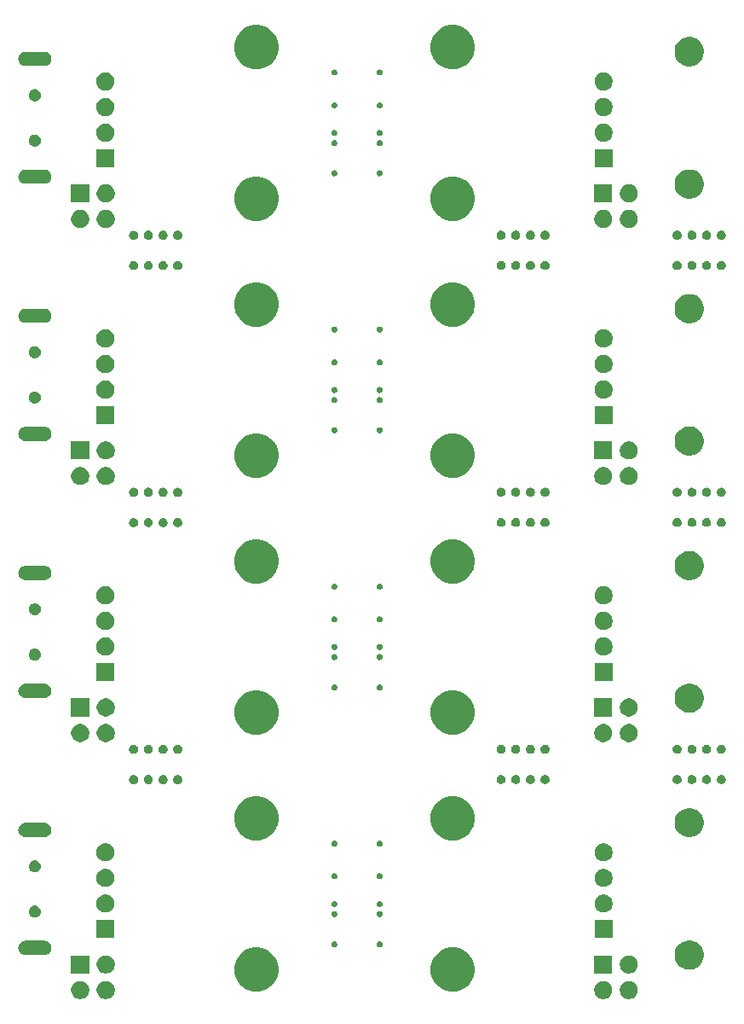
<source format=gbr>
G04 #@! TF.GenerationSoftware,KiCad,Pcbnew,5.1.6-c6e7f7d~86~ubuntu16.04.1*
G04 #@! TF.CreationDate,2020-05-16T13:50:45+09:00*
G04 #@! TF.ProjectId,output.usb_breakout_array,6f757470-7574-42e7-9573-625f62726561,rev?*
G04 #@! TF.SameCoordinates,Original*
G04 #@! TF.FileFunction,Soldermask,Bot*
G04 #@! TF.FilePolarity,Negative*
%FSLAX46Y46*%
G04 Gerber Fmt 4.6, Leading zero omitted, Abs format (unit mm)*
G04 Created by KiCad (PCBNEW 5.1.6-c6e7f7d~86~ubuntu16.04.1) date 2020-05-16 13:50:45*
%MOMM*%
%LPD*%
G01*
G04 APERTURE LIST*
%ADD10C,0.100000*%
G04 APERTURE END LIST*
D10*
G36*
X125153512Y-179643927D02*
G01*
X125302812Y-179673624D01*
X125466784Y-179741544D01*
X125614354Y-179840147D01*
X125739853Y-179965646D01*
X125838456Y-180113216D01*
X125906376Y-180277188D01*
X125936073Y-180426488D01*
X125940850Y-180450502D01*
X125941000Y-180451259D01*
X125941000Y-180628741D01*
X125906376Y-180802812D01*
X125838456Y-180966784D01*
X125739853Y-181114354D01*
X125614354Y-181239853D01*
X125466784Y-181338456D01*
X125302812Y-181406376D01*
X125153512Y-181436073D01*
X125128742Y-181441000D01*
X124951258Y-181441000D01*
X124926488Y-181436073D01*
X124777188Y-181406376D01*
X124613216Y-181338456D01*
X124465646Y-181239853D01*
X124340147Y-181114354D01*
X124241544Y-180966784D01*
X124173624Y-180802812D01*
X124139000Y-180628741D01*
X124139000Y-180451259D01*
X124139151Y-180450502D01*
X124143927Y-180426488D01*
X124173624Y-180277188D01*
X124241544Y-180113216D01*
X124340147Y-179965646D01*
X124465646Y-179840147D01*
X124613216Y-179741544D01*
X124777188Y-179673624D01*
X124926488Y-179643927D01*
X124951258Y-179639000D01*
X125128742Y-179639000D01*
X125153512Y-179643927D01*
G37*
G36*
X174573512Y-179643927D02*
G01*
X174722812Y-179673624D01*
X174886784Y-179741544D01*
X175034354Y-179840147D01*
X175159853Y-179965646D01*
X175258456Y-180113216D01*
X175326376Y-180277188D01*
X175356073Y-180426488D01*
X175360850Y-180450502D01*
X175361000Y-180451259D01*
X175361000Y-180628741D01*
X175326376Y-180802812D01*
X175258456Y-180966784D01*
X175159853Y-181114354D01*
X175034354Y-181239853D01*
X174886784Y-181338456D01*
X174722812Y-181406376D01*
X174573512Y-181436073D01*
X174548742Y-181441000D01*
X174371258Y-181441000D01*
X174346488Y-181436073D01*
X174197188Y-181406376D01*
X174033216Y-181338456D01*
X173885646Y-181239853D01*
X173760147Y-181114354D01*
X173661544Y-180966784D01*
X173593624Y-180802812D01*
X173559000Y-180628741D01*
X173559000Y-180451259D01*
X173559151Y-180450502D01*
X173563927Y-180426488D01*
X173593624Y-180277188D01*
X173661544Y-180113216D01*
X173760147Y-179965646D01*
X173885646Y-179840147D01*
X174033216Y-179741544D01*
X174197188Y-179673624D01*
X174346488Y-179643927D01*
X174371258Y-179639000D01*
X174548742Y-179639000D01*
X174573512Y-179643927D01*
G37*
G36*
X177113512Y-179643927D02*
G01*
X177262812Y-179673624D01*
X177426784Y-179741544D01*
X177574354Y-179840147D01*
X177699853Y-179965646D01*
X177798456Y-180113216D01*
X177866376Y-180277188D01*
X177896073Y-180426488D01*
X177900850Y-180450502D01*
X177901000Y-180451259D01*
X177901000Y-180628741D01*
X177866376Y-180802812D01*
X177798456Y-180966784D01*
X177699853Y-181114354D01*
X177574354Y-181239853D01*
X177426784Y-181338456D01*
X177262812Y-181406376D01*
X177113512Y-181436073D01*
X177088742Y-181441000D01*
X176911258Y-181441000D01*
X176886488Y-181436073D01*
X176737188Y-181406376D01*
X176573216Y-181338456D01*
X176425646Y-181239853D01*
X176300147Y-181114354D01*
X176201544Y-180966784D01*
X176133624Y-180802812D01*
X176099000Y-180628741D01*
X176099000Y-180451259D01*
X176099151Y-180450502D01*
X176103927Y-180426488D01*
X176133624Y-180277188D01*
X176201544Y-180113216D01*
X176300147Y-179965646D01*
X176425646Y-179840147D01*
X176573216Y-179741544D01*
X176737188Y-179673624D01*
X176886488Y-179643927D01*
X176911258Y-179639000D01*
X177088742Y-179639000D01*
X177113512Y-179643927D01*
G37*
G36*
X122613512Y-179643927D02*
G01*
X122762812Y-179673624D01*
X122926784Y-179741544D01*
X123074354Y-179840147D01*
X123199853Y-179965646D01*
X123298456Y-180113216D01*
X123366376Y-180277188D01*
X123396073Y-180426488D01*
X123400850Y-180450502D01*
X123401000Y-180451259D01*
X123401000Y-180628741D01*
X123366376Y-180802812D01*
X123298456Y-180966784D01*
X123199853Y-181114354D01*
X123074354Y-181239853D01*
X122926784Y-181338456D01*
X122762812Y-181406376D01*
X122613512Y-181436073D01*
X122588742Y-181441000D01*
X122411258Y-181441000D01*
X122386488Y-181436073D01*
X122237188Y-181406376D01*
X122073216Y-181338456D01*
X121925646Y-181239853D01*
X121800147Y-181114354D01*
X121701544Y-180966784D01*
X121633624Y-180802812D01*
X121599000Y-180628741D01*
X121599000Y-180451259D01*
X121599151Y-180450502D01*
X121603927Y-180426488D01*
X121633624Y-180277188D01*
X121701544Y-180113216D01*
X121800147Y-179965646D01*
X121925646Y-179840147D01*
X122073216Y-179741544D01*
X122237188Y-179673624D01*
X122386488Y-179643927D01*
X122411258Y-179639000D01*
X122588742Y-179639000D01*
X122613512Y-179643927D01*
G37*
G36*
X160142007Y-176383582D02*
G01*
X160542563Y-176549498D01*
X160542565Y-176549499D01*
X160903056Y-176790371D01*
X161209629Y-177096944D01*
X161345405Y-177300148D01*
X161450502Y-177457437D01*
X161616418Y-177857993D01*
X161701000Y-178283219D01*
X161701000Y-178716781D01*
X161616418Y-179142007D01*
X161450502Y-179542563D01*
X161450501Y-179542565D01*
X161209629Y-179903056D01*
X160903056Y-180209629D01*
X160542565Y-180450501D01*
X160542564Y-180450502D01*
X160542563Y-180450502D01*
X160142007Y-180616418D01*
X159716781Y-180701000D01*
X159283219Y-180701000D01*
X158857993Y-180616418D01*
X158457437Y-180450502D01*
X158457436Y-180450502D01*
X158457435Y-180450501D01*
X158096944Y-180209629D01*
X157790371Y-179903056D01*
X157549499Y-179542565D01*
X157549498Y-179542563D01*
X157383582Y-179142007D01*
X157299000Y-178716781D01*
X157299000Y-178283219D01*
X157383582Y-177857993D01*
X157549498Y-177457437D01*
X157654595Y-177300148D01*
X157790371Y-177096944D01*
X158096944Y-176790371D01*
X158457435Y-176549499D01*
X158457437Y-176549498D01*
X158857993Y-176383582D01*
X159283219Y-176299000D01*
X159716781Y-176299000D01*
X160142007Y-176383582D01*
G37*
G36*
X140642007Y-176383582D02*
G01*
X141042563Y-176549498D01*
X141042565Y-176549499D01*
X141403056Y-176790371D01*
X141709629Y-177096944D01*
X141845405Y-177300148D01*
X141950502Y-177457437D01*
X142116418Y-177857993D01*
X142201000Y-178283219D01*
X142201000Y-178716781D01*
X142116418Y-179142007D01*
X141950502Y-179542563D01*
X141950501Y-179542565D01*
X141709629Y-179903056D01*
X141403056Y-180209629D01*
X141042565Y-180450501D01*
X141042564Y-180450502D01*
X141042563Y-180450502D01*
X140642007Y-180616418D01*
X140216781Y-180701000D01*
X139783219Y-180701000D01*
X139357993Y-180616418D01*
X138957437Y-180450502D01*
X138957436Y-180450502D01*
X138957435Y-180450501D01*
X138596944Y-180209629D01*
X138290371Y-179903056D01*
X138049499Y-179542565D01*
X138049498Y-179542563D01*
X137883582Y-179142007D01*
X137799000Y-178716781D01*
X137799000Y-178283219D01*
X137883582Y-177857993D01*
X138049498Y-177457437D01*
X138154595Y-177300148D01*
X138290371Y-177096944D01*
X138596944Y-176790371D01*
X138957435Y-176549499D01*
X138957437Y-176549498D01*
X139357993Y-176383582D01*
X139783219Y-176299000D01*
X140216781Y-176299000D01*
X140642007Y-176383582D01*
G37*
G36*
X123401000Y-178901000D02*
G01*
X121599000Y-178901000D01*
X121599000Y-177099000D01*
X123401000Y-177099000D01*
X123401000Y-178901000D01*
G37*
G36*
X125153512Y-177103927D02*
G01*
X125302812Y-177133624D01*
X125466784Y-177201544D01*
X125614354Y-177300147D01*
X125739853Y-177425646D01*
X125838456Y-177573216D01*
X125906376Y-177737188D01*
X125941000Y-177911259D01*
X125941000Y-178088741D01*
X125906376Y-178262812D01*
X125838456Y-178426784D01*
X125739853Y-178574354D01*
X125614354Y-178699853D01*
X125466784Y-178798456D01*
X125302812Y-178866376D01*
X125153512Y-178896073D01*
X125128742Y-178901000D01*
X124951258Y-178901000D01*
X124926488Y-178896073D01*
X124777188Y-178866376D01*
X124613216Y-178798456D01*
X124465646Y-178699853D01*
X124340147Y-178574354D01*
X124241544Y-178426784D01*
X124173624Y-178262812D01*
X124139000Y-178088741D01*
X124139000Y-177911259D01*
X124173624Y-177737188D01*
X124241544Y-177573216D01*
X124340147Y-177425646D01*
X124465646Y-177300147D01*
X124613216Y-177201544D01*
X124777188Y-177133624D01*
X124926488Y-177103927D01*
X124951258Y-177099000D01*
X125128742Y-177099000D01*
X125153512Y-177103927D01*
G37*
G36*
X175361000Y-178901000D02*
G01*
X173559000Y-178901000D01*
X173559000Y-177099000D01*
X175361000Y-177099000D01*
X175361000Y-178901000D01*
G37*
G36*
X177113512Y-177103927D02*
G01*
X177262812Y-177133624D01*
X177426784Y-177201544D01*
X177574354Y-177300147D01*
X177699853Y-177425646D01*
X177798456Y-177573216D01*
X177866376Y-177737188D01*
X177901000Y-177911259D01*
X177901000Y-178088741D01*
X177866376Y-178262812D01*
X177798456Y-178426784D01*
X177699853Y-178574354D01*
X177574354Y-178699853D01*
X177426784Y-178798456D01*
X177262812Y-178866376D01*
X177113512Y-178896073D01*
X177088742Y-178901000D01*
X176911258Y-178901000D01*
X176886488Y-178896073D01*
X176737188Y-178866376D01*
X176573216Y-178798456D01*
X176425646Y-178699853D01*
X176300147Y-178574354D01*
X176201544Y-178426784D01*
X176133624Y-178262812D01*
X176099000Y-178088741D01*
X176099000Y-177911259D01*
X176133624Y-177737188D01*
X176201544Y-177573216D01*
X176300147Y-177425646D01*
X176425646Y-177300147D01*
X176573216Y-177201544D01*
X176737188Y-177133624D01*
X176886488Y-177103927D01*
X176911258Y-177099000D01*
X177088742Y-177099000D01*
X177113512Y-177103927D01*
G37*
G36*
X183423241Y-175674760D02*
G01*
X183687305Y-175784139D01*
X183924958Y-175942934D01*
X184127066Y-176145042D01*
X184285861Y-176382695D01*
X184395240Y-176646759D01*
X184451000Y-176927088D01*
X184451000Y-177212912D01*
X184395240Y-177493241D01*
X184285861Y-177757305D01*
X184127066Y-177994958D01*
X183924958Y-178197066D01*
X183687305Y-178355861D01*
X183423241Y-178465240D01*
X183142912Y-178521000D01*
X182857088Y-178521000D01*
X182576759Y-178465240D01*
X182312695Y-178355861D01*
X182075042Y-178197066D01*
X181872934Y-177994958D01*
X181714139Y-177757305D01*
X181604760Y-177493241D01*
X181549000Y-177212912D01*
X181549000Y-176927088D01*
X181604760Y-176646759D01*
X181714139Y-176382695D01*
X181872934Y-176145042D01*
X182075042Y-175942934D01*
X182312695Y-175784139D01*
X182576759Y-175674760D01*
X182857088Y-175619000D01*
X183142912Y-175619000D01*
X183423241Y-175674760D01*
G37*
G36*
X119087421Y-175659143D02*
G01*
X119219557Y-175699227D01*
X119219559Y-175699228D01*
X119341339Y-175764320D01*
X119448080Y-175851920D01*
X119535679Y-175958660D01*
X119600773Y-176080443D01*
X119640857Y-176212579D01*
X119654391Y-176350000D01*
X119640857Y-176487421D01*
X119622025Y-176549499D01*
X119600772Y-176619559D01*
X119535680Y-176741339D01*
X119448080Y-176848080D01*
X119341339Y-176935680D01*
X119219559Y-177000772D01*
X119219557Y-177000773D01*
X119087421Y-177040857D01*
X118984432Y-177051000D01*
X117015568Y-177051000D01*
X116912579Y-177040857D01*
X116780443Y-177000773D01*
X116780441Y-177000772D01*
X116658661Y-176935680D01*
X116551920Y-176848080D01*
X116464320Y-176741339D01*
X116399228Y-176619559D01*
X116377975Y-176549499D01*
X116359143Y-176487421D01*
X116345609Y-176350000D01*
X116359143Y-176212579D01*
X116399227Y-176080443D01*
X116464321Y-175958660D01*
X116551920Y-175851920D01*
X116658661Y-175764320D01*
X116780441Y-175699228D01*
X116780443Y-175699227D01*
X116912579Y-175659143D01*
X117015568Y-175649000D01*
X118984432Y-175649000D01*
X119087421Y-175659143D01*
G37*
G36*
X152337797Y-175710567D02*
G01*
X152392575Y-175733257D01*
X152392577Y-175733258D01*
X152441876Y-175766198D01*
X152483802Y-175808124D01*
X152513065Y-175851920D01*
X152516743Y-175857425D01*
X152539433Y-175912203D01*
X152551000Y-175970353D01*
X152551000Y-176029647D01*
X152539433Y-176087797D01*
X152516743Y-176142575D01*
X152516742Y-176142577D01*
X152483802Y-176191876D01*
X152441876Y-176233802D01*
X152392577Y-176266742D01*
X152392576Y-176266743D01*
X152392575Y-176266743D01*
X152337797Y-176289433D01*
X152279647Y-176301000D01*
X152220353Y-176301000D01*
X152162203Y-176289433D01*
X152107425Y-176266743D01*
X152107424Y-176266743D01*
X152107423Y-176266742D01*
X152058124Y-176233802D01*
X152016198Y-176191876D01*
X151983258Y-176142577D01*
X151983257Y-176142575D01*
X151960567Y-176087797D01*
X151949000Y-176029647D01*
X151949000Y-175970353D01*
X151960567Y-175912203D01*
X151983257Y-175857425D01*
X151986935Y-175851920D01*
X152016198Y-175808124D01*
X152058124Y-175766198D01*
X152107423Y-175733258D01*
X152107425Y-175733257D01*
X152162203Y-175710567D01*
X152220353Y-175699000D01*
X152279647Y-175699000D01*
X152337797Y-175710567D01*
G37*
G36*
X147837797Y-175710567D02*
G01*
X147892575Y-175733257D01*
X147892577Y-175733258D01*
X147941876Y-175766198D01*
X147983802Y-175808124D01*
X148013065Y-175851920D01*
X148016743Y-175857425D01*
X148039433Y-175912203D01*
X148051000Y-175970353D01*
X148051000Y-176029647D01*
X148039433Y-176087797D01*
X148016743Y-176142575D01*
X148016742Y-176142577D01*
X147983802Y-176191876D01*
X147941876Y-176233802D01*
X147892577Y-176266742D01*
X147892576Y-176266743D01*
X147892575Y-176266743D01*
X147837797Y-176289433D01*
X147779647Y-176301000D01*
X147720353Y-176301000D01*
X147662203Y-176289433D01*
X147607425Y-176266743D01*
X147607424Y-176266743D01*
X147607423Y-176266742D01*
X147558124Y-176233802D01*
X147516198Y-176191876D01*
X147483258Y-176142577D01*
X147483257Y-176142575D01*
X147460567Y-176087797D01*
X147449000Y-176029647D01*
X147449000Y-175970353D01*
X147460567Y-175912203D01*
X147483257Y-175857425D01*
X147486935Y-175851920D01*
X147516198Y-175808124D01*
X147558124Y-175766198D01*
X147607423Y-175733258D01*
X147607425Y-175733257D01*
X147662203Y-175710567D01*
X147720353Y-175699000D01*
X147779647Y-175699000D01*
X147837797Y-175710567D01*
G37*
G36*
X125901000Y-175401000D02*
G01*
X124099000Y-175401000D01*
X124099000Y-173599000D01*
X125901000Y-173599000D01*
X125901000Y-175401000D01*
G37*
G36*
X175401000Y-175401000D02*
G01*
X173599000Y-175401000D01*
X173599000Y-173599000D01*
X175401000Y-173599000D01*
X175401000Y-175401000D01*
G37*
G36*
X118136601Y-172164397D02*
G01*
X118175305Y-172172096D01*
X118207340Y-172185365D01*
X118284680Y-172217400D01*
X118383115Y-172283173D01*
X118466827Y-172366885D01*
X118532600Y-172465320D01*
X118577904Y-172574696D01*
X118601000Y-172690805D01*
X118601000Y-172809195D01*
X118577904Y-172925304D01*
X118532600Y-173034680D01*
X118466827Y-173133115D01*
X118383115Y-173216827D01*
X118284680Y-173282600D01*
X118207340Y-173314635D01*
X118175305Y-173327904D01*
X118136601Y-173335603D01*
X118059195Y-173351000D01*
X117940805Y-173351000D01*
X117863399Y-173335603D01*
X117824695Y-173327904D01*
X117792660Y-173314635D01*
X117715320Y-173282600D01*
X117616885Y-173216827D01*
X117533173Y-173133115D01*
X117467400Y-173034680D01*
X117422096Y-172925304D01*
X117399000Y-172809195D01*
X117399000Y-172690805D01*
X117422096Y-172574696D01*
X117467400Y-172465320D01*
X117533173Y-172366885D01*
X117616885Y-172283173D01*
X117715320Y-172217400D01*
X117792660Y-172185365D01*
X117824695Y-172172096D01*
X117863399Y-172164397D01*
X117940805Y-172149000D01*
X118059195Y-172149000D01*
X118136601Y-172164397D01*
G37*
G36*
X147837797Y-172710567D02*
G01*
X147892575Y-172733257D01*
X147892577Y-172733258D01*
X147941876Y-172766198D01*
X147983802Y-172808124D01*
X147995997Y-172826376D01*
X148016743Y-172857425D01*
X148039433Y-172912203D01*
X148051000Y-172970353D01*
X148051000Y-173029647D01*
X148039433Y-173087797D01*
X148020661Y-173133115D01*
X148016742Y-173142577D01*
X147983802Y-173191876D01*
X147941876Y-173233802D01*
X147892577Y-173266742D01*
X147892576Y-173266743D01*
X147892575Y-173266743D01*
X147837797Y-173289433D01*
X147779647Y-173301000D01*
X147720353Y-173301000D01*
X147662203Y-173289433D01*
X147607425Y-173266743D01*
X147607424Y-173266743D01*
X147607423Y-173266742D01*
X147558124Y-173233802D01*
X147516198Y-173191876D01*
X147483258Y-173142577D01*
X147479339Y-173133115D01*
X147460567Y-173087797D01*
X147449000Y-173029647D01*
X147449000Y-172970353D01*
X147460567Y-172912203D01*
X147483257Y-172857425D01*
X147504003Y-172826376D01*
X147516198Y-172808124D01*
X147558124Y-172766198D01*
X147607423Y-172733258D01*
X147607425Y-172733257D01*
X147662203Y-172710567D01*
X147720353Y-172699000D01*
X147779647Y-172699000D01*
X147837797Y-172710567D01*
G37*
G36*
X152337797Y-172710567D02*
G01*
X152392575Y-172733257D01*
X152392577Y-172733258D01*
X152441876Y-172766198D01*
X152483802Y-172808124D01*
X152495997Y-172826376D01*
X152516743Y-172857425D01*
X152539433Y-172912203D01*
X152551000Y-172970353D01*
X152551000Y-173029647D01*
X152539433Y-173087797D01*
X152520661Y-173133115D01*
X152516742Y-173142577D01*
X152483802Y-173191876D01*
X152441876Y-173233802D01*
X152392577Y-173266742D01*
X152392576Y-173266743D01*
X152392575Y-173266743D01*
X152337797Y-173289433D01*
X152279647Y-173301000D01*
X152220353Y-173301000D01*
X152162203Y-173289433D01*
X152107425Y-173266743D01*
X152107424Y-173266743D01*
X152107423Y-173266742D01*
X152058124Y-173233802D01*
X152016198Y-173191876D01*
X151983258Y-173142577D01*
X151979339Y-173133115D01*
X151960567Y-173087797D01*
X151949000Y-173029647D01*
X151949000Y-172970353D01*
X151960567Y-172912203D01*
X151983257Y-172857425D01*
X152004003Y-172826376D01*
X152016198Y-172808124D01*
X152058124Y-172766198D01*
X152107423Y-172733258D01*
X152107425Y-172733257D01*
X152162203Y-172710567D01*
X152220353Y-172699000D01*
X152279647Y-172699000D01*
X152337797Y-172710567D01*
G37*
G36*
X174613512Y-171063927D02*
G01*
X174762812Y-171093624D01*
X174926784Y-171161544D01*
X175074354Y-171260147D01*
X175199853Y-171385646D01*
X175298456Y-171533216D01*
X175366376Y-171697188D01*
X175401000Y-171871259D01*
X175401000Y-172048741D01*
X175366376Y-172222812D01*
X175298456Y-172386784D01*
X175199853Y-172534354D01*
X175074354Y-172659853D01*
X174926784Y-172758456D01*
X174762812Y-172826376D01*
X174613512Y-172856073D01*
X174588742Y-172861000D01*
X174411258Y-172861000D01*
X174386488Y-172856073D01*
X174237188Y-172826376D01*
X174073216Y-172758456D01*
X173925646Y-172659853D01*
X173800147Y-172534354D01*
X173701544Y-172386784D01*
X173633624Y-172222812D01*
X173599000Y-172048741D01*
X173599000Y-171871259D01*
X173633624Y-171697188D01*
X173701544Y-171533216D01*
X173800147Y-171385646D01*
X173925646Y-171260147D01*
X174073216Y-171161544D01*
X174237188Y-171093624D01*
X174386488Y-171063927D01*
X174411258Y-171059000D01*
X174588742Y-171059000D01*
X174613512Y-171063927D01*
G37*
G36*
X125113512Y-171063927D02*
G01*
X125262812Y-171093624D01*
X125426784Y-171161544D01*
X125574354Y-171260147D01*
X125699853Y-171385646D01*
X125798456Y-171533216D01*
X125866376Y-171697188D01*
X125901000Y-171871259D01*
X125901000Y-172048741D01*
X125866376Y-172222812D01*
X125798456Y-172386784D01*
X125699853Y-172534354D01*
X125574354Y-172659853D01*
X125426784Y-172758456D01*
X125262812Y-172826376D01*
X125113512Y-172856073D01*
X125088742Y-172861000D01*
X124911258Y-172861000D01*
X124886488Y-172856073D01*
X124737188Y-172826376D01*
X124573216Y-172758456D01*
X124425646Y-172659853D01*
X124300147Y-172534354D01*
X124201544Y-172386784D01*
X124133624Y-172222812D01*
X124099000Y-172048741D01*
X124099000Y-171871259D01*
X124133624Y-171697188D01*
X124201544Y-171533216D01*
X124300147Y-171385646D01*
X124425646Y-171260147D01*
X124573216Y-171161544D01*
X124737188Y-171093624D01*
X124886488Y-171063927D01*
X124911258Y-171059000D01*
X125088742Y-171059000D01*
X125113512Y-171063927D01*
G37*
G36*
X152337797Y-171710567D02*
G01*
X152392575Y-171733257D01*
X152392577Y-171733258D01*
X152441876Y-171766198D01*
X152483802Y-171808124D01*
X152516742Y-171857423D01*
X152516743Y-171857425D01*
X152539433Y-171912203D01*
X152551000Y-171970353D01*
X152551000Y-172029647D01*
X152539433Y-172087797D01*
X152516743Y-172142575D01*
X152516742Y-172142577D01*
X152483802Y-172191876D01*
X152441876Y-172233802D01*
X152392577Y-172266742D01*
X152392576Y-172266743D01*
X152392575Y-172266743D01*
X152337797Y-172289433D01*
X152279647Y-172301000D01*
X152220353Y-172301000D01*
X152162203Y-172289433D01*
X152107425Y-172266743D01*
X152107424Y-172266743D01*
X152107423Y-172266742D01*
X152058124Y-172233802D01*
X152016198Y-172191876D01*
X151983258Y-172142577D01*
X151983257Y-172142575D01*
X151960567Y-172087797D01*
X151949000Y-172029647D01*
X151949000Y-171970353D01*
X151960567Y-171912203D01*
X151983257Y-171857425D01*
X151983258Y-171857423D01*
X152016198Y-171808124D01*
X152058124Y-171766198D01*
X152107423Y-171733258D01*
X152107425Y-171733257D01*
X152162203Y-171710567D01*
X152220353Y-171699000D01*
X152279647Y-171699000D01*
X152337797Y-171710567D01*
G37*
G36*
X147837797Y-171710567D02*
G01*
X147892575Y-171733257D01*
X147892577Y-171733258D01*
X147941876Y-171766198D01*
X147983802Y-171808124D01*
X148016742Y-171857423D01*
X148016743Y-171857425D01*
X148039433Y-171912203D01*
X148051000Y-171970353D01*
X148051000Y-172029647D01*
X148039433Y-172087797D01*
X148016743Y-172142575D01*
X148016742Y-172142577D01*
X147983802Y-172191876D01*
X147941876Y-172233802D01*
X147892577Y-172266742D01*
X147892576Y-172266743D01*
X147892575Y-172266743D01*
X147837797Y-172289433D01*
X147779647Y-172301000D01*
X147720353Y-172301000D01*
X147662203Y-172289433D01*
X147607425Y-172266743D01*
X147607424Y-172266743D01*
X147607423Y-172266742D01*
X147558124Y-172233802D01*
X147516198Y-172191876D01*
X147483258Y-172142577D01*
X147483257Y-172142575D01*
X147460567Y-172087797D01*
X147449000Y-172029647D01*
X147449000Y-171970353D01*
X147460567Y-171912203D01*
X147483257Y-171857425D01*
X147483258Y-171857423D01*
X147516198Y-171808124D01*
X147558124Y-171766198D01*
X147607423Y-171733258D01*
X147607425Y-171733257D01*
X147662203Y-171710567D01*
X147720353Y-171699000D01*
X147779647Y-171699000D01*
X147837797Y-171710567D01*
G37*
G36*
X174613512Y-168523927D02*
G01*
X174762812Y-168553624D01*
X174926784Y-168621544D01*
X175074354Y-168720147D01*
X175199853Y-168845646D01*
X175298456Y-168993216D01*
X175366376Y-169157188D01*
X175401000Y-169331259D01*
X175401000Y-169508741D01*
X175366376Y-169682812D01*
X175298456Y-169846784D01*
X175199853Y-169994354D01*
X175074354Y-170119853D01*
X174926784Y-170218456D01*
X174762812Y-170286376D01*
X174613512Y-170316073D01*
X174588742Y-170321000D01*
X174411258Y-170321000D01*
X174386488Y-170316073D01*
X174237188Y-170286376D01*
X174073216Y-170218456D01*
X173925646Y-170119853D01*
X173800147Y-169994354D01*
X173701544Y-169846784D01*
X173633624Y-169682812D01*
X173599000Y-169508741D01*
X173599000Y-169331259D01*
X173633624Y-169157188D01*
X173701544Y-168993216D01*
X173800147Y-168845646D01*
X173925646Y-168720147D01*
X174073216Y-168621544D01*
X174237188Y-168553624D01*
X174386488Y-168523927D01*
X174411258Y-168519000D01*
X174588742Y-168519000D01*
X174613512Y-168523927D01*
G37*
G36*
X125113512Y-168523927D02*
G01*
X125262812Y-168553624D01*
X125426784Y-168621544D01*
X125574354Y-168720147D01*
X125699853Y-168845646D01*
X125798456Y-168993216D01*
X125866376Y-169157188D01*
X125901000Y-169331259D01*
X125901000Y-169508741D01*
X125866376Y-169682812D01*
X125798456Y-169846784D01*
X125699853Y-169994354D01*
X125574354Y-170119853D01*
X125426784Y-170218456D01*
X125262812Y-170286376D01*
X125113512Y-170316073D01*
X125088742Y-170321000D01*
X124911258Y-170321000D01*
X124886488Y-170316073D01*
X124737188Y-170286376D01*
X124573216Y-170218456D01*
X124425646Y-170119853D01*
X124300147Y-169994354D01*
X124201544Y-169846784D01*
X124133624Y-169682812D01*
X124099000Y-169508741D01*
X124099000Y-169331259D01*
X124133624Y-169157188D01*
X124201544Y-168993216D01*
X124300147Y-168845646D01*
X124425646Y-168720147D01*
X124573216Y-168621544D01*
X124737188Y-168553624D01*
X124886488Y-168523927D01*
X124911258Y-168519000D01*
X125088742Y-168519000D01*
X125113512Y-168523927D01*
G37*
G36*
X147837797Y-168960567D02*
G01*
X147892575Y-168983257D01*
X147892577Y-168983258D01*
X147941876Y-169016198D01*
X147983802Y-169058124D01*
X148016742Y-169107423D01*
X148016743Y-169107425D01*
X148039433Y-169162203D01*
X148051000Y-169220353D01*
X148051000Y-169279647D01*
X148039433Y-169337797D01*
X148016743Y-169392575D01*
X148016742Y-169392577D01*
X147983802Y-169441876D01*
X147941876Y-169483802D01*
X147892577Y-169516742D01*
X147892576Y-169516743D01*
X147892575Y-169516743D01*
X147837797Y-169539433D01*
X147779647Y-169551000D01*
X147720353Y-169551000D01*
X147662203Y-169539433D01*
X147607425Y-169516743D01*
X147607424Y-169516743D01*
X147607423Y-169516742D01*
X147558124Y-169483802D01*
X147516198Y-169441876D01*
X147483258Y-169392577D01*
X147483257Y-169392575D01*
X147460567Y-169337797D01*
X147449000Y-169279647D01*
X147449000Y-169220353D01*
X147460567Y-169162203D01*
X147483257Y-169107425D01*
X147483258Y-169107423D01*
X147516198Y-169058124D01*
X147558124Y-169016198D01*
X147607423Y-168983258D01*
X147607425Y-168983257D01*
X147662203Y-168960567D01*
X147720353Y-168949000D01*
X147779647Y-168949000D01*
X147837797Y-168960567D01*
G37*
G36*
X152337797Y-168960567D02*
G01*
X152392575Y-168983257D01*
X152392577Y-168983258D01*
X152441876Y-169016198D01*
X152483802Y-169058124D01*
X152516742Y-169107423D01*
X152516743Y-169107425D01*
X152539433Y-169162203D01*
X152551000Y-169220353D01*
X152551000Y-169279647D01*
X152539433Y-169337797D01*
X152516743Y-169392575D01*
X152516742Y-169392577D01*
X152483802Y-169441876D01*
X152441876Y-169483802D01*
X152392577Y-169516742D01*
X152392576Y-169516743D01*
X152392575Y-169516743D01*
X152337797Y-169539433D01*
X152279647Y-169551000D01*
X152220353Y-169551000D01*
X152162203Y-169539433D01*
X152107425Y-169516743D01*
X152107424Y-169516743D01*
X152107423Y-169516742D01*
X152058124Y-169483802D01*
X152016198Y-169441876D01*
X151983258Y-169392577D01*
X151983257Y-169392575D01*
X151960567Y-169337797D01*
X151949000Y-169279647D01*
X151949000Y-169220353D01*
X151960567Y-169162203D01*
X151983257Y-169107425D01*
X151983258Y-169107423D01*
X152016198Y-169058124D01*
X152058124Y-169016198D01*
X152107423Y-168983258D01*
X152107425Y-168983257D01*
X152162203Y-168960567D01*
X152220353Y-168949000D01*
X152279647Y-168949000D01*
X152337797Y-168960567D01*
G37*
G36*
X118136601Y-167664397D02*
G01*
X118175305Y-167672096D01*
X118190659Y-167678456D01*
X118284680Y-167717400D01*
X118383115Y-167783173D01*
X118466827Y-167866885D01*
X118532600Y-167965320D01*
X118577904Y-168074696D01*
X118601000Y-168190805D01*
X118601000Y-168309195D01*
X118577904Y-168425304D01*
X118532600Y-168534680D01*
X118466827Y-168633115D01*
X118383115Y-168716827D01*
X118284680Y-168782600D01*
X118207340Y-168814635D01*
X118175305Y-168827904D01*
X118136601Y-168835603D01*
X118059195Y-168851000D01*
X117940805Y-168851000D01*
X117863399Y-168835603D01*
X117824695Y-168827904D01*
X117792660Y-168814635D01*
X117715320Y-168782600D01*
X117616885Y-168716827D01*
X117533173Y-168633115D01*
X117467400Y-168534680D01*
X117422096Y-168425304D01*
X117399000Y-168309195D01*
X117399000Y-168190805D01*
X117422096Y-168074696D01*
X117467400Y-167965320D01*
X117533173Y-167866885D01*
X117616885Y-167783173D01*
X117715320Y-167717400D01*
X117809341Y-167678456D01*
X117824695Y-167672096D01*
X117863399Y-167664397D01*
X117940805Y-167649000D01*
X118059195Y-167649000D01*
X118136601Y-167664397D01*
G37*
G36*
X174613512Y-165983927D02*
G01*
X174762812Y-166013624D01*
X174926784Y-166081544D01*
X175074354Y-166180147D01*
X175199853Y-166305646D01*
X175298456Y-166453216D01*
X175366376Y-166617188D01*
X175401000Y-166791259D01*
X175401000Y-166968741D01*
X175366376Y-167142812D01*
X175298456Y-167306784D01*
X175199853Y-167454354D01*
X175074354Y-167579853D01*
X174926784Y-167678456D01*
X174762812Y-167746376D01*
X174613512Y-167776073D01*
X174588742Y-167781000D01*
X174411258Y-167781000D01*
X174386488Y-167776073D01*
X174237188Y-167746376D01*
X174073216Y-167678456D01*
X173925646Y-167579853D01*
X173800147Y-167454354D01*
X173701544Y-167306784D01*
X173633624Y-167142812D01*
X173599000Y-166968741D01*
X173599000Y-166791259D01*
X173633624Y-166617188D01*
X173701544Y-166453216D01*
X173800147Y-166305646D01*
X173925646Y-166180147D01*
X174073216Y-166081544D01*
X174237188Y-166013624D01*
X174386488Y-165983927D01*
X174411258Y-165979000D01*
X174588742Y-165979000D01*
X174613512Y-165983927D01*
G37*
G36*
X125113512Y-165983927D02*
G01*
X125262812Y-166013624D01*
X125426784Y-166081544D01*
X125574354Y-166180147D01*
X125699853Y-166305646D01*
X125798456Y-166453216D01*
X125866376Y-166617188D01*
X125901000Y-166791259D01*
X125901000Y-166968741D01*
X125866376Y-167142812D01*
X125798456Y-167306784D01*
X125699853Y-167454354D01*
X125574354Y-167579853D01*
X125426784Y-167678456D01*
X125262812Y-167746376D01*
X125113512Y-167776073D01*
X125088742Y-167781000D01*
X124911258Y-167781000D01*
X124886488Y-167776073D01*
X124737188Y-167746376D01*
X124573216Y-167678456D01*
X124425646Y-167579853D01*
X124300147Y-167454354D01*
X124201544Y-167306784D01*
X124133624Y-167142812D01*
X124099000Y-166968741D01*
X124099000Y-166791259D01*
X124133624Y-166617188D01*
X124201544Y-166453216D01*
X124300147Y-166305646D01*
X124425646Y-166180147D01*
X124573216Y-166081544D01*
X124737188Y-166013624D01*
X124886488Y-165983927D01*
X124911258Y-165979000D01*
X125088742Y-165979000D01*
X125113512Y-165983927D01*
G37*
G36*
X152337797Y-165710567D02*
G01*
X152392575Y-165733257D01*
X152392577Y-165733258D01*
X152441876Y-165766198D01*
X152483802Y-165808124D01*
X152516742Y-165857423D01*
X152516743Y-165857425D01*
X152539433Y-165912203D01*
X152551000Y-165970353D01*
X152551000Y-166029647D01*
X152539433Y-166087797D01*
X152516743Y-166142575D01*
X152516742Y-166142577D01*
X152483802Y-166191876D01*
X152441876Y-166233802D01*
X152392577Y-166266742D01*
X152392576Y-166266743D01*
X152392575Y-166266743D01*
X152337797Y-166289433D01*
X152279647Y-166301000D01*
X152220353Y-166301000D01*
X152162203Y-166289433D01*
X152107425Y-166266743D01*
X152107424Y-166266743D01*
X152107423Y-166266742D01*
X152058124Y-166233802D01*
X152016198Y-166191876D01*
X151983258Y-166142577D01*
X151983257Y-166142575D01*
X151960567Y-166087797D01*
X151949000Y-166029647D01*
X151949000Y-165970353D01*
X151960567Y-165912203D01*
X151983257Y-165857425D01*
X151983258Y-165857423D01*
X152016198Y-165808124D01*
X152058124Y-165766198D01*
X152107423Y-165733258D01*
X152107425Y-165733257D01*
X152162203Y-165710567D01*
X152220353Y-165699000D01*
X152279647Y-165699000D01*
X152337797Y-165710567D01*
G37*
G36*
X147837797Y-165710567D02*
G01*
X147892575Y-165733257D01*
X147892577Y-165733258D01*
X147941876Y-165766198D01*
X147983802Y-165808124D01*
X148016742Y-165857423D01*
X148016743Y-165857425D01*
X148039433Y-165912203D01*
X148051000Y-165970353D01*
X148051000Y-166029647D01*
X148039433Y-166087797D01*
X148016743Y-166142575D01*
X148016742Y-166142577D01*
X147983802Y-166191876D01*
X147941876Y-166233802D01*
X147892577Y-166266742D01*
X147892576Y-166266743D01*
X147892575Y-166266743D01*
X147837797Y-166289433D01*
X147779647Y-166301000D01*
X147720353Y-166301000D01*
X147662203Y-166289433D01*
X147607425Y-166266743D01*
X147607424Y-166266743D01*
X147607423Y-166266742D01*
X147558124Y-166233802D01*
X147516198Y-166191876D01*
X147483258Y-166142577D01*
X147483257Y-166142575D01*
X147460567Y-166087797D01*
X147449000Y-166029647D01*
X147449000Y-165970353D01*
X147460567Y-165912203D01*
X147483257Y-165857425D01*
X147483258Y-165857423D01*
X147516198Y-165808124D01*
X147558124Y-165766198D01*
X147607423Y-165733258D01*
X147607425Y-165733257D01*
X147662203Y-165710567D01*
X147720353Y-165699000D01*
X147779647Y-165699000D01*
X147837797Y-165710567D01*
G37*
G36*
X140642007Y-161383582D02*
G01*
X141042563Y-161549498D01*
X141042565Y-161549499D01*
X141403056Y-161790371D01*
X141709629Y-162096944D01*
X141950501Y-162457435D01*
X141950502Y-162457437D01*
X142116418Y-162857993D01*
X142201000Y-163283219D01*
X142201000Y-163716781D01*
X142116418Y-164142007D01*
X142068098Y-164258661D01*
X141950501Y-164542565D01*
X141709629Y-164903056D01*
X141403056Y-165209629D01*
X141042565Y-165450501D01*
X141042564Y-165450502D01*
X141042563Y-165450502D01*
X140642007Y-165616418D01*
X140216781Y-165701000D01*
X139783219Y-165701000D01*
X139357993Y-165616418D01*
X138957437Y-165450502D01*
X138957436Y-165450502D01*
X138957435Y-165450501D01*
X138596944Y-165209629D01*
X138290371Y-164903056D01*
X138049499Y-164542565D01*
X137931902Y-164258661D01*
X137883582Y-164142007D01*
X137799000Y-163716781D01*
X137799000Y-163283219D01*
X137883582Y-162857993D01*
X138049498Y-162457437D01*
X138049499Y-162457435D01*
X138290371Y-162096944D01*
X138596944Y-161790371D01*
X138957435Y-161549499D01*
X138957437Y-161549498D01*
X139357993Y-161383582D01*
X139783219Y-161299000D01*
X140216781Y-161299000D01*
X140642007Y-161383582D01*
G37*
G36*
X160142007Y-161383582D02*
G01*
X160542563Y-161549498D01*
X160542565Y-161549499D01*
X160903056Y-161790371D01*
X161209629Y-162096944D01*
X161450501Y-162457435D01*
X161450502Y-162457437D01*
X161616418Y-162857993D01*
X161701000Y-163283219D01*
X161701000Y-163716781D01*
X161616418Y-164142007D01*
X161568098Y-164258661D01*
X161450501Y-164542565D01*
X161209629Y-164903056D01*
X160903056Y-165209629D01*
X160542565Y-165450501D01*
X160542564Y-165450502D01*
X160542563Y-165450502D01*
X160142007Y-165616418D01*
X159716781Y-165701000D01*
X159283219Y-165701000D01*
X158857993Y-165616418D01*
X158457437Y-165450502D01*
X158457436Y-165450502D01*
X158457435Y-165450501D01*
X158096944Y-165209629D01*
X157790371Y-164903056D01*
X157549499Y-164542565D01*
X157431902Y-164258661D01*
X157383582Y-164142007D01*
X157299000Y-163716781D01*
X157299000Y-163283219D01*
X157383582Y-162857993D01*
X157549498Y-162457437D01*
X157549499Y-162457435D01*
X157790371Y-162096944D01*
X158096944Y-161790371D01*
X158457435Y-161549499D01*
X158457437Y-161549498D01*
X158857993Y-161383582D01*
X159283219Y-161299000D01*
X159716781Y-161299000D01*
X160142007Y-161383582D01*
G37*
G36*
X183423241Y-162534760D02*
G01*
X183687305Y-162644139D01*
X183924958Y-162802934D01*
X184127066Y-163005042D01*
X184285861Y-163242695D01*
X184395240Y-163506759D01*
X184451000Y-163787088D01*
X184451000Y-164072912D01*
X184395240Y-164353241D01*
X184285861Y-164617305D01*
X184127066Y-164854958D01*
X183924958Y-165057066D01*
X183687305Y-165215861D01*
X183423241Y-165325240D01*
X183142912Y-165381000D01*
X182857088Y-165381000D01*
X182576759Y-165325240D01*
X182312695Y-165215861D01*
X182075042Y-165057066D01*
X181872934Y-164854958D01*
X181714139Y-164617305D01*
X181604760Y-164353241D01*
X181549000Y-164072912D01*
X181549000Y-163787088D01*
X181604760Y-163506759D01*
X181714139Y-163242695D01*
X181872934Y-163005042D01*
X182075042Y-162802934D01*
X182312695Y-162644139D01*
X182576759Y-162534760D01*
X182857088Y-162479000D01*
X183142912Y-162479000D01*
X183423241Y-162534760D01*
G37*
G36*
X119087421Y-163959143D02*
G01*
X119219557Y-163999227D01*
X119219559Y-163999228D01*
X119341339Y-164064320D01*
X119341341Y-164064321D01*
X119341340Y-164064321D01*
X119448080Y-164151920D01*
X119535679Y-164258660D01*
X119600773Y-164380443D01*
X119640857Y-164512579D01*
X119654391Y-164650000D01*
X119640857Y-164787421D01*
X119600773Y-164919557D01*
X119600772Y-164919559D01*
X119535680Y-165041339D01*
X119448080Y-165148080D01*
X119341339Y-165235680D01*
X119219559Y-165300772D01*
X119219557Y-165300773D01*
X119087421Y-165340857D01*
X118984432Y-165351000D01*
X117015568Y-165351000D01*
X116912579Y-165340857D01*
X116780443Y-165300773D01*
X116780441Y-165300772D01*
X116658661Y-165235680D01*
X116551920Y-165148080D01*
X116464320Y-165041339D01*
X116399228Y-164919559D01*
X116399227Y-164919557D01*
X116359143Y-164787421D01*
X116345609Y-164650000D01*
X116359143Y-164512579D01*
X116399227Y-164380443D01*
X116464321Y-164258660D01*
X116551920Y-164151920D01*
X116658660Y-164064321D01*
X116658659Y-164064321D01*
X116658661Y-164064320D01*
X116780441Y-163999228D01*
X116780443Y-163999227D01*
X116912579Y-163959143D01*
X117015568Y-163949000D01*
X118984432Y-163949000D01*
X119087421Y-163959143D01*
G37*
G36*
X127943915Y-159213099D02*
G01*
X128024539Y-159246495D01*
X128025992Y-159247097D01*
X128063176Y-159271943D01*
X128098959Y-159295852D01*
X128099859Y-159296454D01*
X128162677Y-159359272D01*
X128211632Y-159432537D01*
X128212035Y-159433141D01*
X128246032Y-159515216D01*
X128263363Y-159602347D01*
X128263363Y-159691189D01*
X128246032Y-159778320D01*
X128212035Y-159860395D01*
X128163080Y-159933662D01*
X128162677Y-159934264D01*
X128099859Y-159997082D01*
X128025992Y-160046439D01*
X128025991Y-160046440D01*
X128025990Y-160046440D01*
X127943915Y-160080437D01*
X127856784Y-160097768D01*
X127767942Y-160097768D01*
X127680811Y-160080437D01*
X127598736Y-160046440D01*
X127598735Y-160046440D01*
X127598734Y-160046439D01*
X127524867Y-159997082D01*
X127462049Y-159934264D01*
X127461647Y-159933662D01*
X127412691Y-159860395D01*
X127378694Y-159778320D01*
X127361363Y-159691189D01*
X127361363Y-159602347D01*
X127378694Y-159515216D01*
X127412691Y-159433141D01*
X127413095Y-159432537D01*
X127462049Y-159359272D01*
X127524867Y-159296454D01*
X127525768Y-159295852D01*
X127561550Y-159271943D01*
X127598734Y-159247097D01*
X127600187Y-159246495D01*
X127680811Y-159213099D01*
X127767942Y-159195768D01*
X127856784Y-159195768D01*
X127943915Y-159213099D01*
G37*
G36*
X129402411Y-159212497D02*
G01*
X129483035Y-159245893D01*
X129484488Y-159246495D01*
X129521672Y-159271341D01*
X129558354Y-159295851D01*
X129621174Y-159358671D01*
X129621576Y-159359273D01*
X129670128Y-159431935D01*
X129670531Y-159432539D01*
X129704528Y-159514614D01*
X129721859Y-159601745D01*
X129721859Y-159690587D01*
X129704528Y-159777718D01*
X129670531Y-159859793D01*
X129670530Y-159859795D01*
X129645684Y-159896979D01*
X129621174Y-159933661D01*
X129558354Y-159996481D01*
X129557453Y-159997083D01*
X129484488Y-160045837D01*
X129484487Y-160045838D01*
X129484486Y-160045838D01*
X129402411Y-160079835D01*
X129315280Y-160097166D01*
X129226438Y-160097166D01*
X129139307Y-160079835D01*
X129057232Y-160045838D01*
X129057231Y-160045838D01*
X129057230Y-160045837D01*
X128984265Y-159997083D01*
X128983364Y-159996481D01*
X128920544Y-159933661D01*
X128896034Y-159896979D01*
X128871188Y-159859795D01*
X128871187Y-159859793D01*
X128837190Y-159777718D01*
X128819859Y-159690587D01*
X128819859Y-159601745D01*
X128837190Y-159514614D01*
X128871187Y-159432539D01*
X128871591Y-159431935D01*
X128920142Y-159359273D01*
X128920544Y-159358671D01*
X128983364Y-159295851D01*
X129020046Y-159271341D01*
X129057230Y-159246495D01*
X129058683Y-159245893D01*
X129139307Y-159212497D01*
X129226438Y-159195166D01*
X129315280Y-159195166D01*
X129402411Y-159212497D01*
G37*
G36*
X130860907Y-159211895D02*
G01*
X130941531Y-159245291D01*
X130942984Y-159245893D01*
X130980168Y-159270739D01*
X131016850Y-159295249D01*
X131079670Y-159358069D01*
X131080474Y-159359273D01*
X131128624Y-159431333D01*
X131129027Y-159431937D01*
X131163024Y-159514012D01*
X131180355Y-159601143D01*
X131180355Y-159689985D01*
X131163024Y-159777116D01*
X131129027Y-159859191D01*
X131129026Y-159859193D01*
X131104180Y-159896377D01*
X131079670Y-159933059D01*
X131016850Y-159995879D01*
X131015048Y-159997083D01*
X130942984Y-160045235D01*
X130942983Y-160045236D01*
X130942982Y-160045236D01*
X130860907Y-160079233D01*
X130773776Y-160096564D01*
X130684934Y-160096564D01*
X130597803Y-160079233D01*
X130515728Y-160045236D01*
X130515727Y-160045236D01*
X130515726Y-160045235D01*
X130443662Y-159997083D01*
X130441860Y-159995879D01*
X130379040Y-159933059D01*
X130354530Y-159896377D01*
X130329684Y-159859193D01*
X130329683Y-159859191D01*
X130295686Y-159777116D01*
X130278355Y-159689985D01*
X130278355Y-159601143D01*
X130295686Y-159514012D01*
X130329683Y-159431937D01*
X130330087Y-159431333D01*
X130378236Y-159359273D01*
X130379040Y-159358069D01*
X130441860Y-159295249D01*
X130478542Y-159270739D01*
X130515726Y-159245893D01*
X130517179Y-159245291D01*
X130597803Y-159211895D01*
X130684934Y-159194564D01*
X130773776Y-159194564D01*
X130860907Y-159211895D01*
G37*
G36*
X132319403Y-159211293D02*
G01*
X132390691Y-159240822D01*
X132401480Y-159245291D01*
X132438664Y-159270137D01*
X132475346Y-159294647D01*
X132538166Y-159357467D01*
X132562676Y-159394149D01*
X132584537Y-159426865D01*
X132587523Y-159431335D01*
X132621520Y-159513410D01*
X132638851Y-159600541D01*
X132638851Y-159689383D01*
X132621520Y-159776514D01*
X132589374Y-159854120D01*
X132587522Y-159858591D01*
X132586315Y-159860397D01*
X132538166Y-159932457D01*
X132475346Y-159995277D01*
X132472643Y-159997083D01*
X132401480Y-160044633D01*
X132401479Y-160044634D01*
X132401478Y-160044634D01*
X132319403Y-160078631D01*
X132232272Y-160095962D01*
X132143430Y-160095962D01*
X132056299Y-160078631D01*
X131974224Y-160044634D01*
X131974223Y-160044634D01*
X131974222Y-160044633D01*
X131903059Y-159997083D01*
X131900356Y-159995277D01*
X131837536Y-159932457D01*
X131789387Y-159860397D01*
X131788180Y-159858591D01*
X131786328Y-159854120D01*
X131754182Y-159776514D01*
X131736851Y-159689383D01*
X131736851Y-159600541D01*
X131754182Y-159513410D01*
X131788179Y-159431335D01*
X131791166Y-159426865D01*
X131813026Y-159394149D01*
X131837536Y-159357467D01*
X131900356Y-159294647D01*
X131937038Y-159270137D01*
X131974222Y-159245291D01*
X131985011Y-159240822D01*
X132056299Y-159211293D01*
X132143430Y-159193962D01*
X132232272Y-159193962D01*
X132319403Y-159211293D01*
G37*
G36*
X164443808Y-159206824D02*
G01*
X164525883Y-159240821D01*
X164525885Y-159240822D01*
X164535276Y-159247097D01*
X164599751Y-159290178D01*
X164662571Y-159352998D01*
X164711928Y-159426866D01*
X164745925Y-159508941D01*
X164763256Y-159596072D01*
X164763256Y-159684914D01*
X164745925Y-159772045D01*
X164711928Y-159854119D01*
X164711927Y-159854122D01*
X164708136Y-159859795D01*
X164662571Y-159927988D01*
X164599751Y-159990808D01*
X164563069Y-160015318D01*
X164525885Y-160040164D01*
X164525884Y-160040165D01*
X164525883Y-160040165D01*
X164443808Y-160074162D01*
X164356677Y-160091493D01*
X164267835Y-160091493D01*
X164180704Y-160074162D01*
X164098629Y-160040165D01*
X164098628Y-160040165D01*
X164098627Y-160040164D01*
X164061443Y-160015318D01*
X164024761Y-159990808D01*
X163961941Y-159927988D01*
X163916376Y-159859795D01*
X163912585Y-159854122D01*
X163912584Y-159854119D01*
X163878587Y-159772045D01*
X163861256Y-159684914D01*
X163861256Y-159596072D01*
X163878587Y-159508941D01*
X163912584Y-159426866D01*
X163961941Y-159352998D01*
X164024761Y-159290178D01*
X164089236Y-159247097D01*
X164098627Y-159240822D01*
X164098629Y-159240821D01*
X164180704Y-159206824D01*
X164267835Y-159189493D01*
X164356677Y-159189493D01*
X164443808Y-159206824D01*
G37*
G36*
X168819314Y-159206824D02*
G01*
X168901389Y-159240821D01*
X168901391Y-159240822D01*
X168910782Y-159247097D01*
X168975257Y-159290178D01*
X169038077Y-159352998D01*
X169087434Y-159426866D01*
X169121431Y-159508941D01*
X169138762Y-159596072D01*
X169138762Y-159684914D01*
X169121431Y-159772045D01*
X169087434Y-159854119D01*
X169087433Y-159854122D01*
X169083642Y-159859795D01*
X169038077Y-159927988D01*
X168975257Y-159990808D01*
X168938575Y-160015318D01*
X168901391Y-160040164D01*
X168901390Y-160040165D01*
X168901389Y-160040165D01*
X168819314Y-160074162D01*
X168732183Y-160091493D01*
X168643341Y-160091493D01*
X168556210Y-160074162D01*
X168474135Y-160040165D01*
X168474134Y-160040165D01*
X168474133Y-160040164D01*
X168436949Y-160015318D01*
X168400267Y-159990808D01*
X168337447Y-159927988D01*
X168291882Y-159859795D01*
X168288091Y-159854122D01*
X168288090Y-159854119D01*
X168254093Y-159772045D01*
X168236762Y-159684914D01*
X168236762Y-159596072D01*
X168254093Y-159508941D01*
X168288090Y-159426866D01*
X168337447Y-159352998D01*
X168400267Y-159290178D01*
X168464742Y-159247097D01*
X168474133Y-159240822D01*
X168474135Y-159240821D01*
X168556210Y-159206824D01*
X168643341Y-159189493D01*
X168732183Y-159189493D01*
X168819314Y-159206824D01*
G37*
G36*
X167360812Y-159206824D02*
G01*
X167442887Y-159240821D01*
X167442889Y-159240822D01*
X167452280Y-159247097D01*
X167516755Y-159290178D01*
X167579575Y-159352998D01*
X167628932Y-159426866D01*
X167662929Y-159508941D01*
X167680260Y-159596072D01*
X167680260Y-159684914D01*
X167662929Y-159772045D01*
X167628932Y-159854119D01*
X167628931Y-159854122D01*
X167625140Y-159859795D01*
X167579575Y-159927988D01*
X167516755Y-159990808D01*
X167480073Y-160015318D01*
X167442889Y-160040164D01*
X167442888Y-160040165D01*
X167442887Y-160040165D01*
X167360812Y-160074162D01*
X167273681Y-160091493D01*
X167184839Y-160091493D01*
X167097708Y-160074162D01*
X167015633Y-160040165D01*
X167015632Y-160040165D01*
X167015631Y-160040164D01*
X166978447Y-160015318D01*
X166941765Y-159990808D01*
X166878945Y-159927988D01*
X166833380Y-159859795D01*
X166829589Y-159854122D01*
X166829588Y-159854119D01*
X166795591Y-159772045D01*
X166778260Y-159684914D01*
X166778260Y-159596072D01*
X166795591Y-159508941D01*
X166829588Y-159426866D01*
X166878945Y-159352998D01*
X166941765Y-159290178D01*
X167006240Y-159247097D01*
X167015631Y-159240822D01*
X167015633Y-159240821D01*
X167097708Y-159206824D01*
X167184839Y-159189493D01*
X167273681Y-159189493D01*
X167360812Y-159206824D01*
G37*
G36*
X165902310Y-159206824D02*
G01*
X165984385Y-159240821D01*
X165984387Y-159240822D01*
X165993778Y-159247097D01*
X166058253Y-159290178D01*
X166121073Y-159352998D01*
X166170430Y-159426866D01*
X166204427Y-159508941D01*
X166221758Y-159596072D01*
X166221758Y-159684914D01*
X166204427Y-159772045D01*
X166170430Y-159854119D01*
X166170429Y-159854122D01*
X166166638Y-159859795D01*
X166121073Y-159927988D01*
X166058253Y-159990808D01*
X166021571Y-160015318D01*
X165984387Y-160040164D01*
X165984386Y-160040165D01*
X165984385Y-160040165D01*
X165902310Y-160074162D01*
X165815179Y-160091493D01*
X165726337Y-160091493D01*
X165639206Y-160074162D01*
X165557131Y-160040165D01*
X165557130Y-160040165D01*
X165557129Y-160040164D01*
X165519945Y-160015318D01*
X165483263Y-159990808D01*
X165420443Y-159927988D01*
X165374878Y-159859795D01*
X165371087Y-159854122D01*
X165371086Y-159854119D01*
X165337089Y-159772045D01*
X165319758Y-159684914D01*
X165319758Y-159596072D01*
X165337089Y-159508941D01*
X165371086Y-159426866D01*
X165420443Y-159352998D01*
X165483263Y-159290178D01*
X165547738Y-159247097D01*
X165557129Y-159240822D01*
X165557131Y-159240821D01*
X165639206Y-159206824D01*
X165726337Y-159189493D01*
X165815179Y-159189493D01*
X165902310Y-159206824D01*
G37*
G36*
X183402310Y-159206823D02*
G01*
X183484385Y-159240820D01*
X183484387Y-159240821D01*
X183521571Y-159265667D01*
X183558253Y-159290177D01*
X183621073Y-159352997D01*
X183670430Y-159426865D01*
X183704427Y-159508940D01*
X183721758Y-159596071D01*
X183721758Y-159684913D01*
X183704427Y-159772044D01*
X183670430Y-159854119D01*
X183670429Y-159854121D01*
X183666237Y-159860395D01*
X183621073Y-159927987D01*
X183558253Y-159990807D01*
X183548860Y-159997083D01*
X183484387Y-160040163D01*
X183484386Y-160040164D01*
X183484385Y-160040164D01*
X183402310Y-160074161D01*
X183315179Y-160091492D01*
X183226337Y-160091492D01*
X183139206Y-160074161D01*
X183057131Y-160040164D01*
X183057130Y-160040164D01*
X183057129Y-160040163D01*
X182992656Y-159997083D01*
X182983263Y-159990807D01*
X182920443Y-159927987D01*
X182875279Y-159860395D01*
X182871087Y-159854121D01*
X182871086Y-159854119D01*
X182837089Y-159772044D01*
X182819758Y-159684913D01*
X182819758Y-159596071D01*
X182837089Y-159508940D01*
X182871086Y-159426865D01*
X182920443Y-159352997D01*
X182983263Y-159290177D01*
X183019945Y-159265667D01*
X183057129Y-159240821D01*
X183057131Y-159240820D01*
X183139206Y-159206823D01*
X183226337Y-159189492D01*
X183315179Y-159189492D01*
X183402310Y-159206823D01*
G37*
G36*
X181943814Y-159206823D02*
G01*
X182025889Y-159240820D01*
X182025891Y-159240821D01*
X182063075Y-159265667D01*
X182099757Y-159290177D01*
X182162577Y-159352997D01*
X182211934Y-159426865D01*
X182245931Y-159508940D01*
X182263262Y-159596071D01*
X182263262Y-159684913D01*
X182245931Y-159772044D01*
X182211934Y-159854119D01*
X182211933Y-159854121D01*
X182207741Y-159860395D01*
X182162577Y-159927987D01*
X182099757Y-159990807D01*
X182090364Y-159997083D01*
X182025891Y-160040163D01*
X182025890Y-160040164D01*
X182025889Y-160040164D01*
X181943814Y-160074161D01*
X181856683Y-160091492D01*
X181767841Y-160091492D01*
X181680710Y-160074161D01*
X181598635Y-160040164D01*
X181598634Y-160040164D01*
X181598633Y-160040163D01*
X181534160Y-159997083D01*
X181524767Y-159990807D01*
X181461947Y-159927987D01*
X181416783Y-159860395D01*
X181412591Y-159854121D01*
X181412590Y-159854119D01*
X181378593Y-159772044D01*
X181361262Y-159684913D01*
X181361262Y-159596071D01*
X181378593Y-159508940D01*
X181412590Y-159426865D01*
X181461947Y-159352997D01*
X181524767Y-159290177D01*
X181561449Y-159265667D01*
X181598633Y-159240821D01*
X181598635Y-159240820D01*
X181680710Y-159206823D01*
X181767841Y-159189492D01*
X181856683Y-159189492D01*
X181943814Y-159206823D01*
G37*
G36*
X186319302Y-159206823D02*
G01*
X186401377Y-159240820D01*
X186401379Y-159240821D01*
X186438563Y-159265667D01*
X186475245Y-159290177D01*
X186538065Y-159352997D01*
X186587422Y-159426865D01*
X186621419Y-159508940D01*
X186638750Y-159596071D01*
X186638750Y-159684913D01*
X186621419Y-159772044D01*
X186587422Y-159854119D01*
X186587421Y-159854121D01*
X186583229Y-159860395D01*
X186538065Y-159927987D01*
X186475245Y-159990807D01*
X186465852Y-159997083D01*
X186401379Y-160040163D01*
X186401378Y-160040164D01*
X186401377Y-160040164D01*
X186319302Y-160074161D01*
X186232171Y-160091492D01*
X186143329Y-160091492D01*
X186056198Y-160074161D01*
X185974123Y-160040164D01*
X185974122Y-160040164D01*
X185974121Y-160040163D01*
X185909648Y-159997083D01*
X185900255Y-159990807D01*
X185837435Y-159927987D01*
X185792271Y-159860395D01*
X185788079Y-159854121D01*
X185788078Y-159854119D01*
X185754081Y-159772044D01*
X185736750Y-159684913D01*
X185736750Y-159596071D01*
X185754081Y-159508940D01*
X185788078Y-159426865D01*
X185837435Y-159352997D01*
X185900255Y-159290177D01*
X185936937Y-159265667D01*
X185974121Y-159240821D01*
X185974123Y-159240820D01*
X186056198Y-159206823D01*
X186143329Y-159189492D01*
X186232171Y-159189492D01*
X186319302Y-159206823D01*
G37*
G36*
X184860806Y-159206823D02*
G01*
X184942881Y-159240820D01*
X184942883Y-159240821D01*
X184980067Y-159265667D01*
X185016749Y-159290177D01*
X185079569Y-159352997D01*
X185128926Y-159426865D01*
X185162923Y-159508940D01*
X185180254Y-159596071D01*
X185180254Y-159684913D01*
X185162923Y-159772044D01*
X185128926Y-159854119D01*
X185128925Y-159854121D01*
X185124733Y-159860395D01*
X185079569Y-159927987D01*
X185016749Y-159990807D01*
X185007356Y-159997083D01*
X184942883Y-160040163D01*
X184942882Y-160040164D01*
X184942881Y-160040164D01*
X184860806Y-160074161D01*
X184773675Y-160091492D01*
X184684833Y-160091492D01*
X184597702Y-160074161D01*
X184515627Y-160040164D01*
X184515626Y-160040164D01*
X184515625Y-160040163D01*
X184451152Y-159997083D01*
X184441759Y-159990807D01*
X184378939Y-159927987D01*
X184333775Y-159860395D01*
X184329583Y-159854121D01*
X184329582Y-159854119D01*
X184295585Y-159772044D01*
X184278254Y-159684913D01*
X184278254Y-159596071D01*
X184295585Y-159508940D01*
X184329582Y-159426865D01*
X184378939Y-159352997D01*
X184441759Y-159290177D01*
X184478441Y-159265667D01*
X184515625Y-159240821D01*
X184515627Y-159240820D01*
X184597702Y-159206823D01*
X184684833Y-159189492D01*
X184773675Y-159189492D01*
X184860806Y-159206823D01*
G37*
G36*
X127943699Y-156213101D02*
G01*
X128024323Y-156246497D01*
X128025776Y-156247099D01*
X128062960Y-156271945D01*
X128098743Y-156295854D01*
X128099643Y-156296456D01*
X128162461Y-156359274D01*
X128211416Y-156432539D01*
X128211819Y-156433143D01*
X128245816Y-156515218D01*
X128263147Y-156602349D01*
X128263147Y-156691191D01*
X128245816Y-156778322D01*
X128211819Y-156860397D01*
X128162864Y-156933664D01*
X128162461Y-156934266D01*
X128099643Y-156997084D01*
X128025776Y-157046441D01*
X128025775Y-157046442D01*
X128025774Y-157046442D01*
X127943699Y-157080439D01*
X127856568Y-157097770D01*
X127767726Y-157097770D01*
X127680595Y-157080439D01*
X127598520Y-157046442D01*
X127598519Y-157046442D01*
X127598518Y-157046441D01*
X127524651Y-156997084D01*
X127461833Y-156934266D01*
X127461431Y-156933664D01*
X127412475Y-156860397D01*
X127378478Y-156778322D01*
X127361147Y-156691191D01*
X127361147Y-156602349D01*
X127378478Y-156515218D01*
X127412475Y-156433143D01*
X127412879Y-156432539D01*
X127461833Y-156359274D01*
X127524651Y-156296456D01*
X127525552Y-156295854D01*
X127561334Y-156271945D01*
X127598518Y-156247099D01*
X127599971Y-156246497D01*
X127680595Y-156213101D01*
X127767726Y-156195770D01*
X127856568Y-156195770D01*
X127943699Y-156213101D01*
G37*
G36*
X129402195Y-156212499D02*
G01*
X129482819Y-156245895D01*
X129484272Y-156246497D01*
X129521456Y-156271343D01*
X129558138Y-156295853D01*
X129620958Y-156358673D01*
X129621360Y-156359275D01*
X129669912Y-156431937D01*
X129670315Y-156432541D01*
X129704312Y-156514616D01*
X129721643Y-156601747D01*
X129721643Y-156690589D01*
X129704312Y-156777720D01*
X129670315Y-156859795D01*
X129670314Y-156859797D01*
X129645468Y-156896981D01*
X129620958Y-156933663D01*
X129558138Y-156996483D01*
X129557237Y-156997085D01*
X129484272Y-157045839D01*
X129484271Y-157045840D01*
X129484270Y-157045840D01*
X129402195Y-157079837D01*
X129315064Y-157097168D01*
X129226222Y-157097168D01*
X129139091Y-157079837D01*
X129057016Y-157045840D01*
X129057015Y-157045840D01*
X129057014Y-157045839D01*
X128984049Y-156997085D01*
X128983148Y-156996483D01*
X128920328Y-156933663D01*
X128895818Y-156896981D01*
X128870972Y-156859797D01*
X128870971Y-156859795D01*
X128836974Y-156777720D01*
X128819643Y-156690589D01*
X128819643Y-156601747D01*
X128836974Y-156514616D01*
X128870971Y-156432541D01*
X128871375Y-156431937D01*
X128919926Y-156359275D01*
X128920328Y-156358673D01*
X128983148Y-156295853D01*
X129019830Y-156271343D01*
X129057014Y-156246497D01*
X129058467Y-156245895D01*
X129139091Y-156212499D01*
X129226222Y-156195168D01*
X129315064Y-156195168D01*
X129402195Y-156212499D01*
G37*
G36*
X130860691Y-156211897D02*
G01*
X130941315Y-156245293D01*
X130942768Y-156245895D01*
X130979952Y-156270741D01*
X131016634Y-156295251D01*
X131079454Y-156358071D01*
X131080258Y-156359275D01*
X131128408Y-156431335D01*
X131128811Y-156431939D01*
X131162808Y-156514014D01*
X131180139Y-156601145D01*
X131180139Y-156689987D01*
X131162808Y-156777118D01*
X131128811Y-156859193D01*
X131128810Y-156859195D01*
X131103964Y-156896379D01*
X131079454Y-156933061D01*
X131016634Y-156995881D01*
X131014832Y-156997085D01*
X130942768Y-157045237D01*
X130942767Y-157045238D01*
X130942766Y-157045238D01*
X130860691Y-157079235D01*
X130773560Y-157096566D01*
X130684718Y-157096566D01*
X130597587Y-157079235D01*
X130515512Y-157045238D01*
X130515511Y-157045238D01*
X130515510Y-157045237D01*
X130443446Y-156997085D01*
X130441644Y-156995881D01*
X130378824Y-156933061D01*
X130354314Y-156896379D01*
X130329468Y-156859195D01*
X130329467Y-156859193D01*
X130295470Y-156777118D01*
X130278139Y-156689987D01*
X130278139Y-156601145D01*
X130295470Y-156514014D01*
X130329467Y-156431939D01*
X130329871Y-156431335D01*
X130378020Y-156359275D01*
X130378824Y-156358071D01*
X130441644Y-156295251D01*
X130478326Y-156270741D01*
X130515510Y-156245895D01*
X130516963Y-156245293D01*
X130597587Y-156211897D01*
X130684718Y-156194566D01*
X130773560Y-156194566D01*
X130860691Y-156211897D01*
G37*
G36*
X132319187Y-156211295D02*
G01*
X132401262Y-156245292D01*
X132401264Y-156245293D01*
X132438448Y-156270139D01*
X132475130Y-156294649D01*
X132537950Y-156357469D01*
X132562460Y-156394151D01*
X132584319Y-156426864D01*
X132587307Y-156431337D01*
X132621304Y-156513412D01*
X132638635Y-156600543D01*
X132638635Y-156689385D01*
X132621304Y-156776516D01*
X132589160Y-156854117D01*
X132587306Y-156858593D01*
X132586099Y-156860399D01*
X132537950Y-156932459D01*
X132475130Y-156995279D01*
X132472427Y-156997085D01*
X132401264Y-157044635D01*
X132401263Y-157044636D01*
X132401262Y-157044636D01*
X132319187Y-157078633D01*
X132232056Y-157095964D01*
X132143214Y-157095964D01*
X132056083Y-157078633D01*
X131974008Y-157044636D01*
X131974007Y-157044636D01*
X131974006Y-157044635D01*
X131902843Y-156997085D01*
X131900140Y-156995279D01*
X131837320Y-156932459D01*
X131789171Y-156860399D01*
X131787964Y-156858593D01*
X131786110Y-156854117D01*
X131753966Y-156776516D01*
X131736635Y-156689385D01*
X131736635Y-156600543D01*
X131753966Y-156513412D01*
X131787963Y-156431337D01*
X131790952Y-156426864D01*
X131812810Y-156394151D01*
X131837320Y-156357469D01*
X131900140Y-156294649D01*
X131936822Y-156270139D01*
X131974006Y-156245293D01*
X131974008Y-156245292D01*
X132056083Y-156211295D01*
X132143214Y-156193964D01*
X132232056Y-156193964D01*
X132319187Y-156211295D01*
G37*
G36*
X184860796Y-156206822D02*
G01*
X184942871Y-156240819D01*
X184942873Y-156240820D01*
X184952270Y-156247099D01*
X185016739Y-156290176D01*
X185079559Y-156352996D01*
X185128916Y-156426864D01*
X185162913Y-156508939D01*
X185180244Y-156596070D01*
X185180244Y-156684912D01*
X185162913Y-156772043D01*
X185128916Y-156854117D01*
X185128915Y-156854120D01*
X185124721Y-156860397D01*
X185079559Y-156927986D01*
X185016739Y-156990806D01*
X184980057Y-157015316D01*
X184942873Y-157040162D01*
X184942872Y-157040163D01*
X184942871Y-157040163D01*
X184860796Y-157074160D01*
X184773665Y-157091491D01*
X184684823Y-157091491D01*
X184597692Y-157074160D01*
X184515617Y-157040163D01*
X184515616Y-157040163D01*
X184515615Y-157040162D01*
X184478431Y-157015316D01*
X184441749Y-156990806D01*
X184378929Y-156927986D01*
X184333767Y-156860397D01*
X184329573Y-156854120D01*
X184329572Y-156854117D01*
X184295575Y-156772043D01*
X184278244Y-156684912D01*
X184278244Y-156596070D01*
X184295575Y-156508939D01*
X184329572Y-156426864D01*
X184378929Y-156352996D01*
X184441749Y-156290176D01*
X184506218Y-156247099D01*
X184515615Y-156240820D01*
X184515617Y-156240819D01*
X184597692Y-156206822D01*
X184684823Y-156189491D01*
X184773665Y-156189491D01*
X184860796Y-156206822D01*
G37*
G36*
X186319292Y-156206822D02*
G01*
X186401367Y-156240819D01*
X186401369Y-156240820D01*
X186410766Y-156247099D01*
X186475235Y-156290176D01*
X186538055Y-156352996D01*
X186587412Y-156426864D01*
X186621409Y-156508939D01*
X186638740Y-156596070D01*
X186638740Y-156684912D01*
X186621409Y-156772043D01*
X186587412Y-156854117D01*
X186587411Y-156854120D01*
X186583217Y-156860397D01*
X186538055Y-156927986D01*
X186475235Y-156990806D01*
X186438553Y-157015316D01*
X186401369Y-157040162D01*
X186401368Y-157040163D01*
X186401367Y-157040163D01*
X186319292Y-157074160D01*
X186232161Y-157091491D01*
X186143319Y-157091491D01*
X186056188Y-157074160D01*
X185974113Y-157040163D01*
X185974112Y-157040163D01*
X185974111Y-157040162D01*
X185936927Y-157015316D01*
X185900245Y-156990806D01*
X185837425Y-156927986D01*
X185792263Y-156860397D01*
X185788069Y-156854120D01*
X185788068Y-156854117D01*
X185754071Y-156772043D01*
X185736740Y-156684912D01*
X185736740Y-156596070D01*
X185754071Y-156508939D01*
X185788068Y-156426864D01*
X185837425Y-156352996D01*
X185900245Y-156290176D01*
X185964714Y-156247099D01*
X185974111Y-156240820D01*
X185974113Y-156240819D01*
X186056188Y-156206822D01*
X186143319Y-156189491D01*
X186232161Y-156189491D01*
X186319292Y-156206822D01*
G37*
G36*
X183402300Y-156206822D02*
G01*
X183484375Y-156240819D01*
X183484377Y-156240820D01*
X183493774Y-156247099D01*
X183558243Y-156290176D01*
X183621063Y-156352996D01*
X183670420Y-156426864D01*
X183704417Y-156508939D01*
X183721748Y-156596070D01*
X183721748Y-156684912D01*
X183704417Y-156772043D01*
X183670420Y-156854117D01*
X183670419Y-156854120D01*
X183666225Y-156860397D01*
X183621063Y-156927986D01*
X183558243Y-156990806D01*
X183521561Y-157015316D01*
X183484377Y-157040162D01*
X183484376Y-157040163D01*
X183484375Y-157040163D01*
X183402300Y-157074160D01*
X183315169Y-157091491D01*
X183226327Y-157091491D01*
X183139196Y-157074160D01*
X183057121Y-157040163D01*
X183057120Y-157040163D01*
X183057119Y-157040162D01*
X183019935Y-157015316D01*
X182983253Y-156990806D01*
X182920433Y-156927986D01*
X182875271Y-156860397D01*
X182871077Y-156854120D01*
X182871076Y-156854117D01*
X182837079Y-156772043D01*
X182819748Y-156684912D01*
X182819748Y-156596070D01*
X182837079Y-156508939D01*
X182871076Y-156426864D01*
X182920433Y-156352996D01*
X182983253Y-156290176D01*
X183047722Y-156247099D01*
X183057119Y-156240820D01*
X183057121Y-156240819D01*
X183139196Y-156206822D01*
X183226327Y-156189491D01*
X183315169Y-156189491D01*
X183402300Y-156206822D01*
G37*
G36*
X181943804Y-156206822D02*
G01*
X182025879Y-156240819D01*
X182025881Y-156240820D01*
X182035278Y-156247099D01*
X182099747Y-156290176D01*
X182162567Y-156352996D01*
X182211924Y-156426864D01*
X182245921Y-156508939D01*
X182263252Y-156596070D01*
X182263252Y-156684912D01*
X182245921Y-156772043D01*
X182211924Y-156854117D01*
X182211923Y-156854120D01*
X182207729Y-156860397D01*
X182162567Y-156927986D01*
X182099747Y-156990806D01*
X182063065Y-157015316D01*
X182025881Y-157040162D01*
X182025880Y-157040163D01*
X182025879Y-157040163D01*
X181943804Y-157074160D01*
X181856673Y-157091491D01*
X181767831Y-157091491D01*
X181680700Y-157074160D01*
X181598625Y-157040163D01*
X181598624Y-157040163D01*
X181598623Y-157040162D01*
X181561439Y-157015316D01*
X181524757Y-156990806D01*
X181461937Y-156927986D01*
X181416775Y-156860397D01*
X181412581Y-156854120D01*
X181412580Y-156854117D01*
X181378583Y-156772043D01*
X181361252Y-156684912D01*
X181361252Y-156596070D01*
X181378583Y-156508939D01*
X181412580Y-156426864D01*
X181461937Y-156352996D01*
X181524757Y-156290176D01*
X181589226Y-156247099D01*
X181598623Y-156240820D01*
X181598625Y-156240819D01*
X181680700Y-156206822D01*
X181767831Y-156189491D01*
X181856673Y-156189491D01*
X181943804Y-156206822D01*
G37*
G36*
X168819314Y-156206821D02*
G01*
X168901389Y-156240818D01*
X168901391Y-156240819D01*
X168938575Y-156265665D01*
X168975257Y-156290175D01*
X169038077Y-156352995D01*
X169087434Y-156426863D01*
X169121431Y-156508938D01*
X169138762Y-156596069D01*
X169138762Y-156684911D01*
X169121431Y-156772042D01*
X169087434Y-156854117D01*
X169087433Y-156854119D01*
X169084041Y-156859195D01*
X169038077Y-156927985D01*
X168975257Y-156990805D01*
X168965858Y-156997085D01*
X168901391Y-157040161D01*
X168901390Y-157040162D01*
X168901389Y-157040162D01*
X168819314Y-157074159D01*
X168732183Y-157091490D01*
X168643341Y-157091490D01*
X168556210Y-157074159D01*
X168474135Y-157040162D01*
X168474134Y-157040162D01*
X168474133Y-157040161D01*
X168409666Y-156997085D01*
X168400267Y-156990805D01*
X168337447Y-156927985D01*
X168291483Y-156859195D01*
X168288091Y-156854119D01*
X168288090Y-156854117D01*
X168254093Y-156772042D01*
X168236762Y-156684911D01*
X168236762Y-156596069D01*
X168254093Y-156508938D01*
X168288090Y-156426863D01*
X168337447Y-156352995D01*
X168400267Y-156290175D01*
X168436949Y-156265665D01*
X168474133Y-156240819D01*
X168474135Y-156240818D01*
X168556210Y-156206821D01*
X168643341Y-156189490D01*
X168732183Y-156189490D01*
X168819314Y-156206821D01*
G37*
G36*
X164443808Y-156206821D02*
G01*
X164525883Y-156240818D01*
X164525885Y-156240819D01*
X164563069Y-156265665D01*
X164599751Y-156290175D01*
X164662571Y-156352995D01*
X164711928Y-156426863D01*
X164745925Y-156508938D01*
X164763256Y-156596069D01*
X164763256Y-156684911D01*
X164745925Y-156772042D01*
X164711928Y-156854117D01*
X164711927Y-156854119D01*
X164708535Y-156859195D01*
X164662571Y-156927985D01*
X164599751Y-156990805D01*
X164590352Y-156997085D01*
X164525885Y-157040161D01*
X164525884Y-157040162D01*
X164525883Y-157040162D01*
X164443808Y-157074159D01*
X164356677Y-157091490D01*
X164267835Y-157091490D01*
X164180704Y-157074159D01*
X164098629Y-157040162D01*
X164098628Y-157040162D01*
X164098627Y-157040161D01*
X164034160Y-156997085D01*
X164024761Y-156990805D01*
X163961941Y-156927985D01*
X163915977Y-156859195D01*
X163912585Y-156854119D01*
X163912584Y-156854117D01*
X163878587Y-156772042D01*
X163861256Y-156684911D01*
X163861256Y-156596069D01*
X163878587Y-156508938D01*
X163912584Y-156426863D01*
X163961941Y-156352995D01*
X164024761Y-156290175D01*
X164061443Y-156265665D01*
X164098627Y-156240819D01*
X164098629Y-156240818D01*
X164180704Y-156206821D01*
X164267835Y-156189490D01*
X164356677Y-156189490D01*
X164443808Y-156206821D01*
G37*
G36*
X167360812Y-156206821D02*
G01*
X167442887Y-156240818D01*
X167442889Y-156240819D01*
X167480073Y-156265665D01*
X167516755Y-156290175D01*
X167579575Y-156352995D01*
X167628932Y-156426863D01*
X167662929Y-156508938D01*
X167680260Y-156596069D01*
X167680260Y-156684911D01*
X167662929Y-156772042D01*
X167628932Y-156854117D01*
X167628931Y-156854119D01*
X167625539Y-156859195D01*
X167579575Y-156927985D01*
X167516755Y-156990805D01*
X167507356Y-156997085D01*
X167442889Y-157040161D01*
X167442888Y-157040162D01*
X167442887Y-157040162D01*
X167360812Y-157074159D01*
X167273681Y-157091490D01*
X167184839Y-157091490D01*
X167097708Y-157074159D01*
X167015633Y-157040162D01*
X167015632Y-157040162D01*
X167015631Y-157040161D01*
X166951164Y-156997085D01*
X166941765Y-156990805D01*
X166878945Y-156927985D01*
X166832981Y-156859195D01*
X166829589Y-156854119D01*
X166829588Y-156854117D01*
X166795591Y-156772042D01*
X166778260Y-156684911D01*
X166778260Y-156596069D01*
X166795591Y-156508938D01*
X166829588Y-156426863D01*
X166878945Y-156352995D01*
X166941765Y-156290175D01*
X166978447Y-156265665D01*
X167015631Y-156240819D01*
X167015633Y-156240818D01*
X167097708Y-156206821D01*
X167184839Y-156189490D01*
X167273681Y-156189490D01*
X167360812Y-156206821D01*
G37*
G36*
X165902310Y-156206821D02*
G01*
X165984385Y-156240818D01*
X165984387Y-156240819D01*
X166021571Y-156265665D01*
X166058253Y-156290175D01*
X166121073Y-156352995D01*
X166170430Y-156426863D01*
X166204427Y-156508938D01*
X166221758Y-156596069D01*
X166221758Y-156684911D01*
X166204427Y-156772042D01*
X166170430Y-156854117D01*
X166170429Y-156854119D01*
X166167037Y-156859195D01*
X166121073Y-156927985D01*
X166058253Y-156990805D01*
X166048854Y-156997085D01*
X165984387Y-157040161D01*
X165984386Y-157040162D01*
X165984385Y-157040162D01*
X165902310Y-157074159D01*
X165815179Y-157091490D01*
X165726337Y-157091490D01*
X165639206Y-157074159D01*
X165557131Y-157040162D01*
X165557130Y-157040162D01*
X165557129Y-157040161D01*
X165492662Y-156997085D01*
X165483263Y-156990805D01*
X165420443Y-156927985D01*
X165374479Y-156859195D01*
X165371087Y-156854119D01*
X165371086Y-156854117D01*
X165337089Y-156772042D01*
X165319758Y-156684911D01*
X165319758Y-156596069D01*
X165337089Y-156508938D01*
X165371086Y-156426863D01*
X165420443Y-156352995D01*
X165483263Y-156290175D01*
X165519945Y-156265665D01*
X165557129Y-156240819D01*
X165557131Y-156240818D01*
X165639206Y-156206821D01*
X165726337Y-156189490D01*
X165815179Y-156189490D01*
X165902310Y-156206821D01*
G37*
G36*
X177113512Y-154143927D02*
G01*
X177262812Y-154173624D01*
X177426784Y-154241544D01*
X177574354Y-154340147D01*
X177699853Y-154465646D01*
X177798456Y-154613216D01*
X177866376Y-154777188D01*
X177896073Y-154926488D01*
X177900850Y-154950502D01*
X177901000Y-154951259D01*
X177901000Y-155128741D01*
X177866376Y-155302812D01*
X177798456Y-155466784D01*
X177699853Y-155614354D01*
X177574354Y-155739853D01*
X177426784Y-155838456D01*
X177262812Y-155906376D01*
X177113512Y-155936073D01*
X177088742Y-155941000D01*
X176911258Y-155941000D01*
X176886488Y-155936073D01*
X176737188Y-155906376D01*
X176573216Y-155838456D01*
X176425646Y-155739853D01*
X176300147Y-155614354D01*
X176201544Y-155466784D01*
X176133624Y-155302812D01*
X176099000Y-155128741D01*
X176099000Y-154951259D01*
X176099151Y-154950502D01*
X176103927Y-154926488D01*
X176133624Y-154777188D01*
X176201544Y-154613216D01*
X176300147Y-154465646D01*
X176425646Y-154340147D01*
X176573216Y-154241544D01*
X176737188Y-154173624D01*
X176886488Y-154143927D01*
X176911258Y-154139000D01*
X177088742Y-154139000D01*
X177113512Y-154143927D01*
G37*
G36*
X174573512Y-154143927D02*
G01*
X174722812Y-154173624D01*
X174886784Y-154241544D01*
X175034354Y-154340147D01*
X175159853Y-154465646D01*
X175258456Y-154613216D01*
X175326376Y-154777188D01*
X175356073Y-154926488D01*
X175360850Y-154950502D01*
X175361000Y-154951259D01*
X175361000Y-155128741D01*
X175326376Y-155302812D01*
X175258456Y-155466784D01*
X175159853Y-155614354D01*
X175034354Y-155739853D01*
X174886784Y-155838456D01*
X174722812Y-155906376D01*
X174573512Y-155936073D01*
X174548742Y-155941000D01*
X174371258Y-155941000D01*
X174346488Y-155936073D01*
X174197188Y-155906376D01*
X174033216Y-155838456D01*
X173885646Y-155739853D01*
X173760147Y-155614354D01*
X173661544Y-155466784D01*
X173593624Y-155302812D01*
X173559000Y-155128741D01*
X173559000Y-154951259D01*
X173559151Y-154950502D01*
X173563927Y-154926488D01*
X173593624Y-154777188D01*
X173661544Y-154613216D01*
X173760147Y-154465646D01*
X173885646Y-154340147D01*
X174033216Y-154241544D01*
X174197188Y-154173624D01*
X174346488Y-154143927D01*
X174371258Y-154139000D01*
X174548742Y-154139000D01*
X174573512Y-154143927D01*
G37*
G36*
X122613512Y-154143927D02*
G01*
X122762812Y-154173624D01*
X122926784Y-154241544D01*
X123074354Y-154340147D01*
X123199853Y-154465646D01*
X123298456Y-154613216D01*
X123366376Y-154777188D01*
X123396073Y-154926488D01*
X123400850Y-154950502D01*
X123401000Y-154951259D01*
X123401000Y-155128741D01*
X123366376Y-155302812D01*
X123298456Y-155466784D01*
X123199853Y-155614354D01*
X123074354Y-155739853D01*
X122926784Y-155838456D01*
X122762812Y-155906376D01*
X122613512Y-155936073D01*
X122588742Y-155941000D01*
X122411258Y-155941000D01*
X122386488Y-155936073D01*
X122237188Y-155906376D01*
X122073216Y-155838456D01*
X121925646Y-155739853D01*
X121800147Y-155614354D01*
X121701544Y-155466784D01*
X121633624Y-155302812D01*
X121599000Y-155128741D01*
X121599000Y-154951259D01*
X121599151Y-154950502D01*
X121603927Y-154926488D01*
X121633624Y-154777188D01*
X121701544Y-154613216D01*
X121800147Y-154465646D01*
X121925646Y-154340147D01*
X122073216Y-154241544D01*
X122237188Y-154173624D01*
X122386488Y-154143927D01*
X122411258Y-154139000D01*
X122588742Y-154139000D01*
X122613512Y-154143927D01*
G37*
G36*
X125153512Y-154143927D02*
G01*
X125302812Y-154173624D01*
X125466784Y-154241544D01*
X125614354Y-154340147D01*
X125739853Y-154465646D01*
X125838456Y-154613216D01*
X125906376Y-154777188D01*
X125936073Y-154926488D01*
X125940850Y-154950502D01*
X125941000Y-154951259D01*
X125941000Y-155128741D01*
X125906376Y-155302812D01*
X125838456Y-155466784D01*
X125739853Y-155614354D01*
X125614354Y-155739853D01*
X125466784Y-155838456D01*
X125302812Y-155906376D01*
X125153512Y-155936073D01*
X125128742Y-155941000D01*
X124951258Y-155941000D01*
X124926488Y-155936073D01*
X124777188Y-155906376D01*
X124613216Y-155838456D01*
X124465646Y-155739853D01*
X124340147Y-155614354D01*
X124241544Y-155466784D01*
X124173624Y-155302812D01*
X124139000Y-155128741D01*
X124139000Y-154951259D01*
X124139151Y-154950502D01*
X124143927Y-154926488D01*
X124173624Y-154777188D01*
X124241544Y-154613216D01*
X124340147Y-154465646D01*
X124465646Y-154340147D01*
X124613216Y-154241544D01*
X124777188Y-154173624D01*
X124926488Y-154143927D01*
X124951258Y-154139000D01*
X125128742Y-154139000D01*
X125153512Y-154143927D01*
G37*
G36*
X160142007Y-150883582D02*
G01*
X160542563Y-151049498D01*
X160542565Y-151049499D01*
X160903056Y-151290371D01*
X161209629Y-151596944D01*
X161345405Y-151800148D01*
X161450502Y-151957437D01*
X161616418Y-152357993D01*
X161701000Y-152783219D01*
X161701000Y-153216781D01*
X161616418Y-153642007D01*
X161450502Y-154042563D01*
X161450501Y-154042565D01*
X161209629Y-154403056D01*
X160903056Y-154709629D01*
X160542565Y-154950501D01*
X160542564Y-154950502D01*
X160542563Y-154950502D01*
X160142007Y-155116418D01*
X159716781Y-155201000D01*
X159283219Y-155201000D01*
X158857993Y-155116418D01*
X158457437Y-154950502D01*
X158457436Y-154950502D01*
X158457435Y-154950501D01*
X158096944Y-154709629D01*
X157790371Y-154403056D01*
X157549499Y-154042565D01*
X157549498Y-154042563D01*
X157383582Y-153642007D01*
X157299000Y-153216781D01*
X157299000Y-152783219D01*
X157383582Y-152357993D01*
X157549498Y-151957437D01*
X157654595Y-151800148D01*
X157790371Y-151596944D01*
X158096944Y-151290371D01*
X158457435Y-151049499D01*
X158457437Y-151049498D01*
X158857993Y-150883582D01*
X159283219Y-150799000D01*
X159716781Y-150799000D01*
X160142007Y-150883582D01*
G37*
G36*
X140642007Y-150883582D02*
G01*
X141042563Y-151049498D01*
X141042565Y-151049499D01*
X141403056Y-151290371D01*
X141709629Y-151596944D01*
X141845405Y-151800148D01*
X141950502Y-151957437D01*
X142116418Y-152357993D01*
X142201000Y-152783219D01*
X142201000Y-153216781D01*
X142116418Y-153642007D01*
X141950502Y-154042563D01*
X141950501Y-154042565D01*
X141709629Y-154403056D01*
X141403056Y-154709629D01*
X141042565Y-154950501D01*
X141042564Y-154950502D01*
X141042563Y-154950502D01*
X140642007Y-155116418D01*
X140216781Y-155201000D01*
X139783219Y-155201000D01*
X139357993Y-155116418D01*
X138957437Y-154950502D01*
X138957436Y-154950502D01*
X138957435Y-154950501D01*
X138596944Y-154709629D01*
X138290371Y-154403056D01*
X138049499Y-154042565D01*
X138049498Y-154042563D01*
X137883582Y-153642007D01*
X137799000Y-153216781D01*
X137799000Y-152783219D01*
X137883582Y-152357993D01*
X138049498Y-151957437D01*
X138154595Y-151800148D01*
X138290371Y-151596944D01*
X138596944Y-151290371D01*
X138957435Y-151049499D01*
X138957437Y-151049498D01*
X139357993Y-150883582D01*
X139783219Y-150799000D01*
X140216781Y-150799000D01*
X140642007Y-150883582D01*
G37*
G36*
X177113512Y-151603927D02*
G01*
X177262812Y-151633624D01*
X177426784Y-151701544D01*
X177574354Y-151800147D01*
X177699853Y-151925646D01*
X177798456Y-152073216D01*
X177866376Y-152237188D01*
X177901000Y-152411259D01*
X177901000Y-152588741D01*
X177866376Y-152762812D01*
X177798456Y-152926784D01*
X177699853Y-153074354D01*
X177574354Y-153199853D01*
X177426784Y-153298456D01*
X177262812Y-153366376D01*
X177113512Y-153396073D01*
X177088742Y-153401000D01*
X176911258Y-153401000D01*
X176886488Y-153396073D01*
X176737188Y-153366376D01*
X176573216Y-153298456D01*
X176425646Y-153199853D01*
X176300147Y-153074354D01*
X176201544Y-152926784D01*
X176133624Y-152762812D01*
X176099000Y-152588741D01*
X176099000Y-152411259D01*
X176133624Y-152237188D01*
X176201544Y-152073216D01*
X176300147Y-151925646D01*
X176425646Y-151800147D01*
X176573216Y-151701544D01*
X176737188Y-151633624D01*
X176886488Y-151603927D01*
X176911258Y-151599000D01*
X177088742Y-151599000D01*
X177113512Y-151603927D01*
G37*
G36*
X175361000Y-153401000D02*
G01*
X173559000Y-153401000D01*
X173559000Y-151599000D01*
X175361000Y-151599000D01*
X175361000Y-153401000D01*
G37*
G36*
X125153512Y-151603927D02*
G01*
X125302812Y-151633624D01*
X125466784Y-151701544D01*
X125614354Y-151800147D01*
X125739853Y-151925646D01*
X125838456Y-152073216D01*
X125906376Y-152237188D01*
X125941000Y-152411259D01*
X125941000Y-152588741D01*
X125906376Y-152762812D01*
X125838456Y-152926784D01*
X125739853Y-153074354D01*
X125614354Y-153199853D01*
X125466784Y-153298456D01*
X125302812Y-153366376D01*
X125153512Y-153396073D01*
X125128742Y-153401000D01*
X124951258Y-153401000D01*
X124926488Y-153396073D01*
X124777188Y-153366376D01*
X124613216Y-153298456D01*
X124465646Y-153199853D01*
X124340147Y-153074354D01*
X124241544Y-152926784D01*
X124173624Y-152762812D01*
X124139000Y-152588741D01*
X124139000Y-152411259D01*
X124173624Y-152237188D01*
X124241544Y-152073216D01*
X124340147Y-151925646D01*
X124465646Y-151800147D01*
X124613216Y-151701544D01*
X124777188Y-151633624D01*
X124926488Y-151603927D01*
X124951258Y-151599000D01*
X125128742Y-151599000D01*
X125153512Y-151603927D01*
G37*
G36*
X123401000Y-153401000D02*
G01*
X121599000Y-153401000D01*
X121599000Y-151599000D01*
X123401000Y-151599000D01*
X123401000Y-153401000D01*
G37*
G36*
X183423241Y-150174760D02*
G01*
X183687305Y-150284139D01*
X183924958Y-150442934D01*
X184127066Y-150645042D01*
X184285861Y-150882695D01*
X184395240Y-151146759D01*
X184451000Y-151427088D01*
X184451000Y-151712912D01*
X184395240Y-151993241D01*
X184285861Y-152257305D01*
X184127066Y-152494958D01*
X183924958Y-152697066D01*
X183687305Y-152855861D01*
X183423241Y-152965240D01*
X183142912Y-153021000D01*
X182857088Y-153021000D01*
X182576759Y-152965240D01*
X182312695Y-152855861D01*
X182075042Y-152697066D01*
X181872934Y-152494958D01*
X181714139Y-152257305D01*
X181604760Y-151993241D01*
X181549000Y-151712912D01*
X181549000Y-151427088D01*
X181604760Y-151146759D01*
X181714139Y-150882695D01*
X181872934Y-150645042D01*
X182075042Y-150442934D01*
X182312695Y-150284139D01*
X182576759Y-150174760D01*
X182857088Y-150119000D01*
X183142912Y-150119000D01*
X183423241Y-150174760D01*
G37*
G36*
X119087421Y-150159143D02*
G01*
X119219557Y-150199227D01*
X119219559Y-150199228D01*
X119341339Y-150264320D01*
X119448080Y-150351920D01*
X119535679Y-150458660D01*
X119600773Y-150580443D01*
X119640857Y-150712579D01*
X119654391Y-150850000D01*
X119640857Y-150987421D01*
X119622025Y-151049499D01*
X119600772Y-151119559D01*
X119535680Y-151241339D01*
X119448080Y-151348080D01*
X119341339Y-151435680D01*
X119219559Y-151500772D01*
X119219557Y-151500773D01*
X119087421Y-151540857D01*
X118984432Y-151551000D01*
X117015568Y-151551000D01*
X116912579Y-151540857D01*
X116780443Y-151500773D01*
X116780441Y-151500772D01*
X116658661Y-151435680D01*
X116551920Y-151348080D01*
X116464320Y-151241339D01*
X116399228Y-151119559D01*
X116377975Y-151049499D01*
X116359143Y-150987421D01*
X116345609Y-150850000D01*
X116359143Y-150712579D01*
X116399227Y-150580443D01*
X116464321Y-150458660D01*
X116551920Y-150351920D01*
X116658661Y-150264320D01*
X116780441Y-150199228D01*
X116780443Y-150199227D01*
X116912579Y-150159143D01*
X117015568Y-150149000D01*
X118984432Y-150149000D01*
X119087421Y-150159143D01*
G37*
G36*
X147837797Y-150210567D02*
G01*
X147892575Y-150233257D01*
X147892577Y-150233258D01*
X147941876Y-150266198D01*
X147983802Y-150308124D01*
X148013065Y-150351920D01*
X148016743Y-150357425D01*
X148039433Y-150412203D01*
X148051000Y-150470353D01*
X148051000Y-150529647D01*
X148039433Y-150587797D01*
X148016743Y-150642575D01*
X148016742Y-150642577D01*
X147983802Y-150691876D01*
X147941876Y-150733802D01*
X147892577Y-150766742D01*
X147892576Y-150766743D01*
X147892575Y-150766743D01*
X147837797Y-150789433D01*
X147779647Y-150801000D01*
X147720353Y-150801000D01*
X147662203Y-150789433D01*
X147607425Y-150766743D01*
X147607424Y-150766743D01*
X147607423Y-150766742D01*
X147558124Y-150733802D01*
X147516198Y-150691876D01*
X147483258Y-150642577D01*
X147483257Y-150642575D01*
X147460567Y-150587797D01*
X147449000Y-150529647D01*
X147449000Y-150470353D01*
X147460567Y-150412203D01*
X147483257Y-150357425D01*
X147486935Y-150351920D01*
X147516198Y-150308124D01*
X147558124Y-150266198D01*
X147607423Y-150233258D01*
X147607425Y-150233257D01*
X147662203Y-150210567D01*
X147720353Y-150199000D01*
X147779647Y-150199000D01*
X147837797Y-150210567D01*
G37*
G36*
X152337797Y-150210567D02*
G01*
X152392575Y-150233257D01*
X152392577Y-150233258D01*
X152441876Y-150266198D01*
X152483802Y-150308124D01*
X152513065Y-150351920D01*
X152516743Y-150357425D01*
X152539433Y-150412203D01*
X152551000Y-150470353D01*
X152551000Y-150529647D01*
X152539433Y-150587797D01*
X152516743Y-150642575D01*
X152516742Y-150642577D01*
X152483802Y-150691876D01*
X152441876Y-150733802D01*
X152392577Y-150766742D01*
X152392576Y-150766743D01*
X152392575Y-150766743D01*
X152337797Y-150789433D01*
X152279647Y-150801000D01*
X152220353Y-150801000D01*
X152162203Y-150789433D01*
X152107425Y-150766743D01*
X152107424Y-150766743D01*
X152107423Y-150766742D01*
X152058124Y-150733802D01*
X152016198Y-150691876D01*
X151983258Y-150642577D01*
X151983257Y-150642575D01*
X151960567Y-150587797D01*
X151949000Y-150529647D01*
X151949000Y-150470353D01*
X151960567Y-150412203D01*
X151983257Y-150357425D01*
X151986935Y-150351920D01*
X152016198Y-150308124D01*
X152058124Y-150266198D01*
X152107423Y-150233258D01*
X152107425Y-150233257D01*
X152162203Y-150210567D01*
X152220353Y-150199000D01*
X152279647Y-150199000D01*
X152337797Y-150210567D01*
G37*
G36*
X125901000Y-149901000D02*
G01*
X124099000Y-149901000D01*
X124099000Y-148099000D01*
X125901000Y-148099000D01*
X125901000Y-149901000D01*
G37*
G36*
X175401000Y-149901000D02*
G01*
X173599000Y-149901000D01*
X173599000Y-148099000D01*
X175401000Y-148099000D01*
X175401000Y-149901000D01*
G37*
G36*
X118136601Y-146664397D02*
G01*
X118175305Y-146672096D01*
X118207340Y-146685365D01*
X118284680Y-146717400D01*
X118383115Y-146783173D01*
X118466827Y-146866885D01*
X118532600Y-146965320D01*
X118577904Y-147074696D01*
X118601000Y-147190805D01*
X118601000Y-147309195D01*
X118577904Y-147425304D01*
X118532600Y-147534680D01*
X118466827Y-147633115D01*
X118383115Y-147716827D01*
X118284680Y-147782600D01*
X118207340Y-147814635D01*
X118175305Y-147827904D01*
X118136601Y-147835603D01*
X118059195Y-147851000D01*
X117940805Y-147851000D01*
X117863399Y-147835603D01*
X117824695Y-147827904D01*
X117792660Y-147814635D01*
X117715320Y-147782600D01*
X117616885Y-147716827D01*
X117533173Y-147633115D01*
X117467400Y-147534680D01*
X117422096Y-147425304D01*
X117399000Y-147309195D01*
X117399000Y-147190805D01*
X117422096Y-147074696D01*
X117467400Y-146965320D01*
X117533173Y-146866885D01*
X117616885Y-146783173D01*
X117715320Y-146717400D01*
X117792660Y-146685365D01*
X117824695Y-146672096D01*
X117863399Y-146664397D01*
X117940805Y-146649000D01*
X118059195Y-146649000D01*
X118136601Y-146664397D01*
G37*
G36*
X147837797Y-147210567D02*
G01*
X147892575Y-147233257D01*
X147892577Y-147233258D01*
X147941876Y-147266198D01*
X147983802Y-147308124D01*
X147995997Y-147326376D01*
X148016743Y-147357425D01*
X148039433Y-147412203D01*
X148051000Y-147470353D01*
X148051000Y-147529647D01*
X148039433Y-147587797D01*
X148020661Y-147633115D01*
X148016742Y-147642577D01*
X147983802Y-147691876D01*
X147941876Y-147733802D01*
X147892577Y-147766742D01*
X147892576Y-147766743D01*
X147892575Y-147766743D01*
X147837797Y-147789433D01*
X147779647Y-147801000D01*
X147720353Y-147801000D01*
X147662203Y-147789433D01*
X147607425Y-147766743D01*
X147607424Y-147766743D01*
X147607423Y-147766742D01*
X147558124Y-147733802D01*
X147516198Y-147691876D01*
X147483258Y-147642577D01*
X147479339Y-147633115D01*
X147460567Y-147587797D01*
X147449000Y-147529647D01*
X147449000Y-147470353D01*
X147460567Y-147412203D01*
X147483257Y-147357425D01*
X147504003Y-147326376D01*
X147516198Y-147308124D01*
X147558124Y-147266198D01*
X147607423Y-147233258D01*
X147607425Y-147233257D01*
X147662203Y-147210567D01*
X147720353Y-147199000D01*
X147779647Y-147199000D01*
X147837797Y-147210567D01*
G37*
G36*
X152337797Y-147210567D02*
G01*
X152392575Y-147233257D01*
X152392577Y-147233258D01*
X152441876Y-147266198D01*
X152483802Y-147308124D01*
X152495997Y-147326376D01*
X152516743Y-147357425D01*
X152539433Y-147412203D01*
X152551000Y-147470353D01*
X152551000Y-147529647D01*
X152539433Y-147587797D01*
X152520661Y-147633115D01*
X152516742Y-147642577D01*
X152483802Y-147691876D01*
X152441876Y-147733802D01*
X152392577Y-147766742D01*
X152392576Y-147766743D01*
X152392575Y-147766743D01*
X152337797Y-147789433D01*
X152279647Y-147801000D01*
X152220353Y-147801000D01*
X152162203Y-147789433D01*
X152107425Y-147766743D01*
X152107424Y-147766743D01*
X152107423Y-147766742D01*
X152058124Y-147733802D01*
X152016198Y-147691876D01*
X151983258Y-147642577D01*
X151979339Y-147633115D01*
X151960567Y-147587797D01*
X151949000Y-147529647D01*
X151949000Y-147470353D01*
X151960567Y-147412203D01*
X151983257Y-147357425D01*
X152004003Y-147326376D01*
X152016198Y-147308124D01*
X152058124Y-147266198D01*
X152107423Y-147233258D01*
X152107425Y-147233257D01*
X152162203Y-147210567D01*
X152220353Y-147199000D01*
X152279647Y-147199000D01*
X152337797Y-147210567D01*
G37*
G36*
X174613512Y-145563927D02*
G01*
X174762812Y-145593624D01*
X174926784Y-145661544D01*
X175074354Y-145760147D01*
X175199853Y-145885646D01*
X175298456Y-146033216D01*
X175366376Y-146197188D01*
X175401000Y-146371259D01*
X175401000Y-146548741D01*
X175366376Y-146722812D01*
X175298456Y-146886784D01*
X175199853Y-147034354D01*
X175074354Y-147159853D01*
X174926784Y-147258456D01*
X174762812Y-147326376D01*
X174613512Y-147356073D01*
X174588742Y-147361000D01*
X174411258Y-147361000D01*
X174386488Y-147356073D01*
X174237188Y-147326376D01*
X174073216Y-147258456D01*
X173925646Y-147159853D01*
X173800147Y-147034354D01*
X173701544Y-146886784D01*
X173633624Y-146722812D01*
X173599000Y-146548741D01*
X173599000Y-146371259D01*
X173633624Y-146197188D01*
X173701544Y-146033216D01*
X173800147Y-145885646D01*
X173925646Y-145760147D01*
X174073216Y-145661544D01*
X174237188Y-145593624D01*
X174386488Y-145563927D01*
X174411258Y-145559000D01*
X174588742Y-145559000D01*
X174613512Y-145563927D01*
G37*
G36*
X125113512Y-145563927D02*
G01*
X125262812Y-145593624D01*
X125426784Y-145661544D01*
X125574354Y-145760147D01*
X125699853Y-145885646D01*
X125798456Y-146033216D01*
X125866376Y-146197188D01*
X125901000Y-146371259D01*
X125901000Y-146548741D01*
X125866376Y-146722812D01*
X125798456Y-146886784D01*
X125699853Y-147034354D01*
X125574354Y-147159853D01*
X125426784Y-147258456D01*
X125262812Y-147326376D01*
X125113512Y-147356073D01*
X125088742Y-147361000D01*
X124911258Y-147361000D01*
X124886488Y-147356073D01*
X124737188Y-147326376D01*
X124573216Y-147258456D01*
X124425646Y-147159853D01*
X124300147Y-147034354D01*
X124201544Y-146886784D01*
X124133624Y-146722812D01*
X124099000Y-146548741D01*
X124099000Y-146371259D01*
X124133624Y-146197188D01*
X124201544Y-146033216D01*
X124300147Y-145885646D01*
X124425646Y-145760147D01*
X124573216Y-145661544D01*
X124737188Y-145593624D01*
X124886488Y-145563927D01*
X124911258Y-145559000D01*
X125088742Y-145559000D01*
X125113512Y-145563927D01*
G37*
G36*
X147837797Y-146210567D02*
G01*
X147892575Y-146233257D01*
X147892577Y-146233258D01*
X147941876Y-146266198D01*
X147983802Y-146308124D01*
X148016742Y-146357423D01*
X148016743Y-146357425D01*
X148039433Y-146412203D01*
X148051000Y-146470353D01*
X148051000Y-146529647D01*
X148039433Y-146587797D01*
X148016743Y-146642575D01*
X148016742Y-146642577D01*
X147983802Y-146691876D01*
X147941876Y-146733802D01*
X147892577Y-146766742D01*
X147892576Y-146766743D01*
X147892575Y-146766743D01*
X147837797Y-146789433D01*
X147779647Y-146801000D01*
X147720353Y-146801000D01*
X147662203Y-146789433D01*
X147607425Y-146766743D01*
X147607424Y-146766743D01*
X147607423Y-146766742D01*
X147558124Y-146733802D01*
X147516198Y-146691876D01*
X147483258Y-146642577D01*
X147483257Y-146642575D01*
X147460567Y-146587797D01*
X147449000Y-146529647D01*
X147449000Y-146470353D01*
X147460567Y-146412203D01*
X147483257Y-146357425D01*
X147483258Y-146357423D01*
X147516198Y-146308124D01*
X147558124Y-146266198D01*
X147607423Y-146233258D01*
X147607425Y-146233257D01*
X147662203Y-146210567D01*
X147720353Y-146199000D01*
X147779647Y-146199000D01*
X147837797Y-146210567D01*
G37*
G36*
X152337797Y-146210567D02*
G01*
X152392575Y-146233257D01*
X152392577Y-146233258D01*
X152441876Y-146266198D01*
X152483802Y-146308124D01*
X152516742Y-146357423D01*
X152516743Y-146357425D01*
X152539433Y-146412203D01*
X152551000Y-146470353D01*
X152551000Y-146529647D01*
X152539433Y-146587797D01*
X152516743Y-146642575D01*
X152516742Y-146642577D01*
X152483802Y-146691876D01*
X152441876Y-146733802D01*
X152392577Y-146766742D01*
X152392576Y-146766743D01*
X152392575Y-146766743D01*
X152337797Y-146789433D01*
X152279647Y-146801000D01*
X152220353Y-146801000D01*
X152162203Y-146789433D01*
X152107425Y-146766743D01*
X152107424Y-146766743D01*
X152107423Y-146766742D01*
X152058124Y-146733802D01*
X152016198Y-146691876D01*
X151983258Y-146642577D01*
X151983257Y-146642575D01*
X151960567Y-146587797D01*
X151949000Y-146529647D01*
X151949000Y-146470353D01*
X151960567Y-146412203D01*
X151983257Y-146357425D01*
X151983258Y-146357423D01*
X152016198Y-146308124D01*
X152058124Y-146266198D01*
X152107423Y-146233258D01*
X152107425Y-146233257D01*
X152162203Y-146210567D01*
X152220353Y-146199000D01*
X152279647Y-146199000D01*
X152337797Y-146210567D01*
G37*
G36*
X174613512Y-143023927D02*
G01*
X174762812Y-143053624D01*
X174926784Y-143121544D01*
X175074354Y-143220147D01*
X175199853Y-143345646D01*
X175298456Y-143493216D01*
X175366376Y-143657188D01*
X175401000Y-143831259D01*
X175401000Y-144008741D01*
X175366376Y-144182812D01*
X175298456Y-144346784D01*
X175199853Y-144494354D01*
X175074354Y-144619853D01*
X174926784Y-144718456D01*
X174762812Y-144786376D01*
X174613512Y-144816073D01*
X174588742Y-144821000D01*
X174411258Y-144821000D01*
X174386488Y-144816073D01*
X174237188Y-144786376D01*
X174073216Y-144718456D01*
X173925646Y-144619853D01*
X173800147Y-144494354D01*
X173701544Y-144346784D01*
X173633624Y-144182812D01*
X173599000Y-144008741D01*
X173599000Y-143831259D01*
X173633624Y-143657188D01*
X173701544Y-143493216D01*
X173800147Y-143345646D01*
X173925646Y-143220147D01*
X174073216Y-143121544D01*
X174237188Y-143053624D01*
X174386488Y-143023927D01*
X174411258Y-143019000D01*
X174588742Y-143019000D01*
X174613512Y-143023927D01*
G37*
G36*
X125113512Y-143023927D02*
G01*
X125262812Y-143053624D01*
X125426784Y-143121544D01*
X125574354Y-143220147D01*
X125699853Y-143345646D01*
X125798456Y-143493216D01*
X125866376Y-143657188D01*
X125901000Y-143831259D01*
X125901000Y-144008741D01*
X125866376Y-144182812D01*
X125798456Y-144346784D01*
X125699853Y-144494354D01*
X125574354Y-144619853D01*
X125426784Y-144718456D01*
X125262812Y-144786376D01*
X125113512Y-144816073D01*
X125088742Y-144821000D01*
X124911258Y-144821000D01*
X124886488Y-144816073D01*
X124737188Y-144786376D01*
X124573216Y-144718456D01*
X124425646Y-144619853D01*
X124300147Y-144494354D01*
X124201544Y-144346784D01*
X124133624Y-144182812D01*
X124099000Y-144008741D01*
X124099000Y-143831259D01*
X124133624Y-143657188D01*
X124201544Y-143493216D01*
X124300147Y-143345646D01*
X124425646Y-143220147D01*
X124573216Y-143121544D01*
X124737188Y-143053624D01*
X124886488Y-143023927D01*
X124911258Y-143019000D01*
X125088742Y-143019000D01*
X125113512Y-143023927D01*
G37*
G36*
X147837797Y-143460567D02*
G01*
X147892575Y-143483257D01*
X147892577Y-143483258D01*
X147941876Y-143516198D01*
X147983802Y-143558124D01*
X148016742Y-143607423D01*
X148016743Y-143607425D01*
X148039433Y-143662203D01*
X148051000Y-143720353D01*
X148051000Y-143779647D01*
X148039433Y-143837797D01*
X148016743Y-143892575D01*
X148016742Y-143892577D01*
X147983802Y-143941876D01*
X147941876Y-143983802D01*
X147892577Y-144016742D01*
X147892576Y-144016743D01*
X147892575Y-144016743D01*
X147837797Y-144039433D01*
X147779647Y-144051000D01*
X147720353Y-144051000D01*
X147662203Y-144039433D01*
X147607425Y-144016743D01*
X147607424Y-144016743D01*
X147607423Y-144016742D01*
X147558124Y-143983802D01*
X147516198Y-143941876D01*
X147483258Y-143892577D01*
X147483257Y-143892575D01*
X147460567Y-143837797D01*
X147449000Y-143779647D01*
X147449000Y-143720353D01*
X147460567Y-143662203D01*
X147483257Y-143607425D01*
X147483258Y-143607423D01*
X147516198Y-143558124D01*
X147558124Y-143516198D01*
X147607423Y-143483258D01*
X147607425Y-143483257D01*
X147662203Y-143460567D01*
X147720353Y-143449000D01*
X147779647Y-143449000D01*
X147837797Y-143460567D01*
G37*
G36*
X152337797Y-143460567D02*
G01*
X152392575Y-143483257D01*
X152392577Y-143483258D01*
X152441876Y-143516198D01*
X152483802Y-143558124D01*
X152516742Y-143607423D01*
X152516743Y-143607425D01*
X152539433Y-143662203D01*
X152551000Y-143720353D01*
X152551000Y-143779647D01*
X152539433Y-143837797D01*
X152516743Y-143892575D01*
X152516742Y-143892577D01*
X152483802Y-143941876D01*
X152441876Y-143983802D01*
X152392577Y-144016742D01*
X152392576Y-144016743D01*
X152392575Y-144016743D01*
X152337797Y-144039433D01*
X152279647Y-144051000D01*
X152220353Y-144051000D01*
X152162203Y-144039433D01*
X152107425Y-144016743D01*
X152107424Y-144016743D01*
X152107423Y-144016742D01*
X152058124Y-143983802D01*
X152016198Y-143941876D01*
X151983258Y-143892577D01*
X151983257Y-143892575D01*
X151960567Y-143837797D01*
X151949000Y-143779647D01*
X151949000Y-143720353D01*
X151960567Y-143662203D01*
X151983257Y-143607425D01*
X151983258Y-143607423D01*
X152016198Y-143558124D01*
X152058124Y-143516198D01*
X152107423Y-143483258D01*
X152107425Y-143483257D01*
X152162203Y-143460567D01*
X152220353Y-143449000D01*
X152279647Y-143449000D01*
X152337797Y-143460567D01*
G37*
G36*
X118136601Y-142164397D02*
G01*
X118175305Y-142172096D01*
X118190659Y-142178456D01*
X118284680Y-142217400D01*
X118383115Y-142283173D01*
X118466827Y-142366885D01*
X118532600Y-142465320D01*
X118577904Y-142574696D01*
X118601000Y-142690805D01*
X118601000Y-142809195D01*
X118577904Y-142925304D01*
X118532600Y-143034680D01*
X118466827Y-143133115D01*
X118383115Y-143216827D01*
X118284680Y-143282600D01*
X118207340Y-143314635D01*
X118175305Y-143327904D01*
X118136601Y-143335603D01*
X118059195Y-143351000D01*
X117940805Y-143351000D01*
X117863399Y-143335603D01*
X117824695Y-143327904D01*
X117792660Y-143314635D01*
X117715320Y-143282600D01*
X117616885Y-143216827D01*
X117533173Y-143133115D01*
X117467400Y-143034680D01*
X117422096Y-142925304D01*
X117399000Y-142809195D01*
X117399000Y-142690805D01*
X117422096Y-142574696D01*
X117467400Y-142465320D01*
X117533173Y-142366885D01*
X117616885Y-142283173D01*
X117715320Y-142217400D01*
X117809341Y-142178456D01*
X117824695Y-142172096D01*
X117863399Y-142164397D01*
X117940805Y-142149000D01*
X118059195Y-142149000D01*
X118136601Y-142164397D01*
G37*
G36*
X174613512Y-140483927D02*
G01*
X174762812Y-140513624D01*
X174926784Y-140581544D01*
X175074354Y-140680147D01*
X175199853Y-140805646D01*
X175298456Y-140953216D01*
X175366376Y-141117188D01*
X175401000Y-141291259D01*
X175401000Y-141468741D01*
X175366376Y-141642812D01*
X175298456Y-141806784D01*
X175199853Y-141954354D01*
X175074354Y-142079853D01*
X174926784Y-142178456D01*
X174762812Y-142246376D01*
X174613512Y-142276073D01*
X174588742Y-142281000D01*
X174411258Y-142281000D01*
X174386488Y-142276073D01*
X174237188Y-142246376D01*
X174073216Y-142178456D01*
X173925646Y-142079853D01*
X173800147Y-141954354D01*
X173701544Y-141806784D01*
X173633624Y-141642812D01*
X173599000Y-141468741D01*
X173599000Y-141291259D01*
X173633624Y-141117188D01*
X173701544Y-140953216D01*
X173800147Y-140805646D01*
X173925646Y-140680147D01*
X174073216Y-140581544D01*
X174237188Y-140513624D01*
X174386488Y-140483927D01*
X174411258Y-140479000D01*
X174588742Y-140479000D01*
X174613512Y-140483927D01*
G37*
G36*
X125113512Y-140483927D02*
G01*
X125262812Y-140513624D01*
X125426784Y-140581544D01*
X125574354Y-140680147D01*
X125699853Y-140805646D01*
X125798456Y-140953216D01*
X125866376Y-141117188D01*
X125901000Y-141291259D01*
X125901000Y-141468741D01*
X125866376Y-141642812D01*
X125798456Y-141806784D01*
X125699853Y-141954354D01*
X125574354Y-142079853D01*
X125426784Y-142178456D01*
X125262812Y-142246376D01*
X125113512Y-142276073D01*
X125088742Y-142281000D01*
X124911258Y-142281000D01*
X124886488Y-142276073D01*
X124737188Y-142246376D01*
X124573216Y-142178456D01*
X124425646Y-142079853D01*
X124300147Y-141954354D01*
X124201544Y-141806784D01*
X124133624Y-141642812D01*
X124099000Y-141468741D01*
X124099000Y-141291259D01*
X124133624Y-141117188D01*
X124201544Y-140953216D01*
X124300147Y-140805646D01*
X124425646Y-140680147D01*
X124573216Y-140581544D01*
X124737188Y-140513624D01*
X124886488Y-140483927D01*
X124911258Y-140479000D01*
X125088742Y-140479000D01*
X125113512Y-140483927D01*
G37*
G36*
X147837797Y-140210567D02*
G01*
X147892575Y-140233257D01*
X147892577Y-140233258D01*
X147941876Y-140266198D01*
X147983802Y-140308124D01*
X148016742Y-140357423D01*
X148016743Y-140357425D01*
X148039433Y-140412203D01*
X148051000Y-140470353D01*
X148051000Y-140529647D01*
X148039433Y-140587797D01*
X148016743Y-140642575D01*
X148016742Y-140642577D01*
X147983802Y-140691876D01*
X147941876Y-140733802D01*
X147892577Y-140766742D01*
X147892576Y-140766743D01*
X147892575Y-140766743D01*
X147837797Y-140789433D01*
X147779647Y-140801000D01*
X147720353Y-140801000D01*
X147662203Y-140789433D01*
X147607425Y-140766743D01*
X147607424Y-140766743D01*
X147607423Y-140766742D01*
X147558124Y-140733802D01*
X147516198Y-140691876D01*
X147483258Y-140642577D01*
X147483257Y-140642575D01*
X147460567Y-140587797D01*
X147449000Y-140529647D01*
X147449000Y-140470353D01*
X147460567Y-140412203D01*
X147483257Y-140357425D01*
X147483258Y-140357423D01*
X147516198Y-140308124D01*
X147558124Y-140266198D01*
X147607423Y-140233258D01*
X147607425Y-140233257D01*
X147662203Y-140210567D01*
X147720353Y-140199000D01*
X147779647Y-140199000D01*
X147837797Y-140210567D01*
G37*
G36*
X152337797Y-140210567D02*
G01*
X152392575Y-140233257D01*
X152392577Y-140233258D01*
X152441876Y-140266198D01*
X152483802Y-140308124D01*
X152516742Y-140357423D01*
X152516743Y-140357425D01*
X152539433Y-140412203D01*
X152551000Y-140470353D01*
X152551000Y-140529647D01*
X152539433Y-140587797D01*
X152516743Y-140642575D01*
X152516742Y-140642577D01*
X152483802Y-140691876D01*
X152441876Y-140733802D01*
X152392577Y-140766742D01*
X152392576Y-140766743D01*
X152392575Y-140766743D01*
X152337797Y-140789433D01*
X152279647Y-140801000D01*
X152220353Y-140801000D01*
X152162203Y-140789433D01*
X152107425Y-140766743D01*
X152107424Y-140766743D01*
X152107423Y-140766742D01*
X152058124Y-140733802D01*
X152016198Y-140691876D01*
X151983258Y-140642577D01*
X151983257Y-140642575D01*
X151960567Y-140587797D01*
X151949000Y-140529647D01*
X151949000Y-140470353D01*
X151960567Y-140412203D01*
X151983257Y-140357425D01*
X151983258Y-140357423D01*
X152016198Y-140308124D01*
X152058124Y-140266198D01*
X152107423Y-140233258D01*
X152107425Y-140233257D01*
X152162203Y-140210567D01*
X152220353Y-140199000D01*
X152279647Y-140199000D01*
X152337797Y-140210567D01*
G37*
G36*
X160142007Y-135883582D02*
G01*
X160542563Y-136049498D01*
X160542565Y-136049499D01*
X160903056Y-136290371D01*
X161209629Y-136596944D01*
X161450501Y-136957435D01*
X161450502Y-136957437D01*
X161616418Y-137357993D01*
X161701000Y-137783219D01*
X161701000Y-138216781D01*
X161616418Y-138642007D01*
X161568098Y-138758661D01*
X161450501Y-139042565D01*
X161209629Y-139403056D01*
X160903056Y-139709629D01*
X160542565Y-139950501D01*
X160542564Y-139950502D01*
X160542563Y-139950502D01*
X160142007Y-140116418D01*
X159716781Y-140201000D01*
X159283219Y-140201000D01*
X158857993Y-140116418D01*
X158457437Y-139950502D01*
X158457436Y-139950502D01*
X158457435Y-139950501D01*
X158096944Y-139709629D01*
X157790371Y-139403056D01*
X157549499Y-139042565D01*
X157431902Y-138758661D01*
X157383582Y-138642007D01*
X157299000Y-138216781D01*
X157299000Y-137783219D01*
X157383582Y-137357993D01*
X157549498Y-136957437D01*
X157549499Y-136957435D01*
X157790371Y-136596944D01*
X158096944Y-136290371D01*
X158457435Y-136049499D01*
X158457437Y-136049498D01*
X158857993Y-135883582D01*
X159283219Y-135799000D01*
X159716781Y-135799000D01*
X160142007Y-135883582D01*
G37*
G36*
X140642007Y-135883582D02*
G01*
X141042563Y-136049498D01*
X141042565Y-136049499D01*
X141403056Y-136290371D01*
X141709629Y-136596944D01*
X141950501Y-136957435D01*
X141950502Y-136957437D01*
X142116418Y-137357993D01*
X142201000Y-137783219D01*
X142201000Y-138216781D01*
X142116418Y-138642007D01*
X142068098Y-138758661D01*
X141950501Y-139042565D01*
X141709629Y-139403056D01*
X141403056Y-139709629D01*
X141042565Y-139950501D01*
X141042564Y-139950502D01*
X141042563Y-139950502D01*
X140642007Y-140116418D01*
X140216781Y-140201000D01*
X139783219Y-140201000D01*
X139357993Y-140116418D01*
X138957437Y-139950502D01*
X138957436Y-139950502D01*
X138957435Y-139950501D01*
X138596944Y-139709629D01*
X138290371Y-139403056D01*
X138049499Y-139042565D01*
X137931902Y-138758661D01*
X137883582Y-138642007D01*
X137799000Y-138216781D01*
X137799000Y-137783219D01*
X137883582Y-137357993D01*
X138049498Y-136957437D01*
X138049499Y-136957435D01*
X138290371Y-136596944D01*
X138596944Y-136290371D01*
X138957435Y-136049499D01*
X138957437Y-136049498D01*
X139357993Y-135883582D01*
X139783219Y-135799000D01*
X140216781Y-135799000D01*
X140642007Y-135883582D01*
G37*
G36*
X183423241Y-137034760D02*
G01*
X183687305Y-137144139D01*
X183924958Y-137302934D01*
X184127066Y-137505042D01*
X184285861Y-137742695D01*
X184395240Y-138006759D01*
X184451000Y-138287088D01*
X184451000Y-138572912D01*
X184395240Y-138853241D01*
X184285861Y-139117305D01*
X184127066Y-139354958D01*
X183924958Y-139557066D01*
X183687305Y-139715861D01*
X183423241Y-139825240D01*
X183142912Y-139881000D01*
X182857088Y-139881000D01*
X182576759Y-139825240D01*
X182312695Y-139715861D01*
X182075042Y-139557066D01*
X181872934Y-139354958D01*
X181714139Y-139117305D01*
X181604760Y-138853241D01*
X181549000Y-138572912D01*
X181549000Y-138287088D01*
X181604760Y-138006759D01*
X181714139Y-137742695D01*
X181872934Y-137505042D01*
X182075042Y-137302934D01*
X182312695Y-137144139D01*
X182576759Y-137034760D01*
X182857088Y-136979000D01*
X183142912Y-136979000D01*
X183423241Y-137034760D01*
G37*
G36*
X119087421Y-138459143D02*
G01*
X119219557Y-138499227D01*
X119219559Y-138499228D01*
X119341339Y-138564320D01*
X119341341Y-138564321D01*
X119341340Y-138564321D01*
X119448080Y-138651920D01*
X119535679Y-138758660D01*
X119600773Y-138880443D01*
X119640857Y-139012579D01*
X119654391Y-139150000D01*
X119640857Y-139287421D01*
X119600773Y-139419557D01*
X119600772Y-139419559D01*
X119535680Y-139541339D01*
X119448080Y-139648080D01*
X119341339Y-139735680D01*
X119219559Y-139800772D01*
X119219557Y-139800773D01*
X119087421Y-139840857D01*
X118984432Y-139851000D01*
X117015568Y-139851000D01*
X116912579Y-139840857D01*
X116780443Y-139800773D01*
X116780441Y-139800772D01*
X116658661Y-139735680D01*
X116551920Y-139648080D01*
X116464320Y-139541339D01*
X116399228Y-139419559D01*
X116399227Y-139419557D01*
X116359143Y-139287421D01*
X116345609Y-139150000D01*
X116359143Y-139012579D01*
X116399227Y-138880443D01*
X116464321Y-138758660D01*
X116551920Y-138651920D01*
X116658660Y-138564321D01*
X116658659Y-138564321D01*
X116658661Y-138564320D01*
X116780441Y-138499228D01*
X116780443Y-138499227D01*
X116912579Y-138459143D01*
X117015568Y-138449000D01*
X118984432Y-138449000D01*
X119087421Y-138459143D01*
G37*
G36*
X127943915Y-133713099D02*
G01*
X128024539Y-133746495D01*
X128025992Y-133747097D01*
X128063176Y-133771943D01*
X128098959Y-133795852D01*
X128099859Y-133796454D01*
X128162677Y-133859272D01*
X128211632Y-133932537D01*
X128212035Y-133933141D01*
X128246032Y-134015216D01*
X128263363Y-134102347D01*
X128263363Y-134191189D01*
X128246032Y-134278320D01*
X128212035Y-134360395D01*
X128163080Y-134433662D01*
X128162677Y-134434264D01*
X128099859Y-134497082D01*
X128025992Y-134546439D01*
X128025991Y-134546440D01*
X128025990Y-134546440D01*
X127943915Y-134580437D01*
X127856784Y-134597768D01*
X127767942Y-134597768D01*
X127680811Y-134580437D01*
X127598736Y-134546440D01*
X127598735Y-134546440D01*
X127598734Y-134546439D01*
X127524867Y-134497082D01*
X127462049Y-134434264D01*
X127461647Y-134433662D01*
X127412691Y-134360395D01*
X127378694Y-134278320D01*
X127361363Y-134191189D01*
X127361363Y-134102347D01*
X127378694Y-134015216D01*
X127412691Y-133933141D01*
X127413095Y-133932537D01*
X127462049Y-133859272D01*
X127524867Y-133796454D01*
X127525768Y-133795852D01*
X127561550Y-133771943D01*
X127598734Y-133747097D01*
X127600187Y-133746495D01*
X127680811Y-133713099D01*
X127767942Y-133695768D01*
X127856784Y-133695768D01*
X127943915Y-133713099D01*
G37*
G36*
X129402411Y-133712497D02*
G01*
X129483035Y-133745893D01*
X129484488Y-133746495D01*
X129521672Y-133771341D01*
X129558354Y-133795851D01*
X129621174Y-133858671D01*
X129621576Y-133859273D01*
X129670128Y-133931935D01*
X129670531Y-133932539D01*
X129704528Y-134014614D01*
X129721859Y-134101745D01*
X129721859Y-134190587D01*
X129704528Y-134277718D01*
X129670531Y-134359793D01*
X129670530Y-134359795D01*
X129645684Y-134396979D01*
X129621174Y-134433661D01*
X129558354Y-134496481D01*
X129557453Y-134497083D01*
X129484488Y-134545837D01*
X129484487Y-134545838D01*
X129484486Y-134545838D01*
X129402411Y-134579835D01*
X129315280Y-134597166D01*
X129226438Y-134597166D01*
X129139307Y-134579835D01*
X129057232Y-134545838D01*
X129057231Y-134545838D01*
X129057230Y-134545837D01*
X128984265Y-134497083D01*
X128983364Y-134496481D01*
X128920544Y-134433661D01*
X128896034Y-134396979D01*
X128871188Y-134359795D01*
X128871187Y-134359793D01*
X128837190Y-134277718D01*
X128819859Y-134190587D01*
X128819859Y-134101745D01*
X128837190Y-134014614D01*
X128871187Y-133932539D01*
X128871591Y-133931935D01*
X128920142Y-133859273D01*
X128920544Y-133858671D01*
X128983364Y-133795851D01*
X129020046Y-133771341D01*
X129057230Y-133746495D01*
X129058683Y-133745893D01*
X129139307Y-133712497D01*
X129226438Y-133695166D01*
X129315280Y-133695166D01*
X129402411Y-133712497D01*
G37*
G36*
X130860907Y-133711895D02*
G01*
X130941531Y-133745291D01*
X130942984Y-133745893D01*
X130980168Y-133770739D01*
X131016850Y-133795249D01*
X131079670Y-133858069D01*
X131080474Y-133859273D01*
X131128624Y-133931333D01*
X131129027Y-133931937D01*
X131163024Y-134014012D01*
X131180355Y-134101143D01*
X131180355Y-134189985D01*
X131163024Y-134277116D01*
X131129027Y-134359191D01*
X131129026Y-134359193D01*
X131104180Y-134396377D01*
X131079670Y-134433059D01*
X131016850Y-134495879D01*
X131015048Y-134497083D01*
X130942984Y-134545235D01*
X130942983Y-134545236D01*
X130942982Y-134545236D01*
X130860907Y-134579233D01*
X130773776Y-134596564D01*
X130684934Y-134596564D01*
X130597803Y-134579233D01*
X130515728Y-134545236D01*
X130515727Y-134545236D01*
X130515726Y-134545235D01*
X130443662Y-134497083D01*
X130441860Y-134495879D01*
X130379040Y-134433059D01*
X130354530Y-134396377D01*
X130329684Y-134359193D01*
X130329683Y-134359191D01*
X130295686Y-134277116D01*
X130278355Y-134189985D01*
X130278355Y-134101143D01*
X130295686Y-134014012D01*
X130329683Y-133931937D01*
X130330087Y-133931333D01*
X130378236Y-133859273D01*
X130379040Y-133858069D01*
X130441860Y-133795249D01*
X130478542Y-133770739D01*
X130515726Y-133745893D01*
X130517179Y-133745291D01*
X130597803Y-133711895D01*
X130684934Y-133694564D01*
X130773776Y-133694564D01*
X130860907Y-133711895D01*
G37*
G36*
X132319403Y-133711293D02*
G01*
X132390691Y-133740822D01*
X132401480Y-133745291D01*
X132438664Y-133770137D01*
X132475346Y-133794647D01*
X132538166Y-133857467D01*
X132562676Y-133894149D01*
X132584537Y-133926865D01*
X132587523Y-133931335D01*
X132621520Y-134013410D01*
X132638851Y-134100541D01*
X132638851Y-134189383D01*
X132621520Y-134276514D01*
X132589374Y-134354120D01*
X132587522Y-134358591D01*
X132586315Y-134360397D01*
X132538166Y-134432457D01*
X132475346Y-134495277D01*
X132472643Y-134497083D01*
X132401480Y-134544633D01*
X132401479Y-134544634D01*
X132401478Y-134544634D01*
X132319403Y-134578631D01*
X132232272Y-134595962D01*
X132143430Y-134595962D01*
X132056299Y-134578631D01*
X131974224Y-134544634D01*
X131974223Y-134544634D01*
X131974222Y-134544633D01*
X131903059Y-134497083D01*
X131900356Y-134495277D01*
X131837536Y-134432457D01*
X131789387Y-134360397D01*
X131788180Y-134358591D01*
X131786328Y-134354120D01*
X131754182Y-134276514D01*
X131736851Y-134189383D01*
X131736851Y-134100541D01*
X131754182Y-134013410D01*
X131788179Y-133931335D01*
X131791166Y-133926865D01*
X131813026Y-133894149D01*
X131837536Y-133857467D01*
X131900356Y-133794647D01*
X131937038Y-133770137D01*
X131974222Y-133745291D01*
X131985011Y-133740822D01*
X132056299Y-133711293D01*
X132143430Y-133693962D01*
X132232272Y-133693962D01*
X132319403Y-133711293D01*
G37*
G36*
X168819314Y-133706824D02*
G01*
X168901389Y-133740821D01*
X168901391Y-133740822D01*
X168910782Y-133747097D01*
X168975257Y-133790178D01*
X169038077Y-133852998D01*
X169087434Y-133926866D01*
X169121431Y-134008941D01*
X169138762Y-134096072D01*
X169138762Y-134184914D01*
X169121431Y-134272045D01*
X169087434Y-134354119D01*
X169087433Y-134354122D01*
X169083642Y-134359795D01*
X169038077Y-134427988D01*
X168975257Y-134490808D01*
X168938575Y-134515318D01*
X168901391Y-134540164D01*
X168901390Y-134540165D01*
X168901389Y-134540165D01*
X168819314Y-134574162D01*
X168732183Y-134591493D01*
X168643341Y-134591493D01*
X168556210Y-134574162D01*
X168474135Y-134540165D01*
X168474134Y-134540165D01*
X168474133Y-134540164D01*
X168436949Y-134515318D01*
X168400267Y-134490808D01*
X168337447Y-134427988D01*
X168291882Y-134359795D01*
X168288091Y-134354122D01*
X168288090Y-134354119D01*
X168254093Y-134272045D01*
X168236762Y-134184914D01*
X168236762Y-134096072D01*
X168254093Y-134008941D01*
X168288090Y-133926866D01*
X168337447Y-133852998D01*
X168400267Y-133790178D01*
X168464742Y-133747097D01*
X168474133Y-133740822D01*
X168474135Y-133740821D01*
X168556210Y-133706824D01*
X168643341Y-133689493D01*
X168732183Y-133689493D01*
X168819314Y-133706824D01*
G37*
G36*
X167360812Y-133706824D02*
G01*
X167442887Y-133740821D01*
X167442889Y-133740822D01*
X167452280Y-133747097D01*
X167516755Y-133790178D01*
X167579575Y-133852998D01*
X167628932Y-133926866D01*
X167662929Y-134008941D01*
X167680260Y-134096072D01*
X167680260Y-134184914D01*
X167662929Y-134272045D01*
X167628932Y-134354119D01*
X167628931Y-134354122D01*
X167625140Y-134359795D01*
X167579575Y-134427988D01*
X167516755Y-134490808D01*
X167480073Y-134515318D01*
X167442889Y-134540164D01*
X167442888Y-134540165D01*
X167442887Y-134540165D01*
X167360812Y-134574162D01*
X167273681Y-134591493D01*
X167184839Y-134591493D01*
X167097708Y-134574162D01*
X167015633Y-134540165D01*
X167015632Y-134540165D01*
X167015631Y-134540164D01*
X166978447Y-134515318D01*
X166941765Y-134490808D01*
X166878945Y-134427988D01*
X166833380Y-134359795D01*
X166829589Y-134354122D01*
X166829588Y-134354119D01*
X166795591Y-134272045D01*
X166778260Y-134184914D01*
X166778260Y-134096072D01*
X166795591Y-134008941D01*
X166829588Y-133926866D01*
X166878945Y-133852998D01*
X166941765Y-133790178D01*
X167006240Y-133747097D01*
X167015631Y-133740822D01*
X167015633Y-133740821D01*
X167097708Y-133706824D01*
X167184839Y-133689493D01*
X167273681Y-133689493D01*
X167360812Y-133706824D01*
G37*
G36*
X165902310Y-133706824D02*
G01*
X165984385Y-133740821D01*
X165984387Y-133740822D01*
X165993778Y-133747097D01*
X166058253Y-133790178D01*
X166121073Y-133852998D01*
X166170430Y-133926866D01*
X166204427Y-134008941D01*
X166221758Y-134096072D01*
X166221758Y-134184914D01*
X166204427Y-134272045D01*
X166170430Y-134354119D01*
X166170429Y-134354122D01*
X166166638Y-134359795D01*
X166121073Y-134427988D01*
X166058253Y-134490808D01*
X166021571Y-134515318D01*
X165984387Y-134540164D01*
X165984386Y-134540165D01*
X165984385Y-134540165D01*
X165902310Y-134574162D01*
X165815179Y-134591493D01*
X165726337Y-134591493D01*
X165639206Y-134574162D01*
X165557131Y-134540165D01*
X165557130Y-134540165D01*
X165557129Y-134540164D01*
X165519945Y-134515318D01*
X165483263Y-134490808D01*
X165420443Y-134427988D01*
X165374878Y-134359795D01*
X165371087Y-134354122D01*
X165371086Y-134354119D01*
X165337089Y-134272045D01*
X165319758Y-134184914D01*
X165319758Y-134096072D01*
X165337089Y-134008941D01*
X165371086Y-133926866D01*
X165420443Y-133852998D01*
X165483263Y-133790178D01*
X165547738Y-133747097D01*
X165557129Y-133740822D01*
X165557131Y-133740821D01*
X165639206Y-133706824D01*
X165726337Y-133689493D01*
X165815179Y-133689493D01*
X165902310Y-133706824D01*
G37*
G36*
X164443808Y-133706824D02*
G01*
X164525883Y-133740821D01*
X164525885Y-133740822D01*
X164535276Y-133747097D01*
X164599751Y-133790178D01*
X164662571Y-133852998D01*
X164711928Y-133926866D01*
X164745925Y-134008941D01*
X164763256Y-134096072D01*
X164763256Y-134184914D01*
X164745925Y-134272045D01*
X164711928Y-134354119D01*
X164711927Y-134354122D01*
X164708136Y-134359795D01*
X164662571Y-134427988D01*
X164599751Y-134490808D01*
X164563069Y-134515318D01*
X164525885Y-134540164D01*
X164525884Y-134540165D01*
X164525883Y-134540165D01*
X164443808Y-134574162D01*
X164356677Y-134591493D01*
X164267835Y-134591493D01*
X164180704Y-134574162D01*
X164098629Y-134540165D01*
X164098628Y-134540165D01*
X164098627Y-134540164D01*
X164061443Y-134515318D01*
X164024761Y-134490808D01*
X163961941Y-134427988D01*
X163916376Y-134359795D01*
X163912585Y-134354122D01*
X163912584Y-134354119D01*
X163878587Y-134272045D01*
X163861256Y-134184914D01*
X163861256Y-134096072D01*
X163878587Y-134008941D01*
X163912584Y-133926866D01*
X163961941Y-133852998D01*
X164024761Y-133790178D01*
X164089236Y-133747097D01*
X164098627Y-133740822D01*
X164098629Y-133740821D01*
X164180704Y-133706824D01*
X164267835Y-133689493D01*
X164356677Y-133689493D01*
X164443808Y-133706824D01*
G37*
G36*
X181943814Y-133706823D02*
G01*
X182025889Y-133740820D01*
X182025891Y-133740821D01*
X182063075Y-133765667D01*
X182099757Y-133790177D01*
X182162577Y-133852997D01*
X182211934Y-133926865D01*
X182245931Y-134008940D01*
X182263262Y-134096071D01*
X182263262Y-134184913D01*
X182245931Y-134272044D01*
X182211934Y-134354119D01*
X182211933Y-134354121D01*
X182207741Y-134360395D01*
X182162577Y-134427987D01*
X182099757Y-134490807D01*
X182090364Y-134497083D01*
X182025891Y-134540163D01*
X182025890Y-134540164D01*
X182025889Y-134540164D01*
X181943814Y-134574161D01*
X181856683Y-134591492D01*
X181767841Y-134591492D01*
X181680710Y-134574161D01*
X181598635Y-134540164D01*
X181598634Y-134540164D01*
X181598633Y-134540163D01*
X181534160Y-134497083D01*
X181524767Y-134490807D01*
X181461947Y-134427987D01*
X181416783Y-134360395D01*
X181412591Y-134354121D01*
X181412590Y-134354119D01*
X181378593Y-134272044D01*
X181361262Y-134184913D01*
X181361262Y-134096071D01*
X181378593Y-134008940D01*
X181412590Y-133926865D01*
X181461947Y-133852997D01*
X181524767Y-133790177D01*
X181561449Y-133765667D01*
X181598633Y-133740821D01*
X181598635Y-133740820D01*
X181680710Y-133706823D01*
X181767841Y-133689492D01*
X181856683Y-133689492D01*
X181943814Y-133706823D01*
G37*
G36*
X186319302Y-133706823D02*
G01*
X186401377Y-133740820D01*
X186401379Y-133740821D01*
X186438563Y-133765667D01*
X186475245Y-133790177D01*
X186538065Y-133852997D01*
X186587422Y-133926865D01*
X186621419Y-134008940D01*
X186638750Y-134096071D01*
X186638750Y-134184913D01*
X186621419Y-134272044D01*
X186587422Y-134354119D01*
X186587421Y-134354121D01*
X186583229Y-134360395D01*
X186538065Y-134427987D01*
X186475245Y-134490807D01*
X186465852Y-134497083D01*
X186401379Y-134540163D01*
X186401378Y-134540164D01*
X186401377Y-134540164D01*
X186319302Y-134574161D01*
X186232171Y-134591492D01*
X186143329Y-134591492D01*
X186056198Y-134574161D01*
X185974123Y-134540164D01*
X185974122Y-134540164D01*
X185974121Y-134540163D01*
X185909648Y-134497083D01*
X185900255Y-134490807D01*
X185837435Y-134427987D01*
X185792271Y-134360395D01*
X185788079Y-134354121D01*
X185788078Y-134354119D01*
X185754081Y-134272044D01*
X185736750Y-134184913D01*
X185736750Y-134096071D01*
X185754081Y-134008940D01*
X185788078Y-133926865D01*
X185837435Y-133852997D01*
X185900255Y-133790177D01*
X185936937Y-133765667D01*
X185974121Y-133740821D01*
X185974123Y-133740820D01*
X186056198Y-133706823D01*
X186143329Y-133689492D01*
X186232171Y-133689492D01*
X186319302Y-133706823D01*
G37*
G36*
X184860806Y-133706823D02*
G01*
X184942881Y-133740820D01*
X184942883Y-133740821D01*
X184980067Y-133765667D01*
X185016749Y-133790177D01*
X185079569Y-133852997D01*
X185128926Y-133926865D01*
X185162923Y-134008940D01*
X185180254Y-134096071D01*
X185180254Y-134184913D01*
X185162923Y-134272044D01*
X185128926Y-134354119D01*
X185128925Y-134354121D01*
X185124733Y-134360395D01*
X185079569Y-134427987D01*
X185016749Y-134490807D01*
X185007356Y-134497083D01*
X184942883Y-134540163D01*
X184942882Y-134540164D01*
X184942881Y-134540164D01*
X184860806Y-134574161D01*
X184773675Y-134591492D01*
X184684833Y-134591492D01*
X184597702Y-134574161D01*
X184515627Y-134540164D01*
X184515626Y-134540164D01*
X184515625Y-134540163D01*
X184451152Y-134497083D01*
X184441759Y-134490807D01*
X184378939Y-134427987D01*
X184333775Y-134360395D01*
X184329583Y-134354121D01*
X184329582Y-134354119D01*
X184295585Y-134272044D01*
X184278254Y-134184913D01*
X184278254Y-134096071D01*
X184295585Y-134008940D01*
X184329582Y-133926865D01*
X184378939Y-133852997D01*
X184441759Y-133790177D01*
X184478441Y-133765667D01*
X184515625Y-133740821D01*
X184515627Y-133740820D01*
X184597702Y-133706823D01*
X184684833Y-133689492D01*
X184773675Y-133689492D01*
X184860806Y-133706823D01*
G37*
G36*
X183402310Y-133706823D02*
G01*
X183484385Y-133740820D01*
X183484387Y-133740821D01*
X183521571Y-133765667D01*
X183558253Y-133790177D01*
X183621073Y-133852997D01*
X183670430Y-133926865D01*
X183704427Y-134008940D01*
X183721758Y-134096071D01*
X183721758Y-134184913D01*
X183704427Y-134272044D01*
X183670430Y-134354119D01*
X183670429Y-134354121D01*
X183666237Y-134360395D01*
X183621073Y-134427987D01*
X183558253Y-134490807D01*
X183548860Y-134497083D01*
X183484387Y-134540163D01*
X183484386Y-134540164D01*
X183484385Y-134540164D01*
X183402310Y-134574161D01*
X183315179Y-134591492D01*
X183226337Y-134591492D01*
X183139206Y-134574161D01*
X183057131Y-134540164D01*
X183057130Y-134540164D01*
X183057129Y-134540163D01*
X182992656Y-134497083D01*
X182983263Y-134490807D01*
X182920443Y-134427987D01*
X182875279Y-134360395D01*
X182871087Y-134354121D01*
X182871086Y-134354119D01*
X182837089Y-134272044D01*
X182819758Y-134184913D01*
X182819758Y-134096071D01*
X182837089Y-134008940D01*
X182871086Y-133926865D01*
X182920443Y-133852997D01*
X182983263Y-133790177D01*
X183019945Y-133765667D01*
X183057129Y-133740821D01*
X183057131Y-133740820D01*
X183139206Y-133706823D01*
X183226337Y-133689492D01*
X183315179Y-133689492D01*
X183402310Y-133706823D01*
G37*
G36*
X127943699Y-130713101D02*
G01*
X128024323Y-130746497D01*
X128025776Y-130747099D01*
X128062960Y-130771945D01*
X128098743Y-130795854D01*
X128099643Y-130796456D01*
X128162461Y-130859274D01*
X128211416Y-130932539D01*
X128211819Y-130933143D01*
X128245816Y-131015218D01*
X128263147Y-131102349D01*
X128263147Y-131191191D01*
X128245816Y-131278322D01*
X128211819Y-131360397D01*
X128162864Y-131433664D01*
X128162461Y-131434266D01*
X128099643Y-131497084D01*
X128025776Y-131546441D01*
X128025775Y-131546442D01*
X128025774Y-131546442D01*
X127943699Y-131580439D01*
X127856568Y-131597770D01*
X127767726Y-131597770D01*
X127680595Y-131580439D01*
X127598520Y-131546442D01*
X127598519Y-131546442D01*
X127598518Y-131546441D01*
X127524651Y-131497084D01*
X127461833Y-131434266D01*
X127461431Y-131433664D01*
X127412475Y-131360397D01*
X127378478Y-131278322D01*
X127361147Y-131191191D01*
X127361147Y-131102349D01*
X127378478Y-131015218D01*
X127412475Y-130933143D01*
X127412879Y-130932539D01*
X127461833Y-130859274D01*
X127524651Y-130796456D01*
X127525552Y-130795854D01*
X127561334Y-130771945D01*
X127598518Y-130747099D01*
X127599971Y-130746497D01*
X127680595Y-130713101D01*
X127767726Y-130695770D01*
X127856568Y-130695770D01*
X127943699Y-130713101D01*
G37*
G36*
X129402195Y-130712499D02*
G01*
X129482819Y-130745895D01*
X129484272Y-130746497D01*
X129521456Y-130771343D01*
X129558138Y-130795853D01*
X129620958Y-130858673D01*
X129621360Y-130859275D01*
X129669912Y-130931937D01*
X129670315Y-130932541D01*
X129704312Y-131014616D01*
X129721643Y-131101747D01*
X129721643Y-131190589D01*
X129704312Y-131277720D01*
X129670315Y-131359795D01*
X129670314Y-131359797D01*
X129645468Y-131396981D01*
X129620958Y-131433663D01*
X129558138Y-131496483D01*
X129557237Y-131497085D01*
X129484272Y-131545839D01*
X129484271Y-131545840D01*
X129484270Y-131545840D01*
X129402195Y-131579837D01*
X129315064Y-131597168D01*
X129226222Y-131597168D01*
X129139091Y-131579837D01*
X129057016Y-131545840D01*
X129057015Y-131545840D01*
X129057014Y-131545839D01*
X128984049Y-131497085D01*
X128983148Y-131496483D01*
X128920328Y-131433663D01*
X128895818Y-131396981D01*
X128870972Y-131359797D01*
X128870971Y-131359795D01*
X128836974Y-131277720D01*
X128819643Y-131190589D01*
X128819643Y-131101747D01*
X128836974Y-131014616D01*
X128870971Y-130932541D01*
X128871375Y-130931937D01*
X128919926Y-130859275D01*
X128920328Y-130858673D01*
X128983148Y-130795853D01*
X129019830Y-130771343D01*
X129057014Y-130746497D01*
X129058467Y-130745895D01*
X129139091Y-130712499D01*
X129226222Y-130695168D01*
X129315064Y-130695168D01*
X129402195Y-130712499D01*
G37*
G36*
X130860691Y-130711897D02*
G01*
X130941315Y-130745293D01*
X130942768Y-130745895D01*
X130979952Y-130770741D01*
X131016634Y-130795251D01*
X131079454Y-130858071D01*
X131080258Y-130859275D01*
X131128408Y-130931335D01*
X131128811Y-130931939D01*
X131162808Y-131014014D01*
X131180139Y-131101145D01*
X131180139Y-131189987D01*
X131162808Y-131277118D01*
X131128811Y-131359193D01*
X131128810Y-131359195D01*
X131103964Y-131396379D01*
X131079454Y-131433061D01*
X131016634Y-131495881D01*
X131014832Y-131497085D01*
X130942768Y-131545237D01*
X130942767Y-131545238D01*
X130942766Y-131545238D01*
X130860691Y-131579235D01*
X130773560Y-131596566D01*
X130684718Y-131596566D01*
X130597587Y-131579235D01*
X130515512Y-131545238D01*
X130515511Y-131545238D01*
X130515510Y-131545237D01*
X130443446Y-131497085D01*
X130441644Y-131495881D01*
X130378824Y-131433061D01*
X130354314Y-131396379D01*
X130329468Y-131359195D01*
X130329467Y-131359193D01*
X130295470Y-131277118D01*
X130278139Y-131189987D01*
X130278139Y-131101145D01*
X130295470Y-131014014D01*
X130329467Y-130931939D01*
X130329871Y-130931335D01*
X130378020Y-130859275D01*
X130378824Y-130858071D01*
X130441644Y-130795251D01*
X130478326Y-130770741D01*
X130515510Y-130745895D01*
X130516963Y-130745293D01*
X130597587Y-130711897D01*
X130684718Y-130694566D01*
X130773560Y-130694566D01*
X130860691Y-130711897D01*
G37*
G36*
X132319187Y-130711295D02*
G01*
X132401262Y-130745292D01*
X132401264Y-130745293D01*
X132438448Y-130770139D01*
X132475130Y-130794649D01*
X132537950Y-130857469D01*
X132562460Y-130894151D01*
X132584319Y-130926864D01*
X132587307Y-130931337D01*
X132621304Y-131013412D01*
X132638635Y-131100543D01*
X132638635Y-131189385D01*
X132621304Y-131276516D01*
X132589160Y-131354117D01*
X132587306Y-131358593D01*
X132586099Y-131360399D01*
X132537950Y-131432459D01*
X132475130Y-131495279D01*
X132472427Y-131497085D01*
X132401264Y-131544635D01*
X132401263Y-131544636D01*
X132401262Y-131544636D01*
X132319187Y-131578633D01*
X132232056Y-131595964D01*
X132143214Y-131595964D01*
X132056083Y-131578633D01*
X131974008Y-131544636D01*
X131974007Y-131544636D01*
X131974006Y-131544635D01*
X131902843Y-131497085D01*
X131900140Y-131495279D01*
X131837320Y-131432459D01*
X131789171Y-131360399D01*
X131787964Y-131358593D01*
X131786110Y-131354117D01*
X131753966Y-131276516D01*
X131736635Y-131189385D01*
X131736635Y-131100543D01*
X131753966Y-131013412D01*
X131787963Y-130931337D01*
X131790952Y-130926864D01*
X131812810Y-130894151D01*
X131837320Y-130857469D01*
X131900140Y-130794649D01*
X131936822Y-130770139D01*
X131974006Y-130745293D01*
X131974008Y-130745292D01*
X132056083Y-130711295D01*
X132143214Y-130693964D01*
X132232056Y-130693964D01*
X132319187Y-130711295D01*
G37*
G36*
X184860796Y-130706822D02*
G01*
X184942871Y-130740819D01*
X184942873Y-130740820D01*
X184952270Y-130747099D01*
X185016739Y-130790176D01*
X185079559Y-130852996D01*
X185128916Y-130926864D01*
X185162913Y-131008939D01*
X185180244Y-131096070D01*
X185180244Y-131184912D01*
X185162913Y-131272043D01*
X185128916Y-131354117D01*
X185128915Y-131354120D01*
X185124721Y-131360397D01*
X185079559Y-131427986D01*
X185016739Y-131490806D01*
X184980057Y-131515316D01*
X184942873Y-131540162D01*
X184942872Y-131540163D01*
X184942871Y-131540163D01*
X184860796Y-131574160D01*
X184773665Y-131591491D01*
X184684823Y-131591491D01*
X184597692Y-131574160D01*
X184515617Y-131540163D01*
X184515616Y-131540163D01*
X184515615Y-131540162D01*
X184478431Y-131515316D01*
X184441749Y-131490806D01*
X184378929Y-131427986D01*
X184333767Y-131360397D01*
X184329573Y-131354120D01*
X184329572Y-131354117D01*
X184295575Y-131272043D01*
X184278244Y-131184912D01*
X184278244Y-131096070D01*
X184295575Y-131008939D01*
X184329572Y-130926864D01*
X184378929Y-130852996D01*
X184441749Y-130790176D01*
X184506218Y-130747099D01*
X184515615Y-130740820D01*
X184515617Y-130740819D01*
X184597692Y-130706822D01*
X184684823Y-130689491D01*
X184773665Y-130689491D01*
X184860796Y-130706822D01*
G37*
G36*
X186319292Y-130706822D02*
G01*
X186401367Y-130740819D01*
X186401369Y-130740820D01*
X186410766Y-130747099D01*
X186475235Y-130790176D01*
X186538055Y-130852996D01*
X186587412Y-130926864D01*
X186621409Y-131008939D01*
X186638740Y-131096070D01*
X186638740Y-131184912D01*
X186621409Y-131272043D01*
X186587412Y-131354117D01*
X186587411Y-131354120D01*
X186583217Y-131360397D01*
X186538055Y-131427986D01*
X186475235Y-131490806D01*
X186438553Y-131515316D01*
X186401369Y-131540162D01*
X186401368Y-131540163D01*
X186401367Y-131540163D01*
X186319292Y-131574160D01*
X186232161Y-131591491D01*
X186143319Y-131591491D01*
X186056188Y-131574160D01*
X185974113Y-131540163D01*
X185974112Y-131540163D01*
X185974111Y-131540162D01*
X185936927Y-131515316D01*
X185900245Y-131490806D01*
X185837425Y-131427986D01*
X185792263Y-131360397D01*
X185788069Y-131354120D01*
X185788068Y-131354117D01*
X185754071Y-131272043D01*
X185736740Y-131184912D01*
X185736740Y-131096070D01*
X185754071Y-131008939D01*
X185788068Y-130926864D01*
X185837425Y-130852996D01*
X185900245Y-130790176D01*
X185964714Y-130747099D01*
X185974111Y-130740820D01*
X185974113Y-130740819D01*
X186056188Y-130706822D01*
X186143319Y-130689491D01*
X186232161Y-130689491D01*
X186319292Y-130706822D01*
G37*
G36*
X183402300Y-130706822D02*
G01*
X183484375Y-130740819D01*
X183484377Y-130740820D01*
X183493774Y-130747099D01*
X183558243Y-130790176D01*
X183621063Y-130852996D01*
X183670420Y-130926864D01*
X183704417Y-131008939D01*
X183721748Y-131096070D01*
X183721748Y-131184912D01*
X183704417Y-131272043D01*
X183670420Y-131354117D01*
X183670419Y-131354120D01*
X183666225Y-131360397D01*
X183621063Y-131427986D01*
X183558243Y-131490806D01*
X183521561Y-131515316D01*
X183484377Y-131540162D01*
X183484376Y-131540163D01*
X183484375Y-131540163D01*
X183402300Y-131574160D01*
X183315169Y-131591491D01*
X183226327Y-131591491D01*
X183139196Y-131574160D01*
X183057121Y-131540163D01*
X183057120Y-131540163D01*
X183057119Y-131540162D01*
X183019935Y-131515316D01*
X182983253Y-131490806D01*
X182920433Y-131427986D01*
X182875271Y-131360397D01*
X182871077Y-131354120D01*
X182871076Y-131354117D01*
X182837079Y-131272043D01*
X182819748Y-131184912D01*
X182819748Y-131096070D01*
X182837079Y-131008939D01*
X182871076Y-130926864D01*
X182920433Y-130852996D01*
X182983253Y-130790176D01*
X183047722Y-130747099D01*
X183057119Y-130740820D01*
X183057121Y-130740819D01*
X183139196Y-130706822D01*
X183226327Y-130689491D01*
X183315169Y-130689491D01*
X183402300Y-130706822D01*
G37*
G36*
X181943804Y-130706822D02*
G01*
X182025879Y-130740819D01*
X182025881Y-130740820D01*
X182035278Y-130747099D01*
X182099747Y-130790176D01*
X182162567Y-130852996D01*
X182211924Y-130926864D01*
X182245921Y-131008939D01*
X182263252Y-131096070D01*
X182263252Y-131184912D01*
X182245921Y-131272043D01*
X182211924Y-131354117D01*
X182211923Y-131354120D01*
X182207729Y-131360397D01*
X182162567Y-131427986D01*
X182099747Y-131490806D01*
X182063065Y-131515316D01*
X182025881Y-131540162D01*
X182025880Y-131540163D01*
X182025879Y-131540163D01*
X181943804Y-131574160D01*
X181856673Y-131591491D01*
X181767831Y-131591491D01*
X181680700Y-131574160D01*
X181598625Y-131540163D01*
X181598624Y-131540163D01*
X181598623Y-131540162D01*
X181561439Y-131515316D01*
X181524757Y-131490806D01*
X181461937Y-131427986D01*
X181416775Y-131360397D01*
X181412581Y-131354120D01*
X181412580Y-131354117D01*
X181378583Y-131272043D01*
X181361252Y-131184912D01*
X181361252Y-131096070D01*
X181378583Y-131008939D01*
X181412580Y-130926864D01*
X181461937Y-130852996D01*
X181524757Y-130790176D01*
X181589226Y-130747099D01*
X181598623Y-130740820D01*
X181598625Y-130740819D01*
X181680700Y-130706822D01*
X181767831Y-130689491D01*
X181856673Y-130689491D01*
X181943804Y-130706822D01*
G37*
G36*
X165902310Y-130706821D02*
G01*
X165984385Y-130740818D01*
X165984387Y-130740819D01*
X166021571Y-130765665D01*
X166058253Y-130790175D01*
X166121073Y-130852995D01*
X166170430Y-130926863D01*
X166204427Y-131008938D01*
X166221758Y-131096069D01*
X166221758Y-131184911D01*
X166204427Y-131272042D01*
X166170430Y-131354117D01*
X166170429Y-131354119D01*
X166167037Y-131359195D01*
X166121073Y-131427985D01*
X166058253Y-131490805D01*
X166048854Y-131497085D01*
X165984387Y-131540161D01*
X165984386Y-131540162D01*
X165984385Y-131540162D01*
X165902310Y-131574159D01*
X165815179Y-131591490D01*
X165726337Y-131591490D01*
X165639206Y-131574159D01*
X165557131Y-131540162D01*
X165557130Y-131540162D01*
X165557129Y-131540161D01*
X165492662Y-131497085D01*
X165483263Y-131490805D01*
X165420443Y-131427985D01*
X165374479Y-131359195D01*
X165371087Y-131354119D01*
X165371086Y-131354117D01*
X165337089Y-131272042D01*
X165319758Y-131184911D01*
X165319758Y-131096069D01*
X165337089Y-131008938D01*
X165371086Y-130926863D01*
X165420443Y-130852995D01*
X165483263Y-130790175D01*
X165519945Y-130765665D01*
X165557129Y-130740819D01*
X165557131Y-130740818D01*
X165639206Y-130706821D01*
X165726337Y-130689490D01*
X165815179Y-130689490D01*
X165902310Y-130706821D01*
G37*
G36*
X164443808Y-130706821D02*
G01*
X164525883Y-130740818D01*
X164525885Y-130740819D01*
X164563069Y-130765665D01*
X164599751Y-130790175D01*
X164662571Y-130852995D01*
X164711928Y-130926863D01*
X164745925Y-131008938D01*
X164763256Y-131096069D01*
X164763256Y-131184911D01*
X164745925Y-131272042D01*
X164711928Y-131354117D01*
X164711927Y-131354119D01*
X164708535Y-131359195D01*
X164662571Y-131427985D01*
X164599751Y-131490805D01*
X164590352Y-131497085D01*
X164525885Y-131540161D01*
X164525884Y-131540162D01*
X164525883Y-131540162D01*
X164443808Y-131574159D01*
X164356677Y-131591490D01*
X164267835Y-131591490D01*
X164180704Y-131574159D01*
X164098629Y-131540162D01*
X164098628Y-131540162D01*
X164098627Y-131540161D01*
X164034160Y-131497085D01*
X164024761Y-131490805D01*
X163961941Y-131427985D01*
X163915977Y-131359195D01*
X163912585Y-131354119D01*
X163912584Y-131354117D01*
X163878587Y-131272042D01*
X163861256Y-131184911D01*
X163861256Y-131096069D01*
X163878587Y-131008938D01*
X163912584Y-130926863D01*
X163961941Y-130852995D01*
X164024761Y-130790175D01*
X164061443Y-130765665D01*
X164098627Y-130740819D01*
X164098629Y-130740818D01*
X164180704Y-130706821D01*
X164267835Y-130689490D01*
X164356677Y-130689490D01*
X164443808Y-130706821D01*
G37*
G36*
X168819314Y-130706821D02*
G01*
X168901389Y-130740818D01*
X168901391Y-130740819D01*
X168938575Y-130765665D01*
X168975257Y-130790175D01*
X169038077Y-130852995D01*
X169087434Y-130926863D01*
X169121431Y-131008938D01*
X169138762Y-131096069D01*
X169138762Y-131184911D01*
X169121431Y-131272042D01*
X169087434Y-131354117D01*
X169087433Y-131354119D01*
X169084041Y-131359195D01*
X169038077Y-131427985D01*
X168975257Y-131490805D01*
X168965858Y-131497085D01*
X168901391Y-131540161D01*
X168901390Y-131540162D01*
X168901389Y-131540162D01*
X168819314Y-131574159D01*
X168732183Y-131591490D01*
X168643341Y-131591490D01*
X168556210Y-131574159D01*
X168474135Y-131540162D01*
X168474134Y-131540162D01*
X168474133Y-131540161D01*
X168409666Y-131497085D01*
X168400267Y-131490805D01*
X168337447Y-131427985D01*
X168291483Y-131359195D01*
X168288091Y-131354119D01*
X168288090Y-131354117D01*
X168254093Y-131272042D01*
X168236762Y-131184911D01*
X168236762Y-131096069D01*
X168254093Y-131008938D01*
X168288090Y-130926863D01*
X168337447Y-130852995D01*
X168400267Y-130790175D01*
X168436949Y-130765665D01*
X168474133Y-130740819D01*
X168474135Y-130740818D01*
X168556210Y-130706821D01*
X168643341Y-130689490D01*
X168732183Y-130689490D01*
X168819314Y-130706821D01*
G37*
G36*
X167360812Y-130706821D02*
G01*
X167442887Y-130740818D01*
X167442889Y-130740819D01*
X167480073Y-130765665D01*
X167516755Y-130790175D01*
X167579575Y-130852995D01*
X167628932Y-130926863D01*
X167662929Y-131008938D01*
X167680260Y-131096069D01*
X167680260Y-131184911D01*
X167662929Y-131272042D01*
X167628932Y-131354117D01*
X167628931Y-131354119D01*
X167625539Y-131359195D01*
X167579575Y-131427985D01*
X167516755Y-131490805D01*
X167507356Y-131497085D01*
X167442889Y-131540161D01*
X167442888Y-131540162D01*
X167442887Y-131540162D01*
X167360812Y-131574159D01*
X167273681Y-131591490D01*
X167184839Y-131591490D01*
X167097708Y-131574159D01*
X167015633Y-131540162D01*
X167015632Y-131540162D01*
X167015631Y-131540161D01*
X166951164Y-131497085D01*
X166941765Y-131490805D01*
X166878945Y-131427985D01*
X166832981Y-131359195D01*
X166829589Y-131354119D01*
X166829588Y-131354117D01*
X166795591Y-131272042D01*
X166778260Y-131184911D01*
X166778260Y-131096069D01*
X166795591Y-131008938D01*
X166829588Y-130926863D01*
X166878945Y-130852995D01*
X166941765Y-130790175D01*
X166978447Y-130765665D01*
X167015631Y-130740819D01*
X167015633Y-130740818D01*
X167097708Y-130706821D01*
X167184839Y-130689490D01*
X167273681Y-130689490D01*
X167360812Y-130706821D01*
G37*
G36*
X174573512Y-128643927D02*
G01*
X174722812Y-128673624D01*
X174886784Y-128741544D01*
X175034354Y-128840147D01*
X175159853Y-128965646D01*
X175258456Y-129113216D01*
X175326376Y-129277188D01*
X175356073Y-129426488D01*
X175360850Y-129450502D01*
X175361000Y-129451259D01*
X175361000Y-129628741D01*
X175326376Y-129802812D01*
X175258456Y-129966784D01*
X175159853Y-130114354D01*
X175034354Y-130239853D01*
X174886784Y-130338456D01*
X174722812Y-130406376D01*
X174573512Y-130436073D01*
X174548742Y-130441000D01*
X174371258Y-130441000D01*
X174346488Y-130436073D01*
X174197188Y-130406376D01*
X174033216Y-130338456D01*
X173885646Y-130239853D01*
X173760147Y-130114354D01*
X173661544Y-129966784D01*
X173593624Y-129802812D01*
X173559000Y-129628741D01*
X173559000Y-129451259D01*
X173559151Y-129450502D01*
X173563927Y-129426488D01*
X173593624Y-129277188D01*
X173661544Y-129113216D01*
X173760147Y-128965646D01*
X173885646Y-128840147D01*
X174033216Y-128741544D01*
X174197188Y-128673624D01*
X174346488Y-128643927D01*
X174371258Y-128639000D01*
X174548742Y-128639000D01*
X174573512Y-128643927D01*
G37*
G36*
X125153512Y-128643927D02*
G01*
X125302812Y-128673624D01*
X125466784Y-128741544D01*
X125614354Y-128840147D01*
X125739853Y-128965646D01*
X125838456Y-129113216D01*
X125906376Y-129277188D01*
X125936073Y-129426488D01*
X125940850Y-129450502D01*
X125941000Y-129451259D01*
X125941000Y-129628741D01*
X125906376Y-129802812D01*
X125838456Y-129966784D01*
X125739853Y-130114354D01*
X125614354Y-130239853D01*
X125466784Y-130338456D01*
X125302812Y-130406376D01*
X125153512Y-130436073D01*
X125128742Y-130441000D01*
X124951258Y-130441000D01*
X124926488Y-130436073D01*
X124777188Y-130406376D01*
X124613216Y-130338456D01*
X124465646Y-130239853D01*
X124340147Y-130114354D01*
X124241544Y-129966784D01*
X124173624Y-129802812D01*
X124139000Y-129628741D01*
X124139000Y-129451259D01*
X124139151Y-129450502D01*
X124143927Y-129426488D01*
X124173624Y-129277188D01*
X124241544Y-129113216D01*
X124340147Y-128965646D01*
X124465646Y-128840147D01*
X124613216Y-128741544D01*
X124777188Y-128673624D01*
X124926488Y-128643927D01*
X124951258Y-128639000D01*
X125128742Y-128639000D01*
X125153512Y-128643927D01*
G37*
G36*
X122613512Y-128643927D02*
G01*
X122762812Y-128673624D01*
X122926784Y-128741544D01*
X123074354Y-128840147D01*
X123199853Y-128965646D01*
X123298456Y-129113216D01*
X123366376Y-129277188D01*
X123396073Y-129426488D01*
X123400850Y-129450502D01*
X123401000Y-129451259D01*
X123401000Y-129628741D01*
X123366376Y-129802812D01*
X123298456Y-129966784D01*
X123199853Y-130114354D01*
X123074354Y-130239853D01*
X122926784Y-130338456D01*
X122762812Y-130406376D01*
X122613512Y-130436073D01*
X122588742Y-130441000D01*
X122411258Y-130441000D01*
X122386488Y-130436073D01*
X122237188Y-130406376D01*
X122073216Y-130338456D01*
X121925646Y-130239853D01*
X121800147Y-130114354D01*
X121701544Y-129966784D01*
X121633624Y-129802812D01*
X121599000Y-129628741D01*
X121599000Y-129451259D01*
X121599151Y-129450502D01*
X121603927Y-129426488D01*
X121633624Y-129277188D01*
X121701544Y-129113216D01*
X121800147Y-128965646D01*
X121925646Y-128840147D01*
X122073216Y-128741544D01*
X122237188Y-128673624D01*
X122386488Y-128643927D01*
X122411258Y-128639000D01*
X122588742Y-128639000D01*
X122613512Y-128643927D01*
G37*
G36*
X177113512Y-128643927D02*
G01*
X177262812Y-128673624D01*
X177426784Y-128741544D01*
X177574354Y-128840147D01*
X177699853Y-128965646D01*
X177798456Y-129113216D01*
X177866376Y-129277188D01*
X177896073Y-129426488D01*
X177900850Y-129450502D01*
X177901000Y-129451259D01*
X177901000Y-129628741D01*
X177866376Y-129802812D01*
X177798456Y-129966784D01*
X177699853Y-130114354D01*
X177574354Y-130239853D01*
X177426784Y-130338456D01*
X177262812Y-130406376D01*
X177113512Y-130436073D01*
X177088742Y-130441000D01*
X176911258Y-130441000D01*
X176886488Y-130436073D01*
X176737188Y-130406376D01*
X176573216Y-130338456D01*
X176425646Y-130239853D01*
X176300147Y-130114354D01*
X176201544Y-129966784D01*
X176133624Y-129802812D01*
X176099000Y-129628741D01*
X176099000Y-129451259D01*
X176099151Y-129450502D01*
X176103927Y-129426488D01*
X176133624Y-129277188D01*
X176201544Y-129113216D01*
X176300147Y-128965646D01*
X176425646Y-128840147D01*
X176573216Y-128741544D01*
X176737188Y-128673624D01*
X176886488Y-128643927D01*
X176911258Y-128639000D01*
X177088742Y-128639000D01*
X177113512Y-128643927D01*
G37*
G36*
X160142007Y-125383582D02*
G01*
X160542563Y-125549498D01*
X160542565Y-125549499D01*
X160903056Y-125790371D01*
X161209629Y-126096944D01*
X161345405Y-126300148D01*
X161450502Y-126457437D01*
X161616418Y-126857993D01*
X161701000Y-127283219D01*
X161701000Y-127716781D01*
X161616418Y-128142007D01*
X161450502Y-128542563D01*
X161450501Y-128542565D01*
X161209629Y-128903056D01*
X160903056Y-129209629D01*
X160542565Y-129450501D01*
X160542564Y-129450502D01*
X160542563Y-129450502D01*
X160142007Y-129616418D01*
X159716781Y-129701000D01*
X159283219Y-129701000D01*
X158857993Y-129616418D01*
X158457437Y-129450502D01*
X158457436Y-129450502D01*
X158457435Y-129450501D01*
X158096944Y-129209629D01*
X157790371Y-128903056D01*
X157549499Y-128542565D01*
X157549498Y-128542563D01*
X157383582Y-128142007D01*
X157299000Y-127716781D01*
X157299000Y-127283219D01*
X157383582Y-126857993D01*
X157549498Y-126457437D01*
X157654595Y-126300148D01*
X157790371Y-126096944D01*
X158096944Y-125790371D01*
X158457435Y-125549499D01*
X158457437Y-125549498D01*
X158857993Y-125383582D01*
X159283219Y-125299000D01*
X159716781Y-125299000D01*
X160142007Y-125383582D01*
G37*
G36*
X140642007Y-125383582D02*
G01*
X141042563Y-125549498D01*
X141042565Y-125549499D01*
X141403056Y-125790371D01*
X141709629Y-126096944D01*
X141845405Y-126300148D01*
X141950502Y-126457437D01*
X142116418Y-126857993D01*
X142201000Y-127283219D01*
X142201000Y-127716781D01*
X142116418Y-128142007D01*
X141950502Y-128542563D01*
X141950501Y-128542565D01*
X141709629Y-128903056D01*
X141403056Y-129209629D01*
X141042565Y-129450501D01*
X141042564Y-129450502D01*
X141042563Y-129450502D01*
X140642007Y-129616418D01*
X140216781Y-129701000D01*
X139783219Y-129701000D01*
X139357993Y-129616418D01*
X138957437Y-129450502D01*
X138957436Y-129450502D01*
X138957435Y-129450501D01*
X138596944Y-129209629D01*
X138290371Y-128903056D01*
X138049499Y-128542565D01*
X138049498Y-128542563D01*
X137883582Y-128142007D01*
X137799000Y-127716781D01*
X137799000Y-127283219D01*
X137883582Y-126857993D01*
X138049498Y-126457437D01*
X138154595Y-126300148D01*
X138290371Y-126096944D01*
X138596944Y-125790371D01*
X138957435Y-125549499D01*
X138957437Y-125549498D01*
X139357993Y-125383582D01*
X139783219Y-125299000D01*
X140216781Y-125299000D01*
X140642007Y-125383582D01*
G37*
G36*
X175361000Y-127901000D02*
G01*
X173559000Y-127901000D01*
X173559000Y-126099000D01*
X175361000Y-126099000D01*
X175361000Y-127901000D01*
G37*
G36*
X177113512Y-126103927D02*
G01*
X177262812Y-126133624D01*
X177426784Y-126201544D01*
X177574354Y-126300147D01*
X177699853Y-126425646D01*
X177798456Y-126573216D01*
X177866376Y-126737188D01*
X177901000Y-126911259D01*
X177901000Y-127088741D01*
X177866376Y-127262812D01*
X177798456Y-127426784D01*
X177699853Y-127574354D01*
X177574354Y-127699853D01*
X177426784Y-127798456D01*
X177262812Y-127866376D01*
X177113512Y-127896073D01*
X177088742Y-127901000D01*
X176911258Y-127901000D01*
X176886488Y-127896073D01*
X176737188Y-127866376D01*
X176573216Y-127798456D01*
X176425646Y-127699853D01*
X176300147Y-127574354D01*
X176201544Y-127426784D01*
X176133624Y-127262812D01*
X176099000Y-127088741D01*
X176099000Y-126911259D01*
X176133624Y-126737188D01*
X176201544Y-126573216D01*
X176300147Y-126425646D01*
X176425646Y-126300147D01*
X176573216Y-126201544D01*
X176737188Y-126133624D01*
X176886488Y-126103927D01*
X176911258Y-126099000D01*
X177088742Y-126099000D01*
X177113512Y-126103927D01*
G37*
G36*
X123401000Y-127901000D02*
G01*
X121599000Y-127901000D01*
X121599000Y-126099000D01*
X123401000Y-126099000D01*
X123401000Y-127901000D01*
G37*
G36*
X125153512Y-126103927D02*
G01*
X125302812Y-126133624D01*
X125466784Y-126201544D01*
X125614354Y-126300147D01*
X125739853Y-126425646D01*
X125838456Y-126573216D01*
X125906376Y-126737188D01*
X125941000Y-126911259D01*
X125941000Y-127088741D01*
X125906376Y-127262812D01*
X125838456Y-127426784D01*
X125739853Y-127574354D01*
X125614354Y-127699853D01*
X125466784Y-127798456D01*
X125302812Y-127866376D01*
X125153512Y-127896073D01*
X125128742Y-127901000D01*
X124951258Y-127901000D01*
X124926488Y-127896073D01*
X124777188Y-127866376D01*
X124613216Y-127798456D01*
X124465646Y-127699853D01*
X124340147Y-127574354D01*
X124241544Y-127426784D01*
X124173624Y-127262812D01*
X124139000Y-127088741D01*
X124139000Y-126911259D01*
X124173624Y-126737188D01*
X124241544Y-126573216D01*
X124340147Y-126425646D01*
X124465646Y-126300147D01*
X124613216Y-126201544D01*
X124777188Y-126133624D01*
X124926488Y-126103927D01*
X124951258Y-126099000D01*
X125128742Y-126099000D01*
X125153512Y-126103927D01*
G37*
G36*
X183423241Y-124674760D02*
G01*
X183687305Y-124784139D01*
X183924958Y-124942934D01*
X184127066Y-125145042D01*
X184285861Y-125382695D01*
X184395240Y-125646759D01*
X184451000Y-125927088D01*
X184451000Y-126212912D01*
X184395240Y-126493241D01*
X184285861Y-126757305D01*
X184127066Y-126994958D01*
X183924958Y-127197066D01*
X183687305Y-127355861D01*
X183423241Y-127465240D01*
X183142912Y-127521000D01*
X182857088Y-127521000D01*
X182576759Y-127465240D01*
X182312695Y-127355861D01*
X182075042Y-127197066D01*
X181872934Y-126994958D01*
X181714139Y-126757305D01*
X181604760Y-126493241D01*
X181549000Y-126212912D01*
X181549000Y-125927088D01*
X181604760Y-125646759D01*
X181714139Y-125382695D01*
X181872934Y-125145042D01*
X182075042Y-124942934D01*
X182312695Y-124784139D01*
X182576759Y-124674760D01*
X182857088Y-124619000D01*
X183142912Y-124619000D01*
X183423241Y-124674760D01*
G37*
G36*
X119087421Y-124659143D02*
G01*
X119219557Y-124699227D01*
X119219559Y-124699228D01*
X119341339Y-124764320D01*
X119448080Y-124851920D01*
X119535679Y-124958660D01*
X119600773Y-125080443D01*
X119640857Y-125212579D01*
X119654391Y-125350000D01*
X119640857Y-125487421D01*
X119622025Y-125549499D01*
X119600772Y-125619559D01*
X119535680Y-125741339D01*
X119448080Y-125848080D01*
X119341339Y-125935680D01*
X119219559Y-126000772D01*
X119219557Y-126000773D01*
X119087421Y-126040857D01*
X118984432Y-126051000D01*
X117015568Y-126051000D01*
X116912579Y-126040857D01*
X116780443Y-126000773D01*
X116780441Y-126000772D01*
X116658661Y-125935680D01*
X116551920Y-125848080D01*
X116464320Y-125741339D01*
X116399228Y-125619559D01*
X116377975Y-125549499D01*
X116359143Y-125487421D01*
X116345609Y-125350000D01*
X116359143Y-125212579D01*
X116399227Y-125080443D01*
X116464321Y-124958660D01*
X116551920Y-124851920D01*
X116658661Y-124764320D01*
X116780441Y-124699228D01*
X116780443Y-124699227D01*
X116912579Y-124659143D01*
X117015568Y-124649000D01*
X118984432Y-124649000D01*
X119087421Y-124659143D01*
G37*
G36*
X147837797Y-124710567D02*
G01*
X147892575Y-124733257D01*
X147892577Y-124733258D01*
X147941876Y-124766198D01*
X147983802Y-124808124D01*
X148013065Y-124851920D01*
X148016743Y-124857425D01*
X148039433Y-124912203D01*
X148051000Y-124970353D01*
X148051000Y-125029647D01*
X148039433Y-125087797D01*
X148016743Y-125142575D01*
X148016742Y-125142577D01*
X147983802Y-125191876D01*
X147941876Y-125233802D01*
X147892577Y-125266742D01*
X147892576Y-125266743D01*
X147892575Y-125266743D01*
X147837797Y-125289433D01*
X147779647Y-125301000D01*
X147720353Y-125301000D01*
X147662203Y-125289433D01*
X147607425Y-125266743D01*
X147607424Y-125266743D01*
X147607423Y-125266742D01*
X147558124Y-125233802D01*
X147516198Y-125191876D01*
X147483258Y-125142577D01*
X147483257Y-125142575D01*
X147460567Y-125087797D01*
X147449000Y-125029647D01*
X147449000Y-124970353D01*
X147460567Y-124912203D01*
X147483257Y-124857425D01*
X147486935Y-124851920D01*
X147516198Y-124808124D01*
X147558124Y-124766198D01*
X147607423Y-124733258D01*
X147607425Y-124733257D01*
X147662203Y-124710567D01*
X147720353Y-124699000D01*
X147779647Y-124699000D01*
X147837797Y-124710567D01*
G37*
G36*
X152337797Y-124710567D02*
G01*
X152392575Y-124733257D01*
X152392577Y-124733258D01*
X152441876Y-124766198D01*
X152483802Y-124808124D01*
X152513065Y-124851920D01*
X152516743Y-124857425D01*
X152539433Y-124912203D01*
X152551000Y-124970353D01*
X152551000Y-125029647D01*
X152539433Y-125087797D01*
X152516743Y-125142575D01*
X152516742Y-125142577D01*
X152483802Y-125191876D01*
X152441876Y-125233802D01*
X152392577Y-125266742D01*
X152392576Y-125266743D01*
X152392575Y-125266743D01*
X152337797Y-125289433D01*
X152279647Y-125301000D01*
X152220353Y-125301000D01*
X152162203Y-125289433D01*
X152107425Y-125266743D01*
X152107424Y-125266743D01*
X152107423Y-125266742D01*
X152058124Y-125233802D01*
X152016198Y-125191876D01*
X151983258Y-125142577D01*
X151983257Y-125142575D01*
X151960567Y-125087797D01*
X151949000Y-125029647D01*
X151949000Y-124970353D01*
X151960567Y-124912203D01*
X151983257Y-124857425D01*
X151986935Y-124851920D01*
X152016198Y-124808124D01*
X152058124Y-124766198D01*
X152107423Y-124733258D01*
X152107425Y-124733257D01*
X152162203Y-124710567D01*
X152220353Y-124699000D01*
X152279647Y-124699000D01*
X152337797Y-124710567D01*
G37*
G36*
X125901000Y-124401000D02*
G01*
X124099000Y-124401000D01*
X124099000Y-122599000D01*
X125901000Y-122599000D01*
X125901000Y-124401000D01*
G37*
G36*
X175401000Y-124401000D02*
G01*
X173599000Y-124401000D01*
X173599000Y-122599000D01*
X175401000Y-122599000D01*
X175401000Y-124401000D01*
G37*
G36*
X118136601Y-121164397D02*
G01*
X118175305Y-121172096D01*
X118207340Y-121185365D01*
X118284680Y-121217400D01*
X118383115Y-121283173D01*
X118466827Y-121366885D01*
X118532600Y-121465320D01*
X118577904Y-121574696D01*
X118601000Y-121690805D01*
X118601000Y-121809195D01*
X118577904Y-121925304D01*
X118532600Y-122034680D01*
X118466827Y-122133115D01*
X118383115Y-122216827D01*
X118284680Y-122282600D01*
X118207340Y-122314635D01*
X118175305Y-122327904D01*
X118136601Y-122335603D01*
X118059195Y-122351000D01*
X117940805Y-122351000D01*
X117863399Y-122335603D01*
X117824695Y-122327904D01*
X117792660Y-122314635D01*
X117715320Y-122282600D01*
X117616885Y-122216827D01*
X117533173Y-122133115D01*
X117467400Y-122034680D01*
X117422096Y-121925304D01*
X117399000Y-121809195D01*
X117399000Y-121690805D01*
X117422096Y-121574696D01*
X117467400Y-121465320D01*
X117533173Y-121366885D01*
X117616885Y-121283173D01*
X117715320Y-121217400D01*
X117792660Y-121185365D01*
X117824695Y-121172096D01*
X117863399Y-121164397D01*
X117940805Y-121149000D01*
X118059195Y-121149000D01*
X118136601Y-121164397D01*
G37*
G36*
X147837797Y-121710567D02*
G01*
X147892575Y-121733257D01*
X147892577Y-121733258D01*
X147941876Y-121766198D01*
X147983802Y-121808124D01*
X147995997Y-121826376D01*
X148016743Y-121857425D01*
X148039433Y-121912203D01*
X148051000Y-121970353D01*
X148051000Y-122029647D01*
X148039433Y-122087797D01*
X148020661Y-122133115D01*
X148016742Y-122142577D01*
X147983802Y-122191876D01*
X147941876Y-122233802D01*
X147892577Y-122266742D01*
X147892576Y-122266743D01*
X147892575Y-122266743D01*
X147837797Y-122289433D01*
X147779647Y-122301000D01*
X147720353Y-122301000D01*
X147662203Y-122289433D01*
X147607425Y-122266743D01*
X147607424Y-122266743D01*
X147607423Y-122266742D01*
X147558124Y-122233802D01*
X147516198Y-122191876D01*
X147483258Y-122142577D01*
X147479339Y-122133115D01*
X147460567Y-122087797D01*
X147449000Y-122029647D01*
X147449000Y-121970353D01*
X147460567Y-121912203D01*
X147483257Y-121857425D01*
X147504003Y-121826376D01*
X147516198Y-121808124D01*
X147558124Y-121766198D01*
X147607423Y-121733258D01*
X147607425Y-121733257D01*
X147662203Y-121710567D01*
X147720353Y-121699000D01*
X147779647Y-121699000D01*
X147837797Y-121710567D01*
G37*
G36*
X152337797Y-121710567D02*
G01*
X152392575Y-121733257D01*
X152392577Y-121733258D01*
X152441876Y-121766198D01*
X152483802Y-121808124D01*
X152495997Y-121826376D01*
X152516743Y-121857425D01*
X152539433Y-121912203D01*
X152551000Y-121970353D01*
X152551000Y-122029647D01*
X152539433Y-122087797D01*
X152520661Y-122133115D01*
X152516742Y-122142577D01*
X152483802Y-122191876D01*
X152441876Y-122233802D01*
X152392577Y-122266742D01*
X152392576Y-122266743D01*
X152392575Y-122266743D01*
X152337797Y-122289433D01*
X152279647Y-122301000D01*
X152220353Y-122301000D01*
X152162203Y-122289433D01*
X152107425Y-122266743D01*
X152107424Y-122266743D01*
X152107423Y-122266742D01*
X152058124Y-122233802D01*
X152016198Y-122191876D01*
X151983258Y-122142577D01*
X151979339Y-122133115D01*
X151960567Y-122087797D01*
X151949000Y-122029647D01*
X151949000Y-121970353D01*
X151960567Y-121912203D01*
X151983257Y-121857425D01*
X152004003Y-121826376D01*
X152016198Y-121808124D01*
X152058124Y-121766198D01*
X152107423Y-121733258D01*
X152107425Y-121733257D01*
X152162203Y-121710567D01*
X152220353Y-121699000D01*
X152279647Y-121699000D01*
X152337797Y-121710567D01*
G37*
G36*
X174613512Y-120063927D02*
G01*
X174762812Y-120093624D01*
X174926784Y-120161544D01*
X175074354Y-120260147D01*
X175199853Y-120385646D01*
X175298456Y-120533216D01*
X175366376Y-120697188D01*
X175401000Y-120871259D01*
X175401000Y-121048741D01*
X175366376Y-121222812D01*
X175298456Y-121386784D01*
X175199853Y-121534354D01*
X175074354Y-121659853D01*
X174926784Y-121758456D01*
X174762812Y-121826376D01*
X174613512Y-121856073D01*
X174588742Y-121861000D01*
X174411258Y-121861000D01*
X174386488Y-121856073D01*
X174237188Y-121826376D01*
X174073216Y-121758456D01*
X173925646Y-121659853D01*
X173800147Y-121534354D01*
X173701544Y-121386784D01*
X173633624Y-121222812D01*
X173599000Y-121048741D01*
X173599000Y-120871259D01*
X173633624Y-120697188D01*
X173701544Y-120533216D01*
X173800147Y-120385646D01*
X173925646Y-120260147D01*
X174073216Y-120161544D01*
X174237188Y-120093624D01*
X174386488Y-120063927D01*
X174411258Y-120059000D01*
X174588742Y-120059000D01*
X174613512Y-120063927D01*
G37*
G36*
X125113512Y-120063927D02*
G01*
X125262812Y-120093624D01*
X125426784Y-120161544D01*
X125574354Y-120260147D01*
X125699853Y-120385646D01*
X125798456Y-120533216D01*
X125866376Y-120697188D01*
X125901000Y-120871259D01*
X125901000Y-121048741D01*
X125866376Y-121222812D01*
X125798456Y-121386784D01*
X125699853Y-121534354D01*
X125574354Y-121659853D01*
X125426784Y-121758456D01*
X125262812Y-121826376D01*
X125113512Y-121856073D01*
X125088742Y-121861000D01*
X124911258Y-121861000D01*
X124886488Y-121856073D01*
X124737188Y-121826376D01*
X124573216Y-121758456D01*
X124425646Y-121659853D01*
X124300147Y-121534354D01*
X124201544Y-121386784D01*
X124133624Y-121222812D01*
X124099000Y-121048741D01*
X124099000Y-120871259D01*
X124133624Y-120697188D01*
X124201544Y-120533216D01*
X124300147Y-120385646D01*
X124425646Y-120260147D01*
X124573216Y-120161544D01*
X124737188Y-120093624D01*
X124886488Y-120063927D01*
X124911258Y-120059000D01*
X125088742Y-120059000D01*
X125113512Y-120063927D01*
G37*
G36*
X147837797Y-120710567D02*
G01*
X147892575Y-120733257D01*
X147892577Y-120733258D01*
X147941876Y-120766198D01*
X147983802Y-120808124D01*
X148016742Y-120857423D01*
X148016743Y-120857425D01*
X148039433Y-120912203D01*
X148051000Y-120970353D01*
X148051000Y-121029647D01*
X148039433Y-121087797D01*
X148016743Y-121142575D01*
X148016742Y-121142577D01*
X147983802Y-121191876D01*
X147941876Y-121233802D01*
X147892577Y-121266742D01*
X147892576Y-121266743D01*
X147892575Y-121266743D01*
X147837797Y-121289433D01*
X147779647Y-121301000D01*
X147720353Y-121301000D01*
X147662203Y-121289433D01*
X147607425Y-121266743D01*
X147607424Y-121266743D01*
X147607423Y-121266742D01*
X147558124Y-121233802D01*
X147516198Y-121191876D01*
X147483258Y-121142577D01*
X147483257Y-121142575D01*
X147460567Y-121087797D01*
X147449000Y-121029647D01*
X147449000Y-120970353D01*
X147460567Y-120912203D01*
X147483257Y-120857425D01*
X147483258Y-120857423D01*
X147516198Y-120808124D01*
X147558124Y-120766198D01*
X147607423Y-120733258D01*
X147607425Y-120733257D01*
X147662203Y-120710567D01*
X147720353Y-120699000D01*
X147779647Y-120699000D01*
X147837797Y-120710567D01*
G37*
G36*
X152337797Y-120710567D02*
G01*
X152392575Y-120733257D01*
X152392577Y-120733258D01*
X152441876Y-120766198D01*
X152483802Y-120808124D01*
X152516742Y-120857423D01*
X152516743Y-120857425D01*
X152539433Y-120912203D01*
X152551000Y-120970353D01*
X152551000Y-121029647D01*
X152539433Y-121087797D01*
X152516743Y-121142575D01*
X152516742Y-121142577D01*
X152483802Y-121191876D01*
X152441876Y-121233802D01*
X152392577Y-121266742D01*
X152392576Y-121266743D01*
X152392575Y-121266743D01*
X152337797Y-121289433D01*
X152279647Y-121301000D01*
X152220353Y-121301000D01*
X152162203Y-121289433D01*
X152107425Y-121266743D01*
X152107424Y-121266743D01*
X152107423Y-121266742D01*
X152058124Y-121233802D01*
X152016198Y-121191876D01*
X151983258Y-121142577D01*
X151983257Y-121142575D01*
X151960567Y-121087797D01*
X151949000Y-121029647D01*
X151949000Y-120970353D01*
X151960567Y-120912203D01*
X151983257Y-120857425D01*
X151983258Y-120857423D01*
X152016198Y-120808124D01*
X152058124Y-120766198D01*
X152107423Y-120733258D01*
X152107425Y-120733257D01*
X152162203Y-120710567D01*
X152220353Y-120699000D01*
X152279647Y-120699000D01*
X152337797Y-120710567D01*
G37*
G36*
X174613512Y-117523927D02*
G01*
X174762812Y-117553624D01*
X174926784Y-117621544D01*
X175074354Y-117720147D01*
X175199853Y-117845646D01*
X175298456Y-117993216D01*
X175366376Y-118157188D01*
X175401000Y-118331259D01*
X175401000Y-118508741D01*
X175366376Y-118682812D01*
X175298456Y-118846784D01*
X175199853Y-118994354D01*
X175074354Y-119119853D01*
X174926784Y-119218456D01*
X174762812Y-119286376D01*
X174613512Y-119316073D01*
X174588742Y-119321000D01*
X174411258Y-119321000D01*
X174386488Y-119316073D01*
X174237188Y-119286376D01*
X174073216Y-119218456D01*
X173925646Y-119119853D01*
X173800147Y-118994354D01*
X173701544Y-118846784D01*
X173633624Y-118682812D01*
X173599000Y-118508741D01*
X173599000Y-118331259D01*
X173633624Y-118157188D01*
X173701544Y-117993216D01*
X173800147Y-117845646D01*
X173925646Y-117720147D01*
X174073216Y-117621544D01*
X174237188Y-117553624D01*
X174386488Y-117523927D01*
X174411258Y-117519000D01*
X174588742Y-117519000D01*
X174613512Y-117523927D01*
G37*
G36*
X125113512Y-117523927D02*
G01*
X125262812Y-117553624D01*
X125426784Y-117621544D01*
X125574354Y-117720147D01*
X125699853Y-117845646D01*
X125798456Y-117993216D01*
X125866376Y-118157188D01*
X125901000Y-118331259D01*
X125901000Y-118508741D01*
X125866376Y-118682812D01*
X125798456Y-118846784D01*
X125699853Y-118994354D01*
X125574354Y-119119853D01*
X125426784Y-119218456D01*
X125262812Y-119286376D01*
X125113512Y-119316073D01*
X125088742Y-119321000D01*
X124911258Y-119321000D01*
X124886488Y-119316073D01*
X124737188Y-119286376D01*
X124573216Y-119218456D01*
X124425646Y-119119853D01*
X124300147Y-118994354D01*
X124201544Y-118846784D01*
X124133624Y-118682812D01*
X124099000Y-118508741D01*
X124099000Y-118331259D01*
X124133624Y-118157188D01*
X124201544Y-117993216D01*
X124300147Y-117845646D01*
X124425646Y-117720147D01*
X124573216Y-117621544D01*
X124737188Y-117553624D01*
X124886488Y-117523927D01*
X124911258Y-117519000D01*
X125088742Y-117519000D01*
X125113512Y-117523927D01*
G37*
G36*
X147837797Y-117960567D02*
G01*
X147892575Y-117983257D01*
X147892577Y-117983258D01*
X147941876Y-118016198D01*
X147983802Y-118058124D01*
X148016742Y-118107423D01*
X148016743Y-118107425D01*
X148039433Y-118162203D01*
X148051000Y-118220353D01*
X148051000Y-118279647D01*
X148039433Y-118337797D01*
X148016743Y-118392575D01*
X148016742Y-118392577D01*
X147983802Y-118441876D01*
X147941876Y-118483802D01*
X147892577Y-118516742D01*
X147892576Y-118516743D01*
X147892575Y-118516743D01*
X147837797Y-118539433D01*
X147779647Y-118551000D01*
X147720353Y-118551000D01*
X147662203Y-118539433D01*
X147607425Y-118516743D01*
X147607424Y-118516743D01*
X147607423Y-118516742D01*
X147558124Y-118483802D01*
X147516198Y-118441876D01*
X147483258Y-118392577D01*
X147483257Y-118392575D01*
X147460567Y-118337797D01*
X147449000Y-118279647D01*
X147449000Y-118220353D01*
X147460567Y-118162203D01*
X147483257Y-118107425D01*
X147483258Y-118107423D01*
X147516198Y-118058124D01*
X147558124Y-118016198D01*
X147607423Y-117983258D01*
X147607425Y-117983257D01*
X147662203Y-117960567D01*
X147720353Y-117949000D01*
X147779647Y-117949000D01*
X147837797Y-117960567D01*
G37*
G36*
X152337797Y-117960567D02*
G01*
X152392575Y-117983257D01*
X152392577Y-117983258D01*
X152441876Y-118016198D01*
X152483802Y-118058124D01*
X152516742Y-118107423D01*
X152516743Y-118107425D01*
X152539433Y-118162203D01*
X152551000Y-118220353D01*
X152551000Y-118279647D01*
X152539433Y-118337797D01*
X152516743Y-118392575D01*
X152516742Y-118392577D01*
X152483802Y-118441876D01*
X152441876Y-118483802D01*
X152392577Y-118516742D01*
X152392576Y-118516743D01*
X152392575Y-118516743D01*
X152337797Y-118539433D01*
X152279647Y-118551000D01*
X152220353Y-118551000D01*
X152162203Y-118539433D01*
X152107425Y-118516743D01*
X152107424Y-118516743D01*
X152107423Y-118516742D01*
X152058124Y-118483802D01*
X152016198Y-118441876D01*
X151983258Y-118392577D01*
X151983257Y-118392575D01*
X151960567Y-118337797D01*
X151949000Y-118279647D01*
X151949000Y-118220353D01*
X151960567Y-118162203D01*
X151983257Y-118107425D01*
X151983258Y-118107423D01*
X152016198Y-118058124D01*
X152058124Y-118016198D01*
X152107423Y-117983258D01*
X152107425Y-117983257D01*
X152162203Y-117960567D01*
X152220353Y-117949000D01*
X152279647Y-117949000D01*
X152337797Y-117960567D01*
G37*
G36*
X118136601Y-116664397D02*
G01*
X118175305Y-116672096D01*
X118190659Y-116678456D01*
X118284680Y-116717400D01*
X118383115Y-116783173D01*
X118466827Y-116866885D01*
X118532600Y-116965320D01*
X118577904Y-117074696D01*
X118601000Y-117190805D01*
X118601000Y-117309195D01*
X118577904Y-117425304D01*
X118532600Y-117534680D01*
X118466827Y-117633115D01*
X118383115Y-117716827D01*
X118284680Y-117782600D01*
X118207340Y-117814635D01*
X118175305Y-117827904D01*
X118136601Y-117835603D01*
X118059195Y-117851000D01*
X117940805Y-117851000D01*
X117863399Y-117835603D01*
X117824695Y-117827904D01*
X117792660Y-117814635D01*
X117715320Y-117782600D01*
X117616885Y-117716827D01*
X117533173Y-117633115D01*
X117467400Y-117534680D01*
X117422096Y-117425304D01*
X117399000Y-117309195D01*
X117399000Y-117190805D01*
X117422096Y-117074696D01*
X117467400Y-116965320D01*
X117533173Y-116866885D01*
X117616885Y-116783173D01*
X117715320Y-116717400D01*
X117809341Y-116678456D01*
X117824695Y-116672096D01*
X117863399Y-116664397D01*
X117940805Y-116649000D01*
X118059195Y-116649000D01*
X118136601Y-116664397D01*
G37*
G36*
X125113512Y-114983927D02*
G01*
X125262812Y-115013624D01*
X125426784Y-115081544D01*
X125574354Y-115180147D01*
X125699853Y-115305646D01*
X125798456Y-115453216D01*
X125866376Y-115617188D01*
X125901000Y-115791259D01*
X125901000Y-115968741D01*
X125866376Y-116142812D01*
X125798456Y-116306784D01*
X125699853Y-116454354D01*
X125574354Y-116579853D01*
X125426784Y-116678456D01*
X125262812Y-116746376D01*
X125113512Y-116776073D01*
X125088742Y-116781000D01*
X124911258Y-116781000D01*
X124886488Y-116776073D01*
X124737188Y-116746376D01*
X124573216Y-116678456D01*
X124425646Y-116579853D01*
X124300147Y-116454354D01*
X124201544Y-116306784D01*
X124133624Y-116142812D01*
X124099000Y-115968741D01*
X124099000Y-115791259D01*
X124133624Y-115617188D01*
X124201544Y-115453216D01*
X124300147Y-115305646D01*
X124425646Y-115180147D01*
X124573216Y-115081544D01*
X124737188Y-115013624D01*
X124886488Y-114983927D01*
X124911258Y-114979000D01*
X125088742Y-114979000D01*
X125113512Y-114983927D01*
G37*
G36*
X174613512Y-114983927D02*
G01*
X174762812Y-115013624D01*
X174926784Y-115081544D01*
X175074354Y-115180147D01*
X175199853Y-115305646D01*
X175298456Y-115453216D01*
X175366376Y-115617188D01*
X175401000Y-115791259D01*
X175401000Y-115968741D01*
X175366376Y-116142812D01*
X175298456Y-116306784D01*
X175199853Y-116454354D01*
X175074354Y-116579853D01*
X174926784Y-116678456D01*
X174762812Y-116746376D01*
X174613512Y-116776073D01*
X174588742Y-116781000D01*
X174411258Y-116781000D01*
X174386488Y-116776073D01*
X174237188Y-116746376D01*
X174073216Y-116678456D01*
X173925646Y-116579853D01*
X173800147Y-116454354D01*
X173701544Y-116306784D01*
X173633624Y-116142812D01*
X173599000Y-115968741D01*
X173599000Y-115791259D01*
X173633624Y-115617188D01*
X173701544Y-115453216D01*
X173800147Y-115305646D01*
X173925646Y-115180147D01*
X174073216Y-115081544D01*
X174237188Y-115013624D01*
X174386488Y-114983927D01*
X174411258Y-114979000D01*
X174588742Y-114979000D01*
X174613512Y-114983927D01*
G37*
G36*
X152337797Y-114710567D02*
G01*
X152392575Y-114733257D01*
X152392577Y-114733258D01*
X152441876Y-114766198D01*
X152483802Y-114808124D01*
X152516742Y-114857423D01*
X152516743Y-114857425D01*
X152539433Y-114912203D01*
X152551000Y-114970353D01*
X152551000Y-115029647D01*
X152539433Y-115087797D01*
X152516743Y-115142575D01*
X152516742Y-115142577D01*
X152483802Y-115191876D01*
X152441876Y-115233802D01*
X152392577Y-115266742D01*
X152392576Y-115266743D01*
X152392575Y-115266743D01*
X152337797Y-115289433D01*
X152279647Y-115301000D01*
X152220353Y-115301000D01*
X152162203Y-115289433D01*
X152107425Y-115266743D01*
X152107424Y-115266743D01*
X152107423Y-115266742D01*
X152058124Y-115233802D01*
X152016198Y-115191876D01*
X151983258Y-115142577D01*
X151983257Y-115142575D01*
X151960567Y-115087797D01*
X151949000Y-115029647D01*
X151949000Y-114970353D01*
X151960567Y-114912203D01*
X151983257Y-114857425D01*
X151983258Y-114857423D01*
X152016198Y-114808124D01*
X152058124Y-114766198D01*
X152107423Y-114733258D01*
X152107425Y-114733257D01*
X152162203Y-114710567D01*
X152220353Y-114699000D01*
X152279647Y-114699000D01*
X152337797Y-114710567D01*
G37*
G36*
X147837797Y-114710567D02*
G01*
X147892575Y-114733257D01*
X147892577Y-114733258D01*
X147941876Y-114766198D01*
X147983802Y-114808124D01*
X148016742Y-114857423D01*
X148016743Y-114857425D01*
X148039433Y-114912203D01*
X148051000Y-114970353D01*
X148051000Y-115029647D01*
X148039433Y-115087797D01*
X148016743Y-115142575D01*
X148016742Y-115142577D01*
X147983802Y-115191876D01*
X147941876Y-115233802D01*
X147892577Y-115266742D01*
X147892576Y-115266743D01*
X147892575Y-115266743D01*
X147837797Y-115289433D01*
X147779647Y-115301000D01*
X147720353Y-115301000D01*
X147662203Y-115289433D01*
X147607425Y-115266743D01*
X147607424Y-115266743D01*
X147607423Y-115266742D01*
X147558124Y-115233802D01*
X147516198Y-115191876D01*
X147483258Y-115142577D01*
X147483257Y-115142575D01*
X147460567Y-115087797D01*
X147449000Y-115029647D01*
X147449000Y-114970353D01*
X147460567Y-114912203D01*
X147483257Y-114857425D01*
X147483258Y-114857423D01*
X147516198Y-114808124D01*
X147558124Y-114766198D01*
X147607423Y-114733258D01*
X147607425Y-114733257D01*
X147662203Y-114710567D01*
X147720353Y-114699000D01*
X147779647Y-114699000D01*
X147837797Y-114710567D01*
G37*
G36*
X140642007Y-110383582D02*
G01*
X141042563Y-110549498D01*
X141042565Y-110549499D01*
X141403056Y-110790371D01*
X141709629Y-111096944D01*
X141950501Y-111457435D01*
X141950502Y-111457437D01*
X142116418Y-111857993D01*
X142201000Y-112283219D01*
X142201000Y-112716781D01*
X142116418Y-113142007D01*
X142068098Y-113258661D01*
X141950501Y-113542565D01*
X141709629Y-113903056D01*
X141403056Y-114209629D01*
X141042565Y-114450501D01*
X141042564Y-114450502D01*
X141042563Y-114450502D01*
X140642007Y-114616418D01*
X140216781Y-114701000D01*
X139783219Y-114701000D01*
X139357993Y-114616418D01*
X138957437Y-114450502D01*
X138957436Y-114450502D01*
X138957435Y-114450501D01*
X138596944Y-114209629D01*
X138290371Y-113903056D01*
X138049499Y-113542565D01*
X137931902Y-113258661D01*
X137883582Y-113142007D01*
X137799000Y-112716781D01*
X137799000Y-112283219D01*
X137883582Y-111857993D01*
X138049498Y-111457437D01*
X138049499Y-111457435D01*
X138290371Y-111096944D01*
X138596944Y-110790371D01*
X138957435Y-110549499D01*
X138957437Y-110549498D01*
X139357993Y-110383582D01*
X139783219Y-110299000D01*
X140216781Y-110299000D01*
X140642007Y-110383582D01*
G37*
G36*
X160142007Y-110383582D02*
G01*
X160542563Y-110549498D01*
X160542565Y-110549499D01*
X160903056Y-110790371D01*
X161209629Y-111096944D01*
X161450501Y-111457435D01*
X161450502Y-111457437D01*
X161616418Y-111857993D01*
X161701000Y-112283219D01*
X161701000Y-112716781D01*
X161616418Y-113142007D01*
X161568098Y-113258661D01*
X161450501Y-113542565D01*
X161209629Y-113903056D01*
X160903056Y-114209629D01*
X160542565Y-114450501D01*
X160542564Y-114450502D01*
X160542563Y-114450502D01*
X160142007Y-114616418D01*
X159716781Y-114701000D01*
X159283219Y-114701000D01*
X158857993Y-114616418D01*
X158457437Y-114450502D01*
X158457436Y-114450502D01*
X158457435Y-114450501D01*
X158096944Y-114209629D01*
X157790371Y-113903056D01*
X157549499Y-113542565D01*
X157431902Y-113258661D01*
X157383582Y-113142007D01*
X157299000Y-112716781D01*
X157299000Y-112283219D01*
X157383582Y-111857993D01*
X157549498Y-111457437D01*
X157549499Y-111457435D01*
X157790371Y-111096944D01*
X158096944Y-110790371D01*
X158457435Y-110549499D01*
X158457437Y-110549498D01*
X158857993Y-110383582D01*
X159283219Y-110299000D01*
X159716781Y-110299000D01*
X160142007Y-110383582D01*
G37*
G36*
X183423241Y-111534760D02*
G01*
X183687305Y-111644139D01*
X183924958Y-111802934D01*
X184127066Y-112005042D01*
X184285861Y-112242695D01*
X184395240Y-112506759D01*
X184451000Y-112787088D01*
X184451000Y-113072912D01*
X184395240Y-113353241D01*
X184285861Y-113617305D01*
X184127066Y-113854958D01*
X183924958Y-114057066D01*
X183687305Y-114215861D01*
X183423241Y-114325240D01*
X183142912Y-114381000D01*
X182857088Y-114381000D01*
X182576759Y-114325240D01*
X182312695Y-114215861D01*
X182075042Y-114057066D01*
X181872934Y-113854958D01*
X181714139Y-113617305D01*
X181604760Y-113353241D01*
X181549000Y-113072912D01*
X181549000Y-112787088D01*
X181604760Y-112506759D01*
X181714139Y-112242695D01*
X181872934Y-112005042D01*
X182075042Y-111802934D01*
X182312695Y-111644139D01*
X182576759Y-111534760D01*
X182857088Y-111479000D01*
X183142912Y-111479000D01*
X183423241Y-111534760D01*
G37*
G36*
X119087421Y-112959143D02*
G01*
X119219557Y-112999227D01*
X119219559Y-112999228D01*
X119341339Y-113064320D01*
X119341341Y-113064321D01*
X119341340Y-113064321D01*
X119448080Y-113151920D01*
X119535679Y-113258660D01*
X119600773Y-113380443D01*
X119640857Y-113512579D01*
X119654391Y-113650000D01*
X119640857Y-113787421D01*
X119600773Y-113919557D01*
X119600772Y-113919559D01*
X119535680Y-114041339D01*
X119448080Y-114148080D01*
X119341339Y-114235680D01*
X119219559Y-114300772D01*
X119219557Y-114300773D01*
X119087421Y-114340857D01*
X118984432Y-114351000D01*
X117015568Y-114351000D01*
X116912579Y-114340857D01*
X116780443Y-114300773D01*
X116780441Y-114300772D01*
X116658661Y-114235680D01*
X116551920Y-114148080D01*
X116464320Y-114041339D01*
X116399228Y-113919559D01*
X116399227Y-113919557D01*
X116359143Y-113787421D01*
X116345609Y-113650000D01*
X116359143Y-113512579D01*
X116399227Y-113380443D01*
X116464321Y-113258660D01*
X116551920Y-113151920D01*
X116658660Y-113064321D01*
X116658659Y-113064321D01*
X116658661Y-113064320D01*
X116780441Y-112999228D01*
X116780443Y-112999227D01*
X116912579Y-112959143D01*
X117015568Y-112949000D01*
X118984432Y-112949000D01*
X119087421Y-112959143D01*
G37*
G36*
X127943915Y-108213099D02*
G01*
X128024539Y-108246495D01*
X128025992Y-108247097D01*
X128063176Y-108271943D01*
X128098959Y-108295852D01*
X128099859Y-108296454D01*
X128162677Y-108359272D01*
X128211632Y-108432537D01*
X128212035Y-108433141D01*
X128246032Y-108515216D01*
X128263363Y-108602347D01*
X128263363Y-108691189D01*
X128246032Y-108778320D01*
X128212035Y-108860395D01*
X128163080Y-108933662D01*
X128162677Y-108934264D01*
X128099859Y-108997082D01*
X128025992Y-109046439D01*
X128025991Y-109046440D01*
X128025990Y-109046440D01*
X127943915Y-109080437D01*
X127856784Y-109097768D01*
X127767942Y-109097768D01*
X127680811Y-109080437D01*
X127598736Y-109046440D01*
X127598735Y-109046440D01*
X127598734Y-109046439D01*
X127524867Y-108997082D01*
X127462049Y-108934264D01*
X127461647Y-108933662D01*
X127412691Y-108860395D01*
X127378694Y-108778320D01*
X127361363Y-108691189D01*
X127361363Y-108602347D01*
X127378694Y-108515216D01*
X127412691Y-108433141D01*
X127413095Y-108432537D01*
X127462049Y-108359272D01*
X127524867Y-108296454D01*
X127525768Y-108295852D01*
X127561550Y-108271943D01*
X127598734Y-108247097D01*
X127600187Y-108246495D01*
X127680811Y-108213099D01*
X127767942Y-108195768D01*
X127856784Y-108195768D01*
X127943915Y-108213099D01*
G37*
G36*
X129402411Y-108212497D02*
G01*
X129483035Y-108245893D01*
X129484488Y-108246495D01*
X129521672Y-108271341D01*
X129558354Y-108295851D01*
X129621174Y-108358671D01*
X129621576Y-108359273D01*
X129670128Y-108431935D01*
X129670531Y-108432539D01*
X129704528Y-108514614D01*
X129721859Y-108601745D01*
X129721859Y-108690587D01*
X129704528Y-108777718D01*
X129670531Y-108859793D01*
X129670530Y-108859795D01*
X129645684Y-108896979D01*
X129621174Y-108933661D01*
X129558354Y-108996481D01*
X129557453Y-108997083D01*
X129484488Y-109045837D01*
X129484487Y-109045838D01*
X129484486Y-109045838D01*
X129402411Y-109079835D01*
X129315280Y-109097166D01*
X129226438Y-109097166D01*
X129139307Y-109079835D01*
X129057232Y-109045838D01*
X129057231Y-109045838D01*
X129057230Y-109045837D01*
X128984265Y-108997083D01*
X128983364Y-108996481D01*
X128920544Y-108933661D01*
X128896034Y-108896979D01*
X128871188Y-108859795D01*
X128871187Y-108859793D01*
X128837190Y-108777718D01*
X128819859Y-108690587D01*
X128819859Y-108601745D01*
X128837190Y-108514614D01*
X128871187Y-108432539D01*
X128871591Y-108431935D01*
X128920142Y-108359273D01*
X128920544Y-108358671D01*
X128983364Y-108295851D01*
X129020046Y-108271341D01*
X129057230Y-108246495D01*
X129058683Y-108245893D01*
X129139307Y-108212497D01*
X129226438Y-108195166D01*
X129315280Y-108195166D01*
X129402411Y-108212497D01*
G37*
G36*
X130860907Y-108211895D02*
G01*
X130941531Y-108245291D01*
X130942984Y-108245893D01*
X130980168Y-108270739D01*
X131016850Y-108295249D01*
X131079670Y-108358069D01*
X131080474Y-108359273D01*
X131128624Y-108431333D01*
X131129027Y-108431937D01*
X131163024Y-108514012D01*
X131180355Y-108601143D01*
X131180355Y-108689985D01*
X131163024Y-108777116D01*
X131129027Y-108859191D01*
X131129026Y-108859193D01*
X131104180Y-108896377D01*
X131079670Y-108933059D01*
X131016850Y-108995879D01*
X131015048Y-108997083D01*
X130942984Y-109045235D01*
X130942983Y-109045236D01*
X130942982Y-109045236D01*
X130860907Y-109079233D01*
X130773776Y-109096564D01*
X130684934Y-109096564D01*
X130597803Y-109079233D01*
X130515728Y-109045236D01*
X130515727Y-109045236D01*
X130515726Y-109045235D01*
X130443662Y-108997083D01*
X130441860Y-108995879D01*
X130379040Y-108933059D01*
X130354530Y-108896377D01*
X130329684Y-108859193D01*
X130329683Y-108859191D01*
X130295686Y-108777116D01*
X130278355Y-108689985D01*
X130278355Y-108601143D01*
X130295686Y-108514012D01*
X130329683Y-108431937D01*
X130330087Y-108431333D01*
X130378236Y-108359273D01*
X130379040Y-108358069D01*
X130441860Y-108295249D01*
X130478542Y-108270739D01*
X130515726Y-108245893D01*
X130517179Y-108245291D01*
X130597803Y-108211895D01*
X130684934Y-108194564D01*
X130773776Y-108194564D01*
X130860907Y-108211895D01*
G37*
G36*
X132319403Y-108211293D02*
G01*
X132390691Y-108240822D01*
X132401480Y-108245291D01*
X132438664Y-108270137D01*
X132475346Y-108294647D01*
X132538166Y-108357467D01*
X132562676Y-108394149D01*
X132584537Y-108426865D01*
X132587523Y-108431335D01*
X132621520Y-108513410D01*
X132638851Y-108600541D01*
X132638851Y-108689383D01*
X132621520Y-108776514D01*
X132589374Y-108854120D01*
X132587522Y-108858591D01*
X132586315Y-108860397D01*
X132538166Y-108932457D01*
X132475346Y-108995277D01*
X132472643Y-108997083D01*
X132401480Y-109044633D01*
X132401479Y-109044634D01*
X132401478Y-109044634D01*
X132319403Y-109078631D01*
X132232272Y-109095962D01*
X132143430Y-109095962D01*
X132056299Y-109078631D01*
X131974224Y-109044634D01*
X131974223Y-109044634D01*
X131974222Y-109044633D01*
X131903059Y-108997083D01*
X131900356Y-108995277D01*
X131837536Y-108932457D01*
X131789387Y-108860397D01*
X131788180Y-108858591D01*
X131786328Y-108854120D01*
X131754182Y-108776514D01*
X131736851Y-108689383D01*
X131736851Y-108600541D01*
X131754182Y-108513410D01*
X131788179Y-108431335D01*
X131791166Y-108426865D01*
X131813026Y-108394149D01*
X131837536Y-108357467D01*
X131900356Y-108294647D01*
X131937038Y-108270137D01*
X131974222Y-108245291D01*
X131985011Y-108240822D01*
X132056299Y-108211293D01*
X132143430Y-108193962D01*
X132232272Y-108193962D01*
X132319403Y-108211293D01*
G37*
G36*
X165902310Y-108206824D02*
G01*
X165984385Y-108240821D01*
X165984387Y-108240822D01*
X165993778Y-108247097D01*
X166058253Y-108290178D01*
X166121073Y-108352998D01*
X166170430Y-108426866D01*
X166204427Y-108508941D01*
X166221758Y-108596072D01*
X166221758Y-108684914D01*
X166204427Y-108772045D01*
X166170430Y-108854119D01*
X166170429Y-108854122D01*
X166166638Y-108859795D01*
X166121073Y-108927988D01*
X166058253Y-108990808D01*
X166021571Y-109015318D01*
X165984387Y-109040164D01*
X165984386Y-109040165D01*
X165984385Y-109040165D01*
X165902310Y-109074162D01*
X165815179Y-109091493D01*
X165726337Y-109091493D01*
X165639206Y-109074162D01*
X165557131Y-109040165D01*
X165557130Y-109040165D01*
X165557129Y-109040164D01*
X165519945Y-109015318D01*
X165483263Y-108990808D01*
X165420443Y-108927988D01*
X165374878Y-108859795D01*
X165371087Y-108854122D01*
X165371086Y-108854119D01*
X165337089Y-108772045D01*
X165319758Y-108684914D01*
X165319758Y-108596072D01*
X165337089Y-108508941D01*
X165371086Y-108426866D01*
X165420443Y-108352998D01*
X165483263Y-108290178D01*
X165547738Y-108247097D01*
X165557129Y-108240822D01*
X165557131Y-108240821D01*
X165639206Y-108206824D01*
X165726337Y-108189493D01*
X165815179Y-108189493D01*
X165902310Y-108206824D01*
G37*
G36*
X164443808Y-108206824D02*
G01*
X164525883Y-108240821D01*
X164525885Y-108240822D01*
X164535276Y-108247097D01*
X164599751Y-108290178D01*
X164662571Y-108352998D01*
X164711928Y-108426866D01*
X164745925Y-108508941D01*
X164763256Y-108596072D01*
X164763256Y-108684914D01*
X164745925Y-108772045D01*
X164711928Y-108854119D01*
X164711927Y-108854122D01*
X164708136Y-108859795D01*
X164662571Y-108927988D01*
X164599751Y-108990808D01*
X164563069Y-109015318D01*
X164525885Y-109040164D01*
X164525884Y-109040165D01*
X164525883Y-109040165D01*
X164443808Y-109074162D01*
X164356677Y-109091493D01*
X164267835Y-109091493D01*
X164180704Y-109074162D01*
X164098629Y-109040165D01*
X164098628Y-109040165D01*
X164098627Y-109040164D01*
X164061443Y-109015318D01*
X164024761Y-108990808D01*
X163961941Y-108927988D01*
X163916376Y-108859795D01*
X163912585Y-108854122D01*
X163912584Y-108854119D01*
X163878587Y-108772045D01*
X163861256Y-108684914D01*
X163861256Y-108596072D01*
X163878587Y-108508941D01*
X163912584Y-108426866D01*
X163961941Y-108352998D01*
X164024761Y-108290178D01*
X164089236Y-108247097D01*
X164098627Y-108240822D01*
X164098629Y-108240821D01*
X164180704Y-108206824D01*
X164267835Y-108189493D01*
X164356677Y-108189493D01*
X164443808Y-108206824D01*
G37*
G36*
X168819314Y-108206824D02*
G01*
X168901389Y-108240821D01*
X168901391Y-108240822D01*
X168910782Y-108247097D01*
X168975257Y-108290178D01*
X169038077Y-108352998D01*
X169087434Y-108426866D01*
X169121431Y-108508941D01*
X169138762Y-108596072D01*
X169138762Y-108684914D01*
X169121431Y-108772045D01*
X169087434Y-108854119D01*
X169087433Y-108854122D01*
X169083642Y-108859795D01*
X169038077Y-108927988D01*
X168975257Y-108990808D01*
X168938575Y-109015318D01*
X168901391Y-109040164D01*
X168901390Y-109040165D01*
X168901389Y-109040165D01*
X168819314Y-109074162D01*
X168732183Y-109091493D01*
X168643341Y-109091493D01*
X168556210Y-109074162D01*
X168474135Y-109040165D01*
X168474134Y-109040165D01*
X168474133Y-109040164D01*
X168436949Y-109015318D01*
X168400267Y-108990808D01*
X168337447Y-108927988D01*
X168291882Y-108859795D01*
X168288091Y-108854122D01*
X168288090Y-108854119D01*
X168254093Y-108772045D01*
X168236762Y-108684914D01*
X168236762Y-108596072D01*
X168254093Y-108508941D01*
X168288090Y-108426866D01*
X168337447Y-108352998D01*
X168400267Y-108290178D01*
X168464742Y-108247097D01*
X168474133Y-108240822D01*
X168474135Y-108240821D01*
X168556210Y-108206824D01*
X168643341Y-108189493D01*
X168732183Y-108189493D01*
X168819314Y-108206824D01*
G37*
G36*
X167360812Y-108206824D02*
G01*
X167442887Y-108240821D01*
X167442889Y-108240822D01*
X167452280Y-108247097D01*
X167516755Y-108290178D01*
X167579575Y-108352998D01*
X167628932Y-108426866D01*
X167662929Y-108508941D01*
X167680260Y-108596072D01*
X167680260Y-108684914D01*
X167662929Y-108772045D01*
X167628932Y-108854119D01*
X167628931Y-108854122D01*
X167625140Y-108859795D01*
X167579575Y-108927988D01*
X167516755Y-108990808D01*
X167480073Y-109015318D01*
X167442889Y-109040164D01*
X167442888Y-109040165D01*
X167442887Y-109040165D01*
X167360812Y-109074162D01*
X167273681Y-109091493D01*
X167184839Y-109091493D01*
X167097708Y-109074162D01*
X167015633Y-109040165D01*
X167015632Y-109040165D01*
X167015631Y-109040164D01*
X166978447Y-109015318D01*
X166941765Y-108990808D01*
X166878945Y-108927988D01*
X166833380Y-108859795D01*
X166829589Y-108854122D01*
X166829588Y-108854119D01*
X166795591Y-108772045D01*
X166778260Y-108684914D01*
X166778260Y-108596072D01*
X166795591Y-108508941D01*
X166829588Y-108426866D01*
X166878945Y-108352998D01*
X166941765Y-108290178D01*
X167006240Y-108247097D01*
X167015631Y-108240822D01*
X167015633Y-108240821D01*
X167097708Y-108206824D01*
X167184839Y-108189493D01*
X167273681Y-108189493D01*
X167360812Y-108206824D01*
G37*
G36*
X183402310Y-108206823D02*
G01*
X183484385Y-108240820D01*
X183484387Y-108240821D01*
X183521571Y-108265667D01*
X183558253Y-108290177D01*
X183621073Y-108352997D01*
X183670430Y-108426865D01*
X183704427Y-108508940D01*
X183721758Y-108596071D01*
X183721758Y-108684913D01*
X183704427Y-108772044D01*
X183670430Y-108854119D01*
X183670429Y-108854121D01*
X183666237Y-108860395D01*
X183621073Y-108927987D01*
X183558253Y-108990807D01*
X183548860Y-108997083D01*
X183484387Y-109040163D01*
X183484386Y-109040164D01*
X183484385Y-109040164D01*
X183402310Y-109074161D01*
X183315179Y-109091492D01*
X183226337Y-109091492D01*
X183139206Y-109074161D01*
X183057131Y-109040164D01*
X183057130Y-109040164D01*
X183057129Y-109040163D01*
X182992656Y-108997083D01*
X182983263Y-108990807D01*
X182920443Y-108927987D01*
X182875279Y-108860395D01*
X182871087Y-108854121D01*
X182871086Y-108854119D01*
X182837089Y-108772044D01*
X182819758Y-108684913D01*
X182819758Y-108596071D01*
X182837089Y-108508940D01*
X182871086Y-108426865D01*
X182920443Y-108352997D01*
X182983263Y-108290177D01*
X183019945Y-108265667D01*
X183057129Y-108240821D01*
X183057131Y-108240820D01*
X183139206Y-108206823D01*
X183226337Y-108189492D01*
X183315179Y-108189492D01*
X183402310Y-108206823D01*
G37*
G36*
X186319302Y-108206823D02*
G01*
X186401377Y-108240820D01*
X186401379Y-108240821D01*
X186438563Y-108265667D01*
X186475245Y-108290177D01*
X186538065Y-108352997D01*
X186587422Y-108426865D01*
X186621419Y-108508940D01*
X186638750Y-108596071D01*
X186638750Y-108684913D01*
X186621419Y-108772044D01*
X186587422Y-108854119D01*
X186587421Y-108854121D01*
X186583229Y-108860395D01*
X186538065Y-108927987D01*
X186475245Y-108990807D01*
X186465852Y-108997083D01*
X186401379Y-109040163D01*
X186401378Y-109040164D01*
X186401377Y-109040164D01*
X186319302Y-109074161D01*
X186232171Y-109091492D01*
X186143329Y-109091492D01*
X186056198Y-109074161D01*
X185974123Y-109040164D01*
X185974122Y-109040164D01*
X185974121Y-109040163D01*
X185909648Y-108997083D01*
X185900255Y-108990807D01*
X185837435Y-108927987D01*
X185792271Y-108860395D01*
X185788079Y-108854121D01*
X185788078Y-108854119D01*
X185754081Y-108772044D01*
X185736750Y-108684913D01*
X185736750Y-108596071D01*
X185754081Y-108508940D01*
X185788078Y-108426865D01*
X185837435Y-108352997D01*
X185900255Y-108290177D01*
X185936937Y-108265667D01*
X185974121Y-108240821D01*
X185974123Y-108240820D01*
X186056198Y-108206823D01*
X186143329Y-108189492D01*
X186232171Y-108189492D01*
X186319302Y-108206823D01*
G37*
G36*
X184860806Y-108206823D02*
G01*
X184942881Y-108240820D01*
X184942883Y-108240821D01*
X184980067Y-108265667D01*
X185016749Y-108290177D01*
X185079569Y-108352997D01*
X185128926Y-108426865D01*
X185162923Y-108508940D01*
X185180254Y-108596071D01*
X185180254Y-108684913D01*
X185162923Y-108772044D01*
X185128926Y-108854119D01*
X185128925Y-108854121D01*
X185124733Y-108860395D01*
X185079569Y-108927987D01*
X185016749Y-108990807D01*
X185007356Y-108997083D01*
X184942883Y-109040163D01*
X184942882Y-109040164D01*
X184942881Y-109040164D01*
X184860806Y-109074161D01*
X184773675Y-109091492D01*
X184684833Y-109091492D01*
X184597702Y-109074161D01*
X184515627Y-109040164D01*
X184515626Y-109040164D01*
X184515625Y-109040163D01*
X184451152Y-108997083D01*
X184441759Y-108990807D01*
X184378939Y-108927987D01*
X184333775Y-108860395D01*
X184329583Y-108854121D01*
X184329582Y-108854119D01*
X184295585Y-108772044D01*
X184278254Y-108684913D01*
X184278254Y-108596071D01*
X184295585Y-108508940D01*
X184329582Y-108426865D01*
X184378939Y-108352997D01*
X184441759Y-108290177D01*
X184478441Y-108265667D01*
X184515625Y-108240821D01*
X184515627Y-108240820D01*
X184597702Y-108206823D01*
X184684833Y-108189492D01*
X184773675Y-108189492D01*
X184860806Y-108206823D01*
G37*
G36*
X181943814Y-108206823D02*
G01*
X182025889Y-108240820D01*
X182025891Y-108240821D01*
X182063075Y-108265667D01*
X182099757Y-108290177D01*
X182162577Y-108352997D01*
X182211934Y-108426865D01*
X182245931Y-108508940D01*
X182263262Y-108596071D01*
X182263262Y-108684913D01*
X182245931Y-108772044D01*
X182211934Y-108854119D01*
X182211933Y-108854121D01*
X182207741Y-108860395D01*
X182162577Y-108927987D01*
X182099757Y-108990807D01*
X182090364Y-108997083D01*
X182025891Y-109040163D01*
X182025890Y-109040164D01*
X182025889Y-109040164D01*
X181943814Y-109074161D01*
X181856683Y-109091492D01*
X181767841Y-109091492D01*
X181680710Y-109074161D01*
X181598635Y-109040164D01*
X181598634Y-109040164D01*
X181598633Y-109040163D01*
X181534160Y-108997083D01*
X181524767Y-108990807D01*
X181461947Y-108927987D01*
X181416783Y-108860395D01*
X181412591Y-108854121D01*
X181412590Y-108854119D01*
X181378593Y-108772044D01*
X181361262Y-108684913D01*
X181361262Y-108596071D01*
X181378593Y-108508940D01*
X181412590Y-108426865D01*
X181461947Y-108352997D01*
X181524767Y-108290177D01*
X181561449Y-108265667D01*
X181598633Y-108240821D01*
X181598635Y-108240820D01*
X181680710Y-108206823D01*
X181767841Y-108189492D01*
X181856683Y-108189492D01*
X181943814Y-108206823D01*
G37*
G36*
X127943699Y-105213101D02*
G01*
X128024323Y-105246497D01*
X128025776Y-105247099D01*
X128062960Y-105271945D01*
X128098743Y-105295854D01*
X128099643Y-105296456D01*
X128162461Y-105359274D01*
X128211416Y-105432539D01*
X128211819Y-105433143D01*
X128245816Y-105515218D01*
X128263147Y-105602349D01*
X128263147Y-105691191D01*
X128245816Y-105778322D01*
X128211819Y-105860397D01*
X128162864Y-105933664D01*
X128162461Y-105934266D01*
X128099643Y-105997084D01*
X128025776Y-106046441D01*
X128025775Y-106046442D01*
X128025774Y-106046442D01*
X127943699Y-106080439D01*
X127856568Y-106097770D01*
X127767726Y-106097770D01*
X127680595Y-106080439D01*
X127598520Y-106046442D01*
X127598519Y-106046442D01*
X127598518Y-106046441D01*
X127524651Y-105997084D01*
X127461833Y-105934266D01*
X127461431Y-105933664D01*
X127412475Y-105860397D01*
X127378478Y-105778322D01*
X127361147Y-105691191D01*
X127361147Y-105602349D01*
X127378478Y-105515218D01*
X127412475Y-105433143D01*
X127412879Y-105432539D01*
X127461833Y-105359274D01*
X127524651Y-105296456D01*
X127525552Y-105295854D01*
X127561334Y-105271945D01*
X127598518Y-105247099D01*
X127599971Y-105246497D01*
X127680595Y-105213101D01*
X127767726Y-105195770D01*
X127856568Y-105195770D01*
X127943699Y-105213101D01*
G37*
G36*
X129402195Y-105212499D02*
G01*
X129482819Y-105245895D01*
X129484272Y-105246497D01*
X129521456Y-105271343D01*
X129558138Y-105295853D01*
X129620958Y-105358673D01*
X129621360Y-105359275D01*
X129669912Y-105431937D01*
X129670315Y-105432541D01*
X129704312Y-105514616D01*
X129721643Y-105601747D01*
X129721643Y-105690589D01*
X129704312Y-105777720D01*
X129670315Y-105859795D01*
X129670314Y-105859797D01*
X129645468Y-105896981D01*
X129620958Y-105933663D01*
X129558138Y-105996483D01*
X129557237Y-105997085D01*
X129484272Y-106045839D01*
X129484271Y-106045840D01*
X129484270Y-106045840D01*
X129402195Y-106079837D01*
X129315064Y-106097168D01*
X129226222Y-106097168D01*
X129139091Y-106079837D01*
X129057016Y-106045840D01*
X129057015Y-106045840D01*
X129057014Y-106045839D01*
X128984049Y-105997085D01*
X128983148Y-105996483D01*
X128920328Y-105933663D01*
X128895818Y-105896981D01*
X128870972Y-105859797D01*
X128870971Y-105859795D01*
X128836974Y-105777720D01*
X128819643Y-105690589D01*
X128819643Y-105601747D01*
X128836974Y-105514616D01*
X128870971Y-105432541D01*
X128871375Y-105431937D01*
X128919926Y-105359275D01*
X128920328Y-105358673D01*
X128983148Y-105295853D01*
X129019830Y-105271343D01*
X129057014Y-105246497D01*
X129058467Y-105245895D01*
X129139091Y-105212499D01*
X129226222Y-105195168D01*
X129315064Y-105195168D01*
X129402195Y-105212499D01*
G37*
G36*
X130860691Y-105211897D02*
G01*
X130941315Y-105245293D01*
X130942768Y-105245895D01*
X130979952Y-105270741D01*
X131016634Y-105295251D01*
X131079454Y-105358071D01*
X131080258Y-105359275D01*
X131128408Y-105431335D01*
X131128811Y-105431939D01*
X131162808Y-105514014D01*
X131180139Y-105601145D01*
X131180139Y-105689987D01*
X131162808Y-105777118D01*
X131128811Y-105859193D01*
X131128810Y-105859195D01*
X131103964Y-105896379D01*
X131079454Y-105933061D01*
X131016634Y-105995881D01*
X131014832Y-105997085D01*
X130942768Y-106045237D01*
X130942767Y-106045238D01*
X130942766Y-106045238D01*
X130860691Y-106079235D01*
X130773560Y-106096566D01*
X130684718Y-106096566D01*
X130597587Y-106079235D01*
X130515512Y-106045238D01*
X130515511Y-106045238D01*
X130515510Y-106045237D01*
X130443446Y-105997085D01*
X130441644Y-105995881D01*
X130378824Y-105933061D01*
X130354314Y-105896379D01*
X130329468Y-105859195D01*
X130329467Y-105859193D01*
X130295470Y-105777118D01*
X130278139Y-105689987D01*
X130278139Y-105601145D01*
X130295470Y-105514014D01*
X130329467Y-105431939D01*
X130329871Y-105431335D01*
X130378020Y-105359275D01*
X130378824Y-105358071D01*
X130441644Y-105295251D01*
X130478326Y-105270741D01*
X130515510Y-105245895D01*
X130516963Y-105245293D01*
X130597587Y-105211897D01*
X130684718Y-105194566D01*
X130773560Y-105194566D01*
X130860691Y-105211897D01*
G37*
G36*
X132319187Y-105211295D02*
G01*
X132401262Y-105245292D01*
X132401264Y-105245293D01*
X132438448Y-105270139D01*
X132475130Y-105294649D01*
X132537950Y-105357469D01*
X132562460Y-105394151D01*
X132584319Y-105426864D01*
X132587307Y-105431337D01*
X132621304Y-105513412D01*
X132638635Y-105600543D01*
X132638635Y-105689385D01*
X132621304Y-105776516D01*
X132589160Y-105854117D01*
X132587306Y-105858593D01*
X132586099Y-105860399D01*
X132537950Y-105932459D01*
X132475130Y-105995279D01*
X132472427Y-105997085D01*
X132401264Y-106044635D01*
X132401263Y-106044636D01*
X132401262Y-106044636D01*
X132319187Y-106078633D01*
X132232056Y-106095964D01*
X132143214Y-106095964D01*
X132056083Y-106078633D01*
X131974008Y-106044636D01*
X131974007Y-106044636D01*
X131974006Y-106044635D01*
X131902843Y-105997085D01*
X131900140Y-105995279D01*
X131837320Y-105932459D01*
X131789171Y-105860399D01*
X131787964Y-105858593D01*
X131786110Y-105854117D01*
X131753966Y-105776516D01*
X131736635Y-105689385D01*
X131736635Y-105600543D01*
X131753966Y-105513412D01*
X131787963Y-105431337D01*
X131790952Y-105426864D01*
X131812810Y-105394151D01*
X131837320Y-105357469D01*
X131900140Y-105294649D01*
X131936822Y-105270139D01*
X131974006Y-105245293D01*
X131974008Y-105245292D01*
X132056083Y-105211295D01*
X132143214Y-105193964D01*
X132232056Y-105193964D01*
X132319187Y-105211295D01*
G37*
G36*
X186319292Y-105206822D02*
G01*
X186401367Y-105240819D01*
X186401369Y-105240820D01*
X186410766Y-105247099D01*
X186475235Y-105290176D01*
X186538055Y-105352996D01*
X186587412Y-105426864D01*
X186621409Y-105508939D01*
X186638740Y-105596070D01*
X186638740Y-105684912D01*
X186621409Y-105772043D01*
X186587412Y-105854117D01*
X186587411Y-105854120D01*
X186583217Y-105860397D01*
X186538055Y-105927986D01*
X186475235Y-105990806D01*
X186438553Y-106015316D01*
X186401369Y-106040162D01*
X186401368Y-106040163D01*
X186401367Y-106040163D01*
X186319292Y-106074160D01*
X186232161Y-106091491D01*
X186143319Y-106091491D01*
X186056188Y-106074160D01*
X185974113Y-106040163D01*
X185974112Y-106040163D01*
X185974111Y-106040162D01*
X185936927Y-106015316D01*
X185900245Y-105990806D01*
X185837425Y-105927986D01*
X185792263Y-105860397D01*
X185788069Y-105854120D01*
X185788068Y-105854117D01*
X185754071Y-105772043D01*
X185736740Y-105684912D01*
X185736740Y-105596070D01*
X185754071Y-105508939D01*
X185788068Y-105426864D01*
X185837425Y-105352996D01*
X185900245Y-105290176D01*
X185964714Y-105247099D01*
X185974111Y-105240820D01*
X185974113Y-105240819D01*
X186056188Y-105206822D01*
X186143319Y-105189491D01*
X186232161Y-105189491D01*
X186319292Y-105206822D01*
G37*
G36*
X181943804Y-105206822D02*
G01*
X182025879Y-105240819D01*
X182025881Y-105240820D01*
X182035278Y-105247099D01*
X182099747Y-105290176D01*
X182162567Y-105352996D01*
X182211924Y-105426864D01*
X182245921Y-105508939D01*
X182263252Y-105596070D01*
X182263252Y-105684912D01*
X182245921Y-105772043D01*
X182211924Y-105854117D01*
X182211923Y-105854120D01*
X182207729Y-105860397D01*
X182162567Y-105927986D01*
X182099747Y-105990806D01*
X182063065Y-106015316D01*
X182025881Y-106040162D01*
X182025880Y-106040163D01*
X182025879Y-106040163D01*
X181943804Y-106074160D01*
X181856673Y-106091491D01*
X181767831Y-106091491D01*
X181680700Y-106074160D01*
X181598625Y-106040163D01*
X181598624Y-106040163D01*
X181598623Y-106040162D01*
X181561439Y-106015316D01*
X181524757Y-105990806D01*
X181461937Y-105927986D01*
X181416775Y-105860397D01*
X181412581Y-105854120D01*
X181412580Y-105854117D01*
X181378583Y-105772043D01*
X181361252Y-105684912D01*
X181361252Y-105596070D01*
X181378583Y-105508939D01*
X181412580Y-105426864D01*
X181461937Y-105352996D01*
X181524757Y-105290176D01*
X181589226Y-105247099D01*
X181598623Y-105240820D01*
X181598625Y-105240819D01*
X181680700Y-105206822D01*
X181767831Y-105189491D01*
X181856673Y-105189491D01*
X181943804Y-105206822D01*
G37*
G36*
X183402300Y-105206822D02*
G01*
X183484375Y-105240819D01*
X183484377Y-105240820D01*
X183493774Y-105247099D01*
X183558243Y-105290176D01*
X183621063Y-105352996D01*
X183670420Y-105426864D01*
X183704417Y-105508939D01*
X183721748Y-105596070D01*
X183721748Y-105684912D01*
X183704417Y-105772043D01*
X183670420Y-105854117D01*
X183670419Y-105854120D01*
X183666225Y-105860397D01*
X183621063Y-105927986D01*
X183558243Y-105990806D01*
X183521561Y-106015316D01*
X183484377Y-106040162D01*
X183484376Y-106040163D01*
X183484375Y-106040163D01*
X183402300Y-106074160D01*
X183315169Y-106091491D01*
X183226327Y-106091491D01*
X183139196Y-106074160D01*
X183057121Y-106040163D01*
X183057120Y-106040163D01*
X183057119Y-106040162D01*
X183019935Y-106015316D01*
X182983253Y-105990806D01*
X182920433Y-105927986D01*
X182875271Y-105860397D01*
X182871077Y-105854120D01*
X182871076Y-105854117D01*
X182837079Y-105772043D01*
X182819748Y-105684912D01*
X182819748Y-105596070D01*
X182837079Y-105508939D01*
X182871076Y-105426864D01*
X182920433Y-105352996D01*
X182983253Y-105290176D01*
X183047722Y-105247099D01*
X183057119Y-105240820D01*
X183057121Y-105240819D01*
X183139196Y-105206822D01*
X183226327Y-105189491D01*
X183315169Y-105189491D01*
X183402300Y-105206822D01*
G37*
G36*
X184860796Y-105206822D02*
G01*
X184942871Y-105240819D01*
X184942873Y-105240820D01*
X184952270Y-105247099D01*
X185016739Y-105290176D01*
X185079559Y-105352996D01*
X185128916Y-105426864D01*
X185162913Y-105508939D01*
X185180244Y-105596070D01*
X185180244Y-105684912D01*
X185162913Y-105772043D01*
X185128916Y-105854117D01*
X185128915Y-105854120D01*
X185124721Y-105860397D01*
X185079559Y-105927986D01*
X185016739Y-105990806D01*
X184980057Y-106015316D01*
X184942873Y-106040162D01*
X184942872Y-106040163D01*
X184942871Y-106040163D01*
X184860796Y-106074160D01*
X184773665Y-106091491D01*
X184684823Y-106091491D01*
X184597692Y-106074160D01*
X184515617Y-106040163D01*
X184515616Y-106040163D01*
X184515615Y-106040162D01*
X184478431Y-106015316D01*
X184441749Y-105990806D01*
X184378929Y-105927986D01*
X184333767Y-105860397D01*
X184329573Y-105854120D01*
X184329572Y-105854117D01*
X184295575Y-105772043D01*
X184278244Y-105684912D01*
X184278244Y-105596070D01*
X184295575Y-105508939D01*
X184329572Y-105426864D01*
X184378929Y-105352996D01*
X184441749Y-105290176D01*
X184506218Y-105247099D01*
X184515615Y-105240820D01*
X184515617Y-105240819D01*
X184597692Y-105206822D01*
X184684823Y-105189491D01*
X184773665Y-105189491D01*
X184860796Y-105206822D01*
G37*
G36*
X168819314Y-105206821D02*
G01*
X168901389Y-105240818D01*
X168901391Y-105240819D01*
X168938575Y-105265665D01*
X168975257Y-105290175D01*
X169038077Y-105352995D01*
X169087434Y-105426863D01*
X169121431Y-105508938D01*
X169138762Y-105596069D01*
X169138762Y-105684911D01*
X169121431Y-105772042D01*
X169087434Y-105854117D01*
X169087433Y-105854119D01*
X169084041Y-105859195D01*
X169038077Y-105927985D01*
X168975257Y-105990805D01*
X168965858Y-105997085D01*
X168901391Y-106040161D01*
X168901390Y-106040162D01*
X168901389Y-106040162D01*
X168819314Y-106074159D01*
X168732183Y-106091490D01*
X168643341Y-106091490D01*
X168556210Y-106074159D01*
X168474135Y-106040162D01*
X168474134Y-106040162D01*
X168474133Y-106040161D01*
X168409666Y-105997085D01*
X168400267Y-105990805D01*
X168337447Y-105927985D01*
X168291483Y-105859195D01*
X168288091Y-105854119D01*
X168288090Y-105854117D01*
X168254093Y-105772042D01*
X168236762Y-105684911D01*
X168236762Y-105596069D01*
X168254093Y-105508938D01*
X168288090Y-105426863D01*
X168337447Y-105352995D01*
X168400267Y-105290175D01*
X168436949Y-105265665D01*
X168474133Y-105240819D01*
X168474135Y-105240818D01*
X168556210Y-105206821D01*
X168643341Y-105189490D01*
X168732183Y-105189490D01*
X168819314Y-105206821D01*
G37*
G36*
X164443808Y-105206821D02*
G01*
X164525883Y-105240818D01*
X164525885Y-105240819D01*
X164563069Y-105265665D01*
X164599751Y-105290175D01*
X164662571Y-105352995D01*
X164711928Y-105426863D01*
X164745925Y-105508938D01*
X164763256Y-105596069D01*
X164763256Y-105684911D01*
X164745925Y-105772042D01*
X164711928Y-105854117D01*
X164711927Y-105854119D01*
X164708535Y-105859195D01*
X164662571Y-105927985D01*
X164599751Y-105990805D01*
X164590352Y-105997085D01*
X164525885Y-106040161D01*
X164525884Y-106040162D01*
X164525883Y-106040162D01*
X164443808Y-106074159D01*
X164356677Y-106091490D01*
X164267835Y-106091490D01*
X164180704Y-106074159D01*
X164098629Y-106040162D01*
X164098628Y-106040162D01*
X164098627Y-106040161D01*
X164034160Y-105997085D01*
X164024761Y-105990805D01*
X163961941Y-105927985D01*
X163915977Y-105859195D01*
X163912585Y-105854119D01*
X163912584Y-105854117D01*
X163878587Y-105772042D01*
X163861256Y-105684911D01*
X163861256Y-105596069D01*
X163878587Y-105508938D01*
X163912584Y-105426863D01*
X163961941Y-105352995D01*
X164024761Y-105290175D01*
X164061443Y-105265665D01*
X164098627Y-105240819D01*
X164098629Y-105240818D01*
X164180704Y-105206821D01*
X164267835Y-105189490D01*
X164356677Y-105189490D01*
X164443808Y-105206821D01*
G37*
G36*
X165902310Y-105206821D02*
G01*
X165984385Y-105240818D01*
X165984387Y-105240819D01*
X166021571Y-105265665D01*
X166058253Y-105290175D01*
X166121073Y-105352995D01*
X166170430Y-105426863D01*
X166204427Y-105508938D01*
X166221758Y-105596069D01*
X166221758Y-105684911D01*
X166204427Y-105772042D01*
X166170430Y-105854117D01*
X166170429Y-105854119D01*
X166167037Y-105859195D01*
X166121073Y-105927985D01*
X166058253Y-105990805D01*
X166048854Y-105997085D01*
X165984387Y-106040161D01*
X165984386Y-106040162D01*
X165984385Y-106040162D01*
X165902310Y-106074159D01*
X165815179Y-106091490D01*
X165726337Y-106091490D01*
X165639206Y-106074159D01*
X165557131Y-106040162D01*
X165557130Y-106040162D01*
X165557129Y-106040161D01*
X165492662Y-105997085D01*
X165483263Y-105990805D01*
X165420443Y-105927985D01*
X165374479Y-105859195D01*
X165371087Y-105854119D01*
X165371086Y-105854117D01*
X165337089Y-105772042D01*
X165319758Y-105684911D01*
X165319758Y-105596069D01*
X165337089Y-105508938D01*
X165371086Y-105426863D01*
X165420443Y-105352995D01*
X165483263Y-105290175D01*
X165519945Y-105265665D01*
X165557129Y-105240819D01*
X165557131Y-105240818D01*
X165639206Y-105206821D01*
X165726337Y-105189490D01*
X165815179Y-105189490D01*
X165902310Y-105206821D01*
G37*
G36*
X167360812Y-105206821D02*
G01*
X167442887Y-105240818D01*
X167442889Y-105240819D01*
X167480073Y-105265665D01*
X167516755Y-105290175D01*
X167579575Y-105352995D01*
X167628932Y-105426863D01*
X167662929Y-105508938D01*
X167680260Y-105596069D01*
X167680260Y-105684911D01*
X167662929Y-105772042D01*
X167628932Y-105854117D01*
X167628931Y-105854119D01*
X167625539Y-105859195D01*
X167579575Y-105927985D01*
X167516755Y-105990805D01*
X167507356Y-105997085D01*
X167442889Y-106040161D01*
X167442888Y-106040162D01*
X167442887Y-106040162D01*
X167360812Y-106074159D01*
X167273681Y-106091490D01*
X167184839Y-106091490D01*
X167097708Y-106074159D01*
X167015633Y-106040162D01*
X167015632Y-106040162D01*
X167015631Y-106040161D01*
X166951164Y-105997085D01*
X166941765Y-105990805D01*
X166878945Y-105927985D01*
X166832981Y-105859195D01*
X166829589Y-105854119D01*
X166829588Y-105854117D01*
X166795591Y-105772042D01*
X166778260Y-105684911D01*
X166778260Y-105596069D01*
X166795591Y-105508938D01*
X166829588Y-105426863D01*
X166878945Y-105352995D01*
X166941765Y-105290175D01*
X166978447Y-105265665D01*
X167015631Y-105240819D01*
X167015633Y-105240818D01*
X167097708Y-105206821D01*
X167184839Y-105189490D01*
X167273681Y-105189490D01*
X167360812Y-105206821D01*
G37*
G36*
X174573512Y-103143927D02*
G01*
X174722812Y-103173624D01*
X174886784Y-103241544D01*
X175034354Y-103340147D01*
X175159853Y-103465646D01*
X175258456Y-103613216D01*
X175326376Y-103777188D01*
X175356073Y-103926488D01*
X175360850Y-103950502D01*
X175361000Y-103951259D01*
X175361000Y-104128741D01*
X175326376Y-104302812D01*
X175258456Y-104466784D01*
X175159853Y-104614354D01*
X175034354Y-104739853D01*
X174886784Y-104838456D01*
X174722812Y-104906376D01*
X174573512Y-104936073D01*
X174548742Y-104941000D01*
X174371258Y-104941000D01*
X174346488Y-104936073D01*
X174197188Y-104906376D01*
X174033216Y-104838456D01*
X173885646Y-104739853D01*
X173760147Y-104614354D01*
X173661544Y-104466784D01*
X173593624Y-104302812D01*
X173559000Y-104128741D01*
X173559000Y-103951259D01*
X173559151Y-103950502D01*
X173563927Y-103926488D01*
X173593624Y-103777188D01*
X173661544Y-103613216D01*
X173760147Y-103465646D01*
X173885646Y-103340147D01*
X174033216Y-103241544D01*
X174197188Y-103173624D01*
X174346488Y-103143927D01*
X174371258Y-103139000D01*
X174548742Y-103139000D01*
X174573512Y-103143927D01*
G37*
G36*
X122613512Y-103143927D02*
G01*
X122762812Y-103173624D01*
X122926784Y-103241544D01*
X123074354Y-103340147D01*
X123199853Y-103465646D01*
X123298456Y-103613216D01*
X123366376Y-103777188D01*
X123396073Y-103926488D01*
X123400850Y-103950502D01*
X123401000Y-103951259D01*
X123401000Y-104128741D01*
X123366376Y-104302812D01*
X123298456Y-104466784D01*
X123199853Y-104614354D01*
X123074354Y-104739853D01*
X122926784Y-104838456D01*
X122762812Y-104906376D01*
X122613512Y-104936073D01*
X122588742Y-104941000D01*
X122411258Y-104941000D01*
X122386488Y-104936073D01*
X122237188Y-104906376D01*
X122073216Y-104838456D01*
X121925646Y-104739853D01*
X121800147Y-104614354D01*
X121701544Y-104466784D01*
X121633624Y-104302812D01*
X121599000Y-104128741D01*
X121599000Y-103951259D01*
X121599151Y-103950502D01*
X121603927Y-103926488D01*
X121633624Y-103777188D01*
X121701544Y-103613216D01*
X121800147Y-103465646D01*
X121925646Y-103340147D01*
X122073216Y-103241544D01*
X122237188Y-103173624D01*
X122386488Y-103143927D01*
X122411258Y-103139000D01*
X122588742Y-103139000D01*
X122613512Y-103143927D01*
G37*
G36*
X125153512Y-103143927D02*
G01*
X125302812Y-103173624D01*
X125466784Y-103241544D01*
X125614354Y-103340147D01*
X125739853Y-103465646D01*
X125838456Y-103613216D01*
X125906376Y-103777188D01*
X125936073Y-103926488D01*
X125940850Y-103950502D01*
X125941000Y-103951259D01*
X125941000Y-104128741D01*
X125906376Y-104302812D01*
X125838456Y-104466784D01*
X125739853Y-104614354D01*
X125614354Y-104739853D01*
X125466784Y-104838456D01*
X125302812Y-104906376D01*
X125153512Y-104936073D01*
X125128742Y-104941000D01*
X124951258Y-104941000D01*
X124926488Y-104936073D01*
X124777188Y-104906376D01*
X124613216Y-104838456D01*
X124465646Y-104739853D01*
X124340147Y-104614354D01*
X124241544Y-104466784D01*
X124173624Y-104302812D01*
X124139000Y-104128741D01*
X124139000Y-103951259D01*
X124139151Y-103950502D01*
X124143927Y-103926488D01*
X124173624Y-103777188D01*
X124241544Y-103613216D01*
X124340147Y-103465646D01*
X124465646Y-103340147D01*
X124613216Y-103241544D01*
X124777188Y-103173624D01*
X124926488Y-103143927D01*
X124951258Y-103139000D01*
X125128742Y-103139000D01*
X125153512Y-103143927D01*
G37*
G36*
X177113512Y-103143927D02*
G01*
X177262812Y-103173624D01*
X177426784Y-103241544D01*
X177574354Y-103340147D01*
X177699853Y-103465646D01*
X177798456Y-103613216D01*
X177866376Y-103777188D01*
X177896073Y-103926488D01*
X177900850Y-103950502D01*
X177901000Y-103951259D01*
X177901000Y-104128741D01*
X177866376Y-104302812D01*
X177798456Y-104466784D01*
X177699853Y-104614354D01*
X177574354Y-104739853D01*
X177426784Y-104838456D01*
X177262812Y-104906376D01*
X177113512Y-104936073D01*
X177088742Y-104941000D01*
X176911258Y-104941000D01*
X176886488Y-104936073D01*
X176737188Y-104906376D01*
X176573216Y-104838456D01*
X176425646Y-104739853D01*
X176300147Y-104614354D01*
X176201544Y-104466784D01*
X176133624Y-104302812D01*
X176099000Y-104128741D01*
X176099000Y-103951259D01*
X176099151Y-103950502D01*
X176103927Y-103926488D01*
X176133624Y-103777188D01*
X176201544Y-103613216D01*
X176300147Y-103465646D01*
X176425646Y-103340147D01*
X176573216Y-103241544D01*
X176737188Y-103173624D01*
X17
... [29589 chars truncated]
</source>
